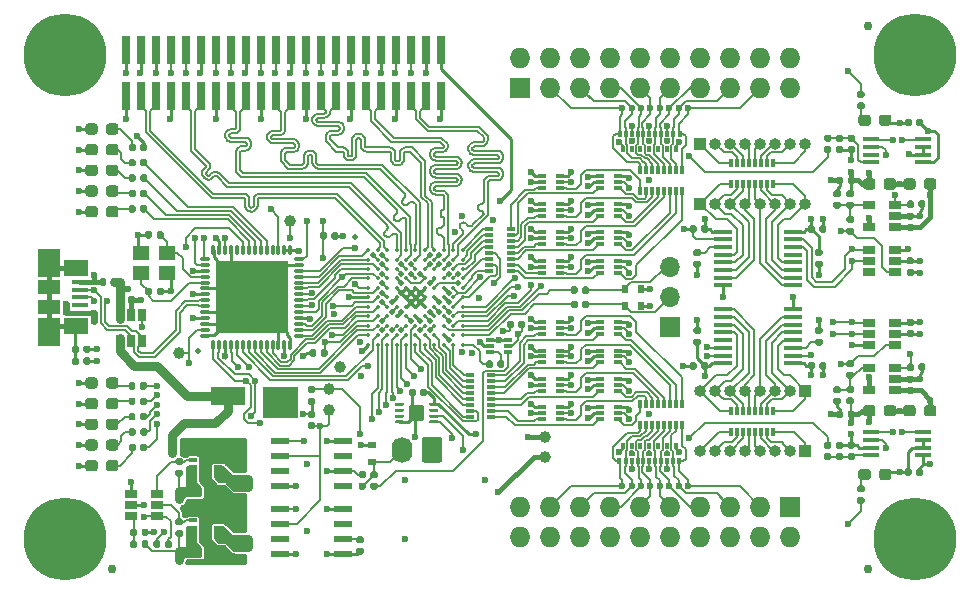
<source format=gtl>
G04 #@! TF.GenerationSoftware,KiCad,Pcbnew,5.1.6*
G04 #@! TF.CreationDate,2020-05-21T11:43:50+02:00*
G04 #@! TF.ProjectId,glasgow,676c6173-676f-4772-9e6b-696361645f70,rev?*
G04 #@! TF.SameCoordinates,Original*
G04 #@! TF.FileFunction,Copper,L1,Top*
G04 #@! TF.FilePolarity,Positive*
%FSLAX46Y46*%
G04 Gerber Fmt 4.6, Leading zero omitted, Abs format (unit mm)*
G04 Created by KiCad (PCBNEW 5.1.6) date 2020-05-21 11:43:50*
%MOMM*%
%LPD*%
G01*
G04 APERTURE LIST*
G04 #@! TA.AperFunction,ComponentPad*
%ADD10O,1.740000X2.200000*%
G04 #@! TD*
G04 #@! TA.AperFunction,SMDPad,CuDef*
%ADD11R,3.000000X1.600000*%
G04 #@! TD*
G04 #@! TA.AperFunction,SMDPad,CuDef*
%ADD12R,1.060000X0.650000*%
G04 #@! TD*
G04 #@! TA.AperFunction,ViaPad*
%ADD13C,0.650000*%
G04 #@! TD*
G04 #@! TA.AperFunction,SMDPad,CuDef*
%ADD14R,0.650000X0.350000*%
G04 #@! TD*
G04 #@! TA.AperFunction,SMDPad,CuDef*
%ADD15R,1.000000X1.600000*%
G04 #@! TD*
G04 #@! TA.AperFunction,SMDPad,CuDef*
%ADD16R,1.400000X1.200000*%
G04 #@! TD*
G04 #@! TA.AperFunction,SMDPad,CuDef*
%ADD17R,0.700000X0.350000*%
G04 #@! TD*
G04 #@! TA.AperFunction,SMDPad,CuDef*
%ADD18R,0.700000X0.600000*%
G04 #@! TD*
G04 #@! TA.AperFunction,SMDPad,CuDef*
%ADD19C,0.100000*%
G04 #@! TD*
G04 #@! TA.AperFunction,SMDPad,CuDef*
%ADD20R,0.300000X0.500000*%
G04 #@! TD*
G04 #@! TA.AperFunction,SMDPad,CuDef*
%ADD21R,0.450000X0.500000*%
G04 #@! TD*
G04 #@! TA.AperFunction,ComponentPad*
%ADD22O,1.727200X1.727200*%
G04 #@! TD*
G04 #@! TA.AperFunction,ComponentPad*
%ADD23R,1.727200X1.727200*%
G04 #@! TD*
G04 #@! TA.AperFunction,ComponentPad*
%ADD24O,1.000000X1.000000*%
G04 #@! TD*
G04 #@! TA.AperFunction,ComponentPad*
%ADD25R,1.000000X1.000000*%
G04 #@! TD*
G04 #@! TA.AperFunction,ComponentPad*
%ADD26O,1.700000X1.700000*%
G04 #@! TD*
G04 #@! TA.AperFunction,ComponentPad*
%ADD27R,1.700000X1.700000*%
G04 #@! TD*
G04 #@! TA.AperFunction,SMDPad,CuDef*
%ADD28C,0.350000*%
G04 #@! TD*
G04 #@! TA.AperFunction,SMDPad,CuDef*
%ADD29C,0.500000*%
G04 #@! TD*
G04 #@! TA.AperFunction,SMDPad,CuDef*
%ADD30C,0.750000*%
G04 #@! TD*
G04 #@! TA.AperFunction,SMDPad,CuDef*
%ADD31R,0.800000X0.300000*%
G04 #@! TD*
G04 #@! TA.AperFunction,SMDPad,CuDef*
%ADD32R,1.500000X0.450000*%
G04 #@! TD*
G04 #@! TA.AperFunction,SMDPad,CuDef*
%ADD33R,0.300000X0.800000*%
G04 #@! TD*
G04 #@! TA.AperFunction,SMDPad,CuDef*
%ADD34R,1.450000X0.450000*%
G04 #@! TD*
G04 #@! TA.AperFunction,SMDPad,CuDef*
%ADD35R,0.740000X2.400000*%
G04 #@! TD*
G04 #@! TA.AperFunction,SMDPad,CuDef*
%ADD36C,1.000000*%
G04 #@! TD*
G04 #@! TA.AperFunction,ViaPad*
%ADD37C,0.600000*%
G04 #@! TD*
G04 #@! TA.AperFunction,Conductor*
%ADD38R,6.220000X6.220000*%
G04 #@! TD*
G04 #@! TA.AperFunction,SMDPad,CuDef*
%ADD39O,0.280000X1.000000*%
G04 #@! TD*
G04 #@! TA.AperFunction,SMDPad,CuDef*
%ADD40O,1.000000X0.280000*%
G04 #@! TD*
G04 #@! TA.AperFunction,SMDPad,CuDef*
%ADD41R,0.650000X1.060000*%
G04 #@! TD*
G04 #@! TA.AperFunction,SMDPad,CuDef*
%ADD42R,1.550000X0.600000*%
G04 #@! TD*
G04 #@! TA.AperFunction,SMDPad,CuDef*
%ADD43R,1.900000X1.175000*%
G04 #@! TD*
G04 #@! TA.AperFunction,SMDPad,CuDef*
%ADD44R,1.900000X2.375000*%
G04 #@! TD*
G04 #@! TA.AperFunction,SMDPad,CuDef*
%ADD45R,2.100000X1.475000*%
G04 #@! TD*
G04 #@! TA.AperFunction,SMDPad,CuDef*
%ADD46R,1.380000X0.450000*%
G04 #@! TD*
G04 #@! TA.AperFunction,SMDPad,CuDef*
%ADD47R,0.600000X0.700000*%
G04 #@! TD*
G04 #@! TA.AperFunction,ComponentPad*
%ADD48C,0.800000*%
G04 #@! TD*
G04 #@! TA.AperFunction,ComponentPad*
%ADD49C,7.000000*%
G04 #@! TD*
G04 #@! TA.AperFunction,ViaPad*
%ADD50C,0.500000*%
G04 #@! TD*
G04 #@! TA.AperFunction,Conductor*
%ADD51C,0.150000*%
G04 #@! TD*
G04 #@! TA.AperFunction,Conductor*
%ADD52C,0.250000*%
G04 #@! TD*
G04 #@! TA.AperFunction,Conductor*
%ADD53C,0.450000*%
G04 #@! TD*
G04 #@! TA.AperFunction,Conductor*
%ADD54C,0.750000*%
G04 #@! TD*
G04 #@! TA.AperFunction,Conductor*
%ADD55C,0.350000*%
G04 #@! TD*
G04 #@! TA.AperFunction,Conductor*
%ADD56C,0.600000*%
G04 #@! TD*
G04 #@! TA.AperFunction,Conductor*
%ADD57C,0.160000*%
G04 #@! TD*
G04 #@! TA.AperFunction,Conductor*
%ADD58C,0.190000*%
G04 #@! TD*
G04 #@! TA.AperFunction,Conductor*
%ADD59C,0.254000*%
G04 #@! TD*
G04 #@! TA.AperFunction,Conductor*
%ADD60C,0.100000*%
G04 #@! TD*
G04 APERTURE END LIST*
G04 #@! TA.AperFunction,ComponentPad*
G36*
G01*
X85970000Y-107549999D02*
X85970000Y-109250001D01*
G75*
G02*
X85720001Y-109500000I-249999J0D01*
G01*
X84479999Y-109500000D01*
G75*
G02*
X84230000Y-109250001I0J249999D01*
G01*
X84230000Y-107549999D01*
G75*
G02*
X84479999Y-107300000I249999J0D01*
G01*
X85720001Y-107300000D01*
G75*
G02*
X85970000Y-107549999I0J-249999D01*
G01*
G37*
G04 #@! TD.AperFunction*
D10*
X82560000Y-108400000D03*
D11*
X67800000Y-103850000D03*
X72200000Y-103850000D03*
D12*
X122100000Y-89550000D03*
X122100000Y-87650000D03*
X124300000Y-87650000D03*
X124300000Y-88600000D03*
X124300000Y-89550000D03*
D13*
X65900000Y-109500000D03*
X65900000Y-110300000D03*
D14*
X66950000Y-110550000D03*
X66950000Y-109900000D03*
X66950000Y-109250000D03*
X64850000Y-109250000D03*
X64850000Y-109900000D03*
X64850000Y-110550000D03*
D15*
X65900000Y-109900000D03*
D13*
X65900000Y-114600000D03*
X65900000Y-115400000D03*
D14*
X66950000Y-115650000D03*
X66950000Y-115000000D03*
X66950000Y-114350000D03*
X64850000Y-114350000D03*
X64850000Y-115000000D03*
X64850000Y-115650000D03*
D15*
X65900000Y-115000000D03*
G04 #@! TA.AperFunction,SMDPad,CuDef*
G36*
G01*
X65550000Y-111662500D02*
X65550000Y-112137500D01*
G75*
G02*
X65312500Y-112375000I-237500J0D01*
G01*
X64737500Y-112375000D01*
G75*
G02*
X64500000Y-112137500I0J237500D01*
G01*
X64500000Y-111662500D01*
G75*
G02*
X64737500Y-111425000I237500J0D01*
G01*
X65312500Y-111425000D01*
G75*
G02*
X65550000Y-111662500I0J-237500D01*
G01*
G37*
G04 #@! TD.AperFunction*
G04 #@! TA.AperFunction,SMDPad,CuDef*
G36*
G01*
X67300000Y-111662500D02*
X67300000Y-112137500D01*
G75*
G02*
X67062500Y-112375000I-237500J0D01*
G01*
X66487500Y-112375000D01*
G75*
G02*
X66250000Y-112137500I0J237500D01*
G01*
X66250000Y-111662500D01*
G75*
G02*
X66487500Y-111425000I237500J0D01*
G01*
X67062500Y-111425000D01*
G75*
G02*
X67300000Y-111662500I0J-237500D01*
G01*
G37*
G04 #@! TD.AperFunction*
D16*
X60500000Y-91750000D03*
X62700000Y-91750000D03*
X62700000Y-93450000D03*
X60500000Y-93450000D03*
G04 #@! TA.AperFunction,SMDPad,CuDef*
G36*
G01*
X57500000Y-109987500D02*
X57500000Y-109512500D01*
G75*
G02*
X57737500Y-109275000I237500J0D01*
G01*
X58312500Y-109275000D01*
G75*
G02*
X58550000Y-109512500I0J-237500D01*
G01*
X58550000Y-109987500D01*
G75*
G02*
X58312500Y-110225000I-237500J0D01*
G01*
X57737500Y-110225000D01*
G75*
G02*
X57500000Y-109987500I0J237500D01*
G01*
G37*
G04 #@! TD.AperFunction*
G04 #@! TA.AperFunction,SMDPad,CuDef*
G36*
G01*
X55750000Y-109987500D02*
X55750000Y-109512500D01*
G75*
G02*
X55987500Y-109275000I237500J0D01*
G01*
X56562500Y-109275000D01*
G75*
G02*
X56800000Y-109512500I0J-237500D01*
G01*
X56800000Y-109987500D01*
G75*
G02*
X56562500Y-110225000I-237500J0D01*
G01*
X55987500Y-110225000D01*
G75*
G02*
X55750000Y-109987500I0J237500D01*
G01*
G37*
G04 #@! TD.AperFunction*
G04 #@! TA.AperFunction,SMDPad,CuDef*
G36*
G01*
X57500000Y-108237500D02*
X57500000Y-107762500D01*
G75*
G02*
X57737500Y-107525000I237500J0D01*
G01*
X58312500Y-107525000D01*
G75*
G02*
X58550000Y-107762500I0J-237500D01*
G01*
X58550000Y-108237500D01*
G75*
G02*
X58312500Y-108475000I-237500J0D01*
G01*
X57737500Y-108475000D01*
G75*
G02*
X57500000Y-108237500I0J237500D01*
G01*
G37*
G04 #@! TD.AperFunction*
G04 #@! TA.AperFunction,SMDPad,CuDef*
G36*
G01*
X55750000Y-108237500D02*
X55750000Y-107762500D01*
G75*
G02*
X55987500Y-107525000I237500J0D01*
G01*
X56562500Y-107525000D01*
G75*
G02*
X56800000Y-107762500I0J-237500D01*
G01*
X56800000Y-108237500D01*
G75*
G02*
X56562500Y-108475000I-237500J0D01*
G01*
X55987500Y-108475000D01*
G75*
G02*
X55750000Y-108237500I0J237500D01*
G01*
G37*
G04 #@! TD.AperFunction*
G04 #@! TA.AperFunction,SMDPad,CuDef*
G36*
G01*
X57500000Y-106487500D02*
X57500000Y-106012500D01*
G75*
G02*
X57737500Y-105775000I237500J0D01*
G01*
X58312500Y-105775000D01*
G75*
G02*
X58550000Y-106012500I0J-237500D01*
G01*
X58550000Y-106487500D01*
G75*
G02*
X58312500Y-106725000I-237500J0D01*
G01*
X57737500Y-106725000D01*
G75*
G02*
X57500000Y-106487500I0J237500D01*
G01*
G37*
G04 #@! TD.AperFunction*
G04 #@! TA.AperFunction,SMDPad,CuDef*
G36*
G01*
X55750000Y-106487500D02*
X55750000Y-106012500D01*
G75*
G02*
X55987500Y-105775000I237500J0D01*
G01*
X56562500Y-105775000D01*
G75*
G02*
X56800000Y-106012500I0J-237500D01*
G01*
X56800000Y-106487500D01*
G75*
G02*
X56562500Y-106725000I-237500J0D01*
G01*
X55987500Y-106725000D01*
G75*
G02*
X55750000Y-106487500I0J237500D01*
G01*
G37*
G04 #@! TD.AperFunction*
G04 #@! TA.AperFunction,SMDPad,CuDef*
G36*
G01*
X57500000Y-104737500D02*
X57500000Y-104262500D01*
G75*
G02*
X57737500Y-104025000I237500J0D01*
G01*
X58312500Y-104025000D01*
G75*
G02*
X58550000Y-104262500I0J-237500D01*
G01*
X58550000Y-104737500D01*
G75*
G02*
X58312500Y-104975000I-237500J0D01*
G01*
X57737500Y-104975000D01*
G75*
G02*
X57500000Y-104737500I0J237500D01*
G01*
G37*
G04 #@! TD.AperFunction*
G04 #@! TA.AperFunction,SMDPad,CuDef*
G36*
G01*
X55750000Y-104737500D02*
X55750000Y-104262500D01*
G75*
G02*
X55987500Y-104025000I237500J0D01*
G01*
X56562500Y-104025000D01*
G75*
G02*
X56800000Y-104262500I0J-237500D01*
G01*
X56800000Y-104737500D01*
G75*
G02*
X56562500Y-104975000I-237500J0D01*
G01*
X55987500Y-104975000D01*
G75*
G02*
X55750000Y-104737500I0J237500D01*
G01*
G37*
G04 #@! TD.AperFunction*
G04 #@! TA.AperFunction,SMDPad,CuDef*
G36*
G01*
X57500000Y-102987500D02*
X57500000Y-102512500D01*
G75*
G02*
X57737500Y-102275000I237500J0D01*
G01*
X58312500Y-102275000D01*
G75*
G02*
X58550000Y-102512500I0J-237500D01*
G01*
X58550000Y-102987500D01*
G75*
G02*
X58312500Y-103225000I-237500J0D01*
G01*
X57737500Y-103225000D01*
G75*
G02*
X57500000Y-102987500I0J237500D01*
G01*
G37*
G04 #@! TD.AperFunction*
G04 #@! TA.AperFunction,SMDPad,CuDef*
G36*
G01*
X55750000Y-102987500D02*
X55750000Y-102512500D01*
G75*
G02*
X55987500Y-102275000I237500J0D01*
G01*
X56562500Y-102275000D01*
G75*
G02*
X56800000Y-102512500I0J-237500D01*
G01*
X56800000Y-102987500D01*
G75*
G02*
X56562500Y-103225000I-237500J0D01*
G01*
X55987500Y-103225000D01*
G75*
G02*
X55750000Y-102987500I0J237500D01*
G01*
G37*
G04 #@! TD.AperFunction*
G04 #@! TA.AperFunction,SMDPad,CuDef*
G36*
G01*
X57500000Y-88487500D02*
X57500000Y-88012500D01*
G75*
G02*
X57737500Y-87775000I237500J0D01*
G01*
X58312500Y-87775000D01*
G75*
G02*
X58550000Y-88012500I0J-237500D01*
G01*
X58550000Y-88487500D01*
G75*
G02*
X58312500Y-88725000I-237500J0D01*
G01*
X57737500Y-88725000D01*
G75*
G02*
X57500000Y-88487500I0J237500D01*
G01*
G37*
G04 #@! TD.AperFunction*
G04 #@! TA.AperFunction,SMDPad,CuDef*
G36*
G01*
X55750000Y-88487500D02*
X55750000Y-88012500D01*
G75*
G02*
X55987500Y-87775000I237500J0D01*
G01*
X56562500Y-87775000D01*
G75*
G02*
X56800000Y-88012500I0J-237500D01*
G01*
X56800000Y-88487500D01*
G75*
G02*
X56562500Y-88725000I-237500J0D01*
G01*
X55987500Y-88725000D01*
G75*
G02*
X55750000Y-88487500I0J237500D01*
G01*
G37*
G04 #@! TD.AperFunction*
G04 #@! TA.AperFunction,SMDPad,CuDef*
G36*
G01*
X57500000Y-86737500D02*
X57500000Y-86262500D01*
G75*
G02*
X57737500Y-86025000I237500J0D01*
G01*
X58312500Y-86025000D01*
G75*
G02*
X58550000Y-86262500I0J-237500D01*
G01*
X58550000Y-86737500D01*
G75*
G02*
X58312500Y-86975000I-237500J0D01*
G01*
X57737500Y-86975000D01*
G75*
G02*
X57500000Y-86737500I0J237500D01*
G01*
G37*
G04 #@! TD.AperFunction*
G04 #@! TA.AperFunction,SMDPad,CuDef*
G36*
G01*
X55750000Y-86737500D02*
X55750000Y-86262500D01*
G75*
G02*
X55987500Y-86025000I237500J0D01*
G01*
X56562500Y-86025000D01*
G75*
G02*
X56800000Y-86262500I0J-237500D01*
G01*
X56800000Y-86737500D01*
G75*
G02*
X56562500Y-86975000I-237500J0D01*
G01*
X55987500Y-86975000D01*
G75*
G02*
X55750000Y-86737500I0J237500D01*
G01*
G37*
G04 #@! TD.AperFunction*
G04 #@! TA.AperFunction,SMDPad,CuDef*
G36*
G01*
X57500000Y-84987500D02*
X57500000Y-84512500D01*
G75*
G02*
X57737500Y-84275000I237500J0D01*
G01*
X58312500Y-84275000D01*
G75*
G02*
X58550000Y-84512500I0J-237500D01*
G01*
X58550000Y-84987500D01*
G75*
G02*
X58312500Y-85225000I-237500J0D01*
G01*
X57737500Y-85225000D01*
G75*
G02*
X57500000Y-84987500I0J237500D01*
G01*
G37*
G04 #@! TD.AperFunction*
G04 #@! TA.AperFunction,SMDPad,CuDef*
G36*
G01*
X55750000Y-84987500D02*
X55750000Y-84512500D01*
G75*
G02*
X55987500Y-84275000I237500J0D01*
G01*
X56562500Y-84275000D01*
G75*
G02*
X56800000Y-84512500I0J-237500D01*
G01*
X56800000Y-84987500D01*
G75*
G02*
X56562500Y-85225000I-237500J0D01*
G01*
X55987500Y-85225000D01*
G75*
G02*
X55750000Y-84987500I0J237500D01*
G01*
G37*
G04 #@! TD.AperFunction*
G04 #@! TA.AperFunction,SMDPad,CuDef*
G36*
G01*
X57500000Y-83237500D02*
X57500000Y-82762500D01*
G75*
G02*
X57737500Y-82525000I237500J0D01*
G01*
X58312500Y-82525000D01*
G75*
G02*
X58550000Y-82762500I0J-237500D01*
G01*
X58550000Y-83237500D01*
G75*
G02*
X58312500Y-83475000I-237500J0D01*
G01*
X57737500Y-83475000D01*
G75*
G02*
X57500000Y-83237500I0J237500D01*
G01*
G37*
G04 #@! TD.AperFunction*
G04 #@! TA.AperFunction,SMDPad,CuDef*
G36*
G01*
X55750000Y-83237500D02*
X55750000Y-82762500D01*
G75*
G02*
X55987500Y-82525000I237500J0D01*
G01*
X56562500Y-82525000D01*
G75*
G02*
X56800000Y-82762500I0J-237500D01*
G01*
X56800000Y-83237500D01*
G75*
G02*
X56562500Y-83475000I-237500J0D01*
G01*
X55987500Y-83475000D01*
G75*
G02*
X55750000Y-83237500I0J237500D01*
G01*
G37*
G04 #@! TD.AperFunction*
G04 #@! TA.AperFunction,SMDPad,CuDef*
G36*
G01*
X57500000Y-81487500D02*
X57500000Y-81012500D01*
G75*
G02*
X57737500Y-80775000I237500J0D01*
G01*
X58312500Y-80775000D01*
G75*
G02*
X58550000Y-81012500I0J-237500D01*
G01*
X58550000Y-81487500D01*
G75*
G02*
X58312500Y-81725000I-237500J0D01*
G01*
X57737500Y-81725000D01*
G75*
G02*
X57500000Y-81487500I0J237500D01*
G01*
G37*
G04 #@! TD.AperFunction*
G04 #@! TA.AperFunction,SMDPad,CuDef*
G36*
G01*
X55750000Y-81487500D02*
X55750000Y-81012500D01*
G75*
G02*
X55987500Y-80775000I237500J0D01*
G01*
X56562500Y-80775000D01*
G75*
G02*
X56800000Y-81012500I0J-237500D01*
G01*
X56800000Y-81487500D01*
G75*
G02*
X56562500Y-81725000I-237500J0D01*
G01*
X55987500Y-81725000D01*
G75*
G02*
X55750000Y-81487500I0J237500D01*
G01*
G37*
G04 #@! TD.AperFunction*
G04 #@! TA.AperFunction,SMDPad,CuDef*
G36*
G01*
X121227500Y-78990000D02*
X121572500Y-78990000D01*
G75*
G02*
X121720000Y-79137500I0J-147500D01*
G01*
X121720000Y-79432500D01*
G75*
G02*
X121572500Y-79580000I-147500J0D01*
G01*
X121227500Y-79580000D01*
G75*
G02*
X121080000Y-79432500I0J147500D01*
G01*
X121080000Y-79137500D01*
G75*
G02*
X121227500Y-78990000I147500J0D01*
G01*
G37*
G04 #@! TD.AperFunction*
G04 #@! TA.AperFunction,SMDPad,CuDef*
G36*
G01*
X121227500Y-78020000D02*
X121572500Y-78020000D01*
G75*
G02*
X121720000Y-78167500I0J-147500D01*
G01*
X121720000Y-78462500D01*
G75*
G02*
X121572500Y-78610000I-147500J0D01*
G01*
X121227500Y-78610000D01*
G75*
G02*
X121080000Y-78462500I0J147500D01*
G01*
X121080000Y-78167500D01*
G75*
G02*
X121227500Y-78020000I147500J0D01*
G01*
G37*
G04 #@! TD.AperFunction*
G04 #@! TA.AperFunction,SMDPad,CuDef*
G36*
G01*
X121572500Y-112010000D02*
X121227500Y-112010000D01*
G75*
G02*
X121080000Y-111862500I0J147500D01*
G01*
X121080000Y-111567500D01*
G75*
G02*
X121227500Y-111420000I147500J0D01*
G01*
X121572500Y-111420000D01*
G75*
G02*
X121720000Y-111567500I0J-147500D01*
G01*
X121720000Y-111862500D01*
G75*
G02*
X121572500Y-112010000I-147500J0D01*
G01*
G37*
G04 #@! TD.AperFunction*
G04 #@! TA.AperFunction,SMDPad,CuDef*
G36*
G01*
X121572500Y-112980000D02*
X121227500Y-112980000D01*
G75*
G02*
X121080000Y-112832500I0J147500D01*
G01*
X121080000Y-112537500D01*
G75*
G02*
X121227500Y-112390000I147500J0D01*
G01*
X121572500Y-112390000D01*
G75*
G02*
X121720000Y-112537500I0J-147500D01*
G01*
X121720000Y-112832500D01*
G75*
G02*
X121572500Y-112980000I-147500J0D01*
G01*
G37*
G04 #@! TD.AperFunction*
G04 #@! TA.AperFunction,SMDPad,CuDef*
G36*
G01*
X122250000Y-80262500D02*
X122250000Y-80737500D01*
G75*
G02*
X122012500Y-80975000I-237500J0D01*
G01*
X121437500Y-80975000D01*
G75*
G02*
X121200000Y-80737500I0J237500D01*
G01*
X121200000Y-80262500D01*
G75*
G02*
X121437500Y-80025000I237500J0D01*
G01*
X122012500Y-80025000D01*
G75*
G02*
X122250000Y-80262500I0J-237500D01*
G01*
G37*
G04 #@! TD.AperFunction*
G04 #@! TA.AperFunction,SMDPad,CuDef*
G36*
G01*
X124000000Y-80262500D02*
X124000000Y-80737500D01*
G75*
G02*
X123762500Y-80975000I-237500J0D01*
G01*
X123187500Y-80975000D01*
G75*
G02*
X122950000Y-80737500I0J237500D01*
G01*
X122950000Y-80262500D01*
G75*
G02*
X123187500Y-80025000I237500J0D01*
G01*
X123762500Y-80025000D01*
G75*
G02*
X124000000Y-80262500I0J-237500D01*
G01*
G37*
G04 #@! TD.AperFunction*
G04 #@! TA.AperFunction,SMDPad,CuDef*
G36*
G01*
X122250000Y-110262500D02*
X122250000Y-110737500D01*
G75*
G02*
X122012500Y-110975000I-237500J0D01*
G01*
X121437500Y-110975000D01*
G75*
G02*
X121200000Y-110737500I0J237500D01*
G01*
X121200000Y-110262500D01*
G75*
G02*
X121437500Y-110025000I237500J0D01*
G01*
X122012500Y-110025000D01*
G75*
G02*
X122250000Y-110262500I0J-237500D01*
G01*
G37*
G04 #@! TD.AperFunction*
G04 #@! TA.AperFunction,SMDPad,CuDef*
G36*
G01*
X124000000Y-110262500D02*
X124000000Y-110737500D01*
G75*
G02*
X123762500Y-110975000I-237500J0D01*
G01*
X123187500Y-110975000D01*
G75*
G02*
X122950000Y-110737500I0J237500D01*
G01*
X122950000Y-110262500D01*
G75*
G02*
X123187500Y-110025000I237500J0D01*
G01*
X123762500Y-110025000D01*
G75*
G02*
X124000000Y-110262500I0J-237500D01*
G01*
G37*
G04 #@! TD.AperFunction*
D17*
X91500000Y-99600000D03*
X91500000Y-100100000D03*
X90000000Y-99600000D03*
X91500000Y-99100000D03*
X90000000Y-100100000D03*
X90000000Y-99100000D03*
G04 #@! TA.AperFunction,SMDPad,CuDef*
G36*
G01*
X90260000Y-100977500D02*
X90260000Y-101322500D01*
G75*
G02*
X90112500Y-101470000I-147500J0D01*
G01*
X89817500Y-101470000D01*
G75*
G02*
X89670000Y-101322500I0J147500D01*
G01*
X89670000Y-100977500D01*
G75*
G02*
X89817500Y-100830000I147500J0D01*
G01*
X90112500Y-100830000D01*
G75*
G02*
X90260000Y-100977500I0J-147500D01*
G01*
G37*
G04 #@! TD.AperFunction*
G04 #@! TA.AperFunction,SMDPad,CuDef*
G36*
G01*
X91230000Y-100977500D02*
X91230000Y-101322500D01*
G75*
G02*
X91082500Y-101470000I-147500J0D01*
G01*
X90787500Y-101470000D01*
G75*
G02*
X90640000Y-101322500I0J147500D01*
G01*
X90640000Y-100977500D01*
G75*
G02*
X90787500Y-100830000I147500J0D01*
G01*
X91082500Y-100830000D01*
G75*
G02*
X91230000Y-100977500I0J-147500D01*
G01*
G37*
G04 #@! TD.AperFunction*
G04 #@! TA.AperFunction,SMDPad,CuDef*
G36*
G01*
X79372500Y-110810000D02*
X79027500Y-110810000D01*
G75*
G02*
X78880000Y-110662500I0J147500D01*
G01*
X78880000Y-110367500D01*
G75*
G02*
X79027500Y-110220000I147500J0D01*
G01*
X79372500Y-110220000D01*
G75*
G02*
X79520000Y-110367500I0J-147500D01*
G01*
X79520000Y-110662500D01*
G75*
G02*
X79372500Y-110810000I-147500J0D01*
G01*
G37*
G04 #@! TD.AperFunction*
G04 #@! TA.AperFunction,SMDPad,CuDef*
G36*
G01*
X79372500Y-111780000D02*
X79027500Y-111780000D01*
G75*
G02*
X78880000Y-111632500I0J147500D01*
G01*
X78880000Y-111337500D01*
G75*
G02*
X79027500Y-111190000I147500J0D01*
G01*
X79372500Y-111190000D01*
G75*
G02*
X79520000Y-111337500I0J-147500D01*
G01*
X79520000Y-111632500D01*
G75*
G02*
X79372500Y-111780000I-147500J0D01*
G01*
G37*
G04 #@! TD.AperFunction*
D18*
X80000000Y-109400000D03*
X80000000Y-108000000D03*
G04 #@! TA.AperFunction,SMDPad,CuDef*
D19*
G36*
X101750000Y-82400000D02*
G01*
X101750000Y-82050000D01*
X102250000Y-82050000D01*
X102250000Y-82400000D01*
X102100000Y-82550000D01*
X101900000Y-82550000D01*
X101750000Y-82400000D01*
G37*
G04 #@! TD.AperFunction*
G04 #@! TA.AperFunction,SMDPad,CuDef*
G36*
X103250000Y-82400000D02*
G01*
X103250000Y-82050000D01*
X103750000Y-82050000D01*
X103750000Y-82400000D01*
X103600000Y-82550000D01*
X103400000Y-82550000D01*
X103250000Y-82400000D01*
G37*
G04 #@! TD.AperFunction*
D20*
X101000000Y-81650000D03*
X101500000Y-81650000D03*
X102000000Y-81650000D03*
X102500000Y-81650000D03*
X103000000Y-81650000D03*
D21*
X106075000Y-81650000D03*
D20*
X105500000Y-81650000D03*
X104500000Y-81650000D03*
X104000000Y-81650000D03*
X105000000Y-81650000D03*
X105750000Y-82950000D03*
X105000000Y-82950000D03*
X104250000Y-82950000D03*
X101250000Y-82950000D03*
X102000000Y-82950000D03*
X102750000Y-82950000D03*
X103500000Y-81650000D03*
X103500000Y-82950000D03*
G04 #@! TA.AperFunction,SMDPad,CuDef*
D19*
G36*
X104750000Y-82400000D02*
G01*
X104750000Y-82050000D01*
X105250000Y-82050000D01*
X105250000Y-82400000D01*
X105100000Y-82550000D01*
X104900000Y-82550000D01*
X104750000Y-82400000D01*
G37*
G04 #@! TD.AperFunction*
G04 #@! TA.AperFunction,SMDPad,CuDef*
G36*
X105250000Y-108600000D02*
G01*
X105250000Y-108950000D01*
X104750000Y-108950000D01*
X104750000Y-108600000D01*
X104900000Y-108450000D01*
X105100000Y-108450000D01*
X105250000Y-108600000D01*
G37*
G04 #@! TD.AperFunction*
G04 #@! TA.AperFunction,SMDPad,CuDef*
G36*
X103750000Y-108600000D02*
G01*
X103750000Y-108950000D01*
X103250000Y-108950000D01*
X103250000Y-108600000D01*
X103400000Y-108450000D01*
X103600000Y-108450000D01*
X103750000Y-108600000D01*
G37*
G04 #@! TD.AperFunction*
D20*
X106000000Y-109350000D03*
X105500000Y-109350000D03*
X105000000Y-109350000D03*
X104500000Y-109350000D03*
X104000000Y-109350000D03*
D21*
X100925000Y-109350000D03*
D20*
X101500000Y-109350000D03*
X102500000Y-109350000D03*
X103000000Y-109350000D03*
X102000000Y-109350000D03*
X101250000Y-108050000D03*
X102000000Y-108050000D03*
X102750000Y-108050000D03*
X105750000Y-108050000D03*
X105000000Y-108050000D03*
X104250000Y-108050000D03*
X103500000Y-109350000D03*
X103500000Y-108050000D03*
G04 #@! TA.AperFunction,SMDPad,CuDef*
D19*
G36*
X102250000Y-108600000D02*
G01*
X102250000Y-108950000D01*
X101750000Y-108950000D01*
X101750000Y-108600000D01*
X101900000Y-108450000D01*
X102100000Y-108450000D01*
X102250000Y-108600000D01*
G37*
G04 #@! TD.AperFunction*
D22*
X115430000Y-75230000D03*
X115430000Y-77770000D03*
X112890000Y-75230000D03*
X112890000Y-77770000D03*
X110350000Y-75230000D03*
X110350000Y-77770000D03*
X107810000Y-75230000D03*
X107810000Y-77770000D03*
X105270000Y-75230000D03*
X105270000Y-77770000D03*
X102730000Y-75230000D03*
X102730000Y-77770000D03*
X100190000Y-75230000D03*
X100190000Y-77770000D03*
X97650000Y-75230000D03*
X97650000Y-77770000D03*
X95110000Y-75230000D03*
X95110000Y-77770000D03*
X92570000Y-75230000D03*
D23*
X92570000Y-77770000D03*
D24*
X107810000Y-103420000D03*
X109080000Y-103420000D03*
X110350000Y-103420000D03*
X111620000Y-103420000D03*
X112890000Y-103420000D03*
X114160000Y-103420000D03*
X115430000Y-103420000D03*
D25*
X116700000Y-103420000D03*
D24*
X107810000Y-108500000D03*
X109080000Y-108500000D03*
X110350000Y-108500000D03*
X111620000Y-108500000D03*
X112890000Y-108500000D03*
X114160000Y-108500000D03*
X115430000Y-108500000D03*
D25*
X116700000Y-108500000D03*
G04 #@! TA.AperFunction,SMDPad,CuDef*
G36*
G01*
X80027500Y-111190000D02*
X80372500Y-111190000D01*
G75*
G02*
X80520000Y-111337500I0J-147500D01*
G01*
X80520000Y-111632500D01*
G75*
G02*
X80372500Y-111780000I-147500J0D01*
G01*
X80027500Y-111780000D01*
G75*
G02*
X79880000Y-111632500I0J147500D01*
G01*
X79880000Y-111337500D01*
G75*
G02*
X80027500Y-111190000I147500J0D01*
G01*
G37*
G04 #@! TD.AperFunction*
G04 #@! TA.AperFunction,SMDPad,CuDef*
G36*
G01*
X80027500Y-110220000D02*
X80372500Y-110220000D01*
G75*
G02*
X80520000Y-110367500I0J-147500D01*
G01*
X80520000Y-110662500D01*
G75*
G02*
X80372500Y-110810000I-147500J0D01*
G01*
X80027500Y-110810000D01*
G75*
G02*
X79880000Y-110662500I0J147500D01*
G01*
X79880000Y-110367500D01*
G75*
G02*
X80027500Y-110220000I147500J0D01*
G01*
G37*
G04 #@! TD.AperFunction*
G04 #@! TA.AperFunction,SMDPad,CuDef*
G36*
G01*
X97425000Y-94727500D02*
X97425000Y-95072500D01*
G75*
G02*
X97277500Y-95220000I-147500J0D01*
G01*
X96982500Y-95220000D01*
G75*
G02*
X96835000Y-95072500I0J147500D01*
G01*
X96835000Y-94727500D01*
G75*
G02*
X96982500Y-94580000I147500J0D01*
G01*
X97277500Y-94580000D01*
G75*
G02*
X97425000Y-94727500I0J-147500D01*
G01*
G37*
G04 #@! TD.AperFunction*
G04 #@! TA.AperFunction,SMDPad,CuDef*
G36*
G01*
X98395000Y-94727500D02*
X98395000Y-95072500D01*
G75*
G02*
X98247500Y-95220000I-147500J0D01*
G01*
X97952500Y-95220000D01*
G75*
G02*
X97805000Y-95072500I0J147500D01*
G01*
X97805000Y-94727500D01*
G75*
G02*
X97952500Y-94580000I147500J0D01*
G01*
X98247500Y-94580000D01*
G75*
G02*
X98395000Y-94727500I0J-147500D01*
G01*
G37*
G04 #@! TD.AperFunction*
G04 #@! TA.AperFunction,SMDPad,CuDef*
G36*
G01*
X97425000Y-95927500D02*
X97425000Y-96272500D01*
G75*
G02*
X97277500Y-96420000I-147500J0D01*
G01*
X96982500Y-96420000D01*
G75*
G02*
X96835000Y-96272500I0J147500D01*
G01*
X96835000Y-95927500D01*
G75*
G02*
X96982500Y-95780000I147500J0D01*
G01*
X97277500Y-95780000D01*
G75*
G02*
X97425000Y-95927500I0J-147500D01*
G01*
G37*
G04 #@! TD.AperFunction*
G04 #@! TA.AperFunction,SMDPad,CuDef*
G36*
G01*
X98395000Y-95927500D02*
X98395000Y-96272500D01*
G75*
G02*
X98247500Y-96420000I-147500J0D01*
G01*
X97952500Y-96420000D01*
G75*
G02*
X97805000Y-96272500I0J147500D01*
G01*
X97805000Y-95927500D01*
G75*
G02*
X97952500Y-95780000I147500J0D01*
G01*
X98247500Y-95780000D01*
G75*
G02*
X98395000Y-95927500I0J-147500D01*
G01*
G37*
G04 #@! TD.AperFunction*
D26*
X105270000Y-92960000D03*
X105270000Y-95500000D03*
D27*
X105270000Y-98040000D03*
D28*
X79700000Y-99500000D03*
X80500000Y-99500000D03*
X81300000Y-99500000D03*
X82100000Y-99500000D03*
X82900000Y-99500000D03*
X83700000Y-99500000D03*
X84500000Y-99500000D03*
X85300000Y-99500000D03*
X86100000Y-99500000D03*
X86900000Y-99500000D03*
X87700000Y-99500000D03*
X79700000Y-98700000D03*
X80500000Y-98700000D03*
X81300000Y-98700000D03*
X82100000Y-98700000D03*
X82900000Y-98700000D03*
X83700000Y-98700000D03*
X84500000Y-98700000D03*
X85300000Y-98700000D03*
X86100000Y-98700000D03*
X86900000Y-98700000D03*
X87700000Y-98700000D03*
X79700000Y-97900000D03*
X80500000Y-97900000D03*
X81300000Y-97900000D03*
X82100000Y-97900000D03*
X82900000Y-97900000D03*
X83700000Y-97900000D03*
X84500000Y-97900000D03*
X85300000Y-97900000D03*
X86100000Y-97900000D03*
X86900000Y-97900000D03*
X87700000Y-97900000D03*
X79700000Y-97100000D03*
X80500000Y-97100000D03*
X81300000Y-97100000D03*
X82100000Y-97100000D03*
X82900000Y-97100000D03*
X83700000Y-97100000D03*
X84500000Y-97100000D03*
X85300000Y-97100000D03*
X86100000Y-97100000D03*
X86900000Y-97100000D03*
X87700000Y-97100000D03*
X79700000Y-96300000D03*
X80500000Y-96300000D03*
X81300000Y-96300000D03*
X82100000Y-96300000D03*
X82900000Y-96300000D03*
X83700000Y-96300000D03*
X84500000Y-96300000D03*
X85300000Y-96300000D03*
X86100000Y-96300000D03*
X86900000Y-96300000D03*
X87700000Y-96300000D03*
X79700000Y-95500000D03*
X80500000Y-95500000D03*
X81300000Y-95500000D03*
X82100000Y-95500000D03*
X82900000Y-95500000D03*
X83700000Y-95500000D03*
X84500000Y-95500000D03*
X85300000Y-95500000D03*
X86100000Y-95500000D03*
X86900000Y-95500000D03*
X87700000Y-95500000D03*
X79700000Y-94700000D03*
X80500000Y-94700000D03*
X81300000Y-94700000D03*
X82100000Y-94700000D03*
X82900000Y-94700000D03*
X83700000Y-94700000D03*
X84500000Y-94700000D03*
X85300000Y-94700000D03*
X86100000Y-94700000D03*
X86900000Y-94700000D03*
X87700000Y-94700000D03*
X79700000Y-93900000D03*
X80500000Y-93900000D03*
X81300000Y-93900000D03*
X82100000Y-93900000D03*
X82900000Y-93900000D03*
X83700000Y-93900000D03*
X84500000Y-93900000D03*
X85300000Y-93900000D03*
X86100000Y-93900000D03*
X86900000Y-93900000D03*
X87700000Y-93900000D03*
X79700000Y-93100000D03*
X80500000Y-93100000D03*
X81300000Y-93100000D03*
X82100000Y-93100000D03*
X82900000Y-93100000D03*
X83700000Y-93100000D03*
X84500000Y-93100000D03*
X85300000Y-93100000D03*
X86100000Y-93100000D03*
X86900000Y-93100000D03*
X87700000Y-93100000D03*
X79700000Y-92300000D03*
X80500000Y-92300000D03*
X81300000Y-92300000D03*
X82100000Y-92300000D03*
X82900000Y-92300000D03*
X83700000Y-92300000D03*
X84500000Y-92300000D03*
X85300000Y-92300000D03*
X86100000Y-92300000D03*
X86900000Y-92300000D03*
X87700000Y-92300000D03*
X79700000Y-91500000D03*
X80500000Y-91500000D03*
X81300000Y-91500000D03*
X82100000Y-91500000D03*
X82900000Y-91500000D03*
X83700000Y-91500000D03*
X84500000Y-91500000D03*
X85300000Y-91500000D03*
X86100000Y-91500000D03*
X86900000Y-91500000D03*
X87700000Y-91500000D03*
G04 #@! TA.AperFunction,SMDPad,CuDef*
G36*
G01*
X117905000Y-101472500D02*
X117905000Y-101127500D01*
G75*
G02*
X118052500Y-100980000I147500J0D01*
G01*
X118347500Y-100980000D01*
G75*
G02*
X118495000Y-101127500I0J-147500D01*
G01*
X118495000Y-101472500D01*
G75*
G02*
X118347500Y-101620000I-147500J0D01*
G01*
X118052500Y-101620000D01*
G75*
G02*
X117905000Y-101472500I0J147500D01*
G01*
G37*
G04 #@! TD.AperFunction*
G04 #@! TA.AperFunction,SMDPad,CuDef*
G36*
G01*
X116935000Y-101472500D02*
X116935000Y-101127500D01*
G75*
G02*
X117082500Y-100980000I147500J0D01*
G01*
X117377500Y-100980000D01*
G75*
G02*
X117525000Y-101127500I0J-147500D01*
G01*
X117525000Y-101472500D01*
G75*
G02*
X117377500Y-101620000I-147500J0D01*
G01*
X117082500Y-101620000D01*
G75*
G02*
X116935000Y-101472500I0J147500D01*
G01*
G37*
G04 #@! TD.AperFunction*
D12*
X122100000Y-92400000D03*
X122100000Y-93350000D03*
X122100000Y-91450000D03*
X124300000Y-91450000D03*
X124300000Y-92400000D03*
X124300000Y-93350000D03*
G04 #@! TA.AperFunction,SMDPad,CuDef*
G36*
G01*
X107377500Y-98990000D02*
X107722500Y-98990000D01*
G75*
G02*
X107870000Y-99137500I0J-147500D01*
G01*
X107870000Y-99432500D01*
G75*
G02*
X107722500Y-99580000I-147500J0D01*
G01*
X107377500Y-99580000D01*
G75*
G02*
X107230000Y-99432500I0J147500D01*
G01*
X107230000Y-99137500D01*
G75*
G02*
X107377500Y-98990000I147500J0D01*
G01*
G37*
G04 #@! TD.AperFunction*
G04 #@! TA.AperFunction,SMDPad,CuDef*
G36*
G01*
X107377500Y-98020000D02*
X107722500Y-98020000D01*
G75*
G02*
X107870000Y-98167500I0J-147500D01*
G01*
X107870000Y-98462500D01*
G75*
G02*
X107722500Y-98610000I-147500J0D01*
G01*
X107377500Y-98610000D01*
G75*
G02*
X107230000Y-98462500I0J147500D01*
G01*
X107230000Y-98167500D01*
G75*
G02*
X107377500Y-98020000I147500J0D01*
G01*
G37*
G04 #@! TD.AperFunction*
G04 #@! TA.AperFunction,SMDPad,CuDef*
G36*
G01*
X118022500Y-92010000D02*
X117677500Y-92010000D01*
G75*
G02*
X117530000Y-91862500I0J147500D01*
G01*
X117530000Y-91567500D01*
G75*
G02*
X117677500Y-91420000I147500J0D01*
G01*
X118022500Y-91420000D01*
G75*
G02*
X118170000Y-91567500I0J-147500D01*
G01*
X118170000Y-91862500D01*
G75*
G02*
X118022500Y-92010000I-147500J0D01*
G01*
G37*
G04 #@! TD.AperFunction*
G04 #@! TA.AperFunction,SMDPad,CuDef*
G36*
G01*
X118022500Y-92980000D02*
X117677500Y-92980000D01*
G75*
G02*
X117530000Y-92832500I0J147500D01*
G01*
X117530000Y-92537500D01*
G75*
G02*
X117677500Y-92390000I147500J0D01*
G01*
X118022500Y-92390000D01*
G75*
G02*
X118170000Y-92537500I0J-147500D01*
G01*
X118170000Y-92832500D01*
G75*
G02*
X118022500Y-92980000I-147500J0D01*
G01*
G37*
G04 #@! TD.AperFunction*
G04 #@! TA.AperFunction,SMDPad,CuDef*
G36*
G01*
X57890000Y-94372500D02*
X57890000Y-94027500D01*
G75*
G02*
X58037500Y-93880000I147500J0D01*
G01*
X58332500Y-93880000D01*
G75*
G02*
X58480000Y-94027500I0J-147500D01*
G01*
X58480000Y-94372500D01*
G75*
G02*
X58332500Y-94520000I-147500J0D01*
G01*
X58037500Y-94520000D01*
G75*
G02*
X57890000Y-94372500I0J147500D01*
G01*
G37*
G04 #@! TD.AperFunction*
G04 #@! TA.AperFunction,SMDPad,CuDef*
G36*
G01*
X56920000Y-94372500D02*
X56920000Y-94027500D01*
G75*
G02*
X57067500Y-93880000I147500J0D01*
G01*
X57362500Y-93880000D01*
G75*
G02*
X57510000Y-94027500I0J-147500D01*
G01*
X57510000Y-94372500D01*
G75*
G02*
X57362500Y-94520000I-147500J0D01*
G01*
X57067500Y-94520000D01*
G75*
G02*
X56920000Y-94372500I0J147500D01*
G01*
G37*
G04 #@! TD.AperFunction*
D29*
X78600000Y-90400000D03*
X65300000Y-100050000D03*
D30*
X122000000Y-118500000D03*
D22*
X92570000Y-115770000D03*
X92570000Y-113230000D03*
X95110000Y-115770000D03*
X95110000Y-113230000D03*
X97650000Y-115770000D03*
X97650000Y-113230000D03*
X100190000Y-115770000D03*
X100190000Y-113230000D03*
X102730000Y-115770000D03*
X102730000Y-113230000D03*
X105270000Y-115770000D03*
X105270000Y-113230000D03*
X107810000Y-115770000D03*
X107810000Y-113230000D03*
X110350000Y-115770000D03*
X110350000Y-113230000D03*
X112890000Y-115770000D03*
X112890000Y-113230000D03*
X115430000Y-115770000D03*
D23*
X115430000Y-113230000D03*
D31*
X91750000Y-92750000D03*
X91750000Y-91750000D03*
X91750000Y-92250000D03*
X91750000Y-91250000D03*
X91750000Y-90750000D03*
X91750000Y-90250000D03*
X89950000Y-92750000D03*
X89950000Y-92250000D03*
X89950000Y-91750000D03*
X89950000Y-91250000D03*
X89950000Y-90750000D03*
X89950000Y-90250000D03*
X91750000Y-93250000D03*
X89950000Y-93250000D03*
X91750000Y-89750000D03*
X89950000Y-89750000D03*
G04 #@! TA.AperFunction,SMDPad,CuDef*
G36*
G01*
X83710000Y-103377500D02*
X83710000Y-103722500D01*
G75*
G02*
X83562500Y-103870000I-147500J0D01*
G01*
X83267500Y-103870000D01*
G75*
G02*
X83120000Y-103722500I0J147500D01*
G01*
X83120000Y-103377500D01*
G75*
G02*
X83267500Y-103230000I147500J0D01*
G01*
X83562500Y-103230000D01*
G75*
G02*
X83710000Y-103377500I0J-147500D01*
G01*
G37*
G04 #@! TD.AperFunction*
G04 #@! TA.AperFunction,SMDPad,CuDef*
G36*
G01*
X84680000Y-103377500D02*
X84680000Y-103722500D01*
G75*
G02*
X84532500Y-103870000I-147500J0D01*
G01*
X84237500Y-103870000D01*
G75*
G02*
X84090000Y-103722500I0J147500D01*
G01*
X84090000Y-103377500D01*
G75*
G02*
X84237500Y-103230000I147500J0D01*
G01*
X84532500Y-103230000D01*
G75*
G02*
X84680000Y-103377500I0J-147500D01*
G01*
G37*
G04 #@! TD.AperFunction*
G04 #@! TA.AperFunction,SMDPad,CuDef*
G36*
G01*
X84875000Y-104612500D02*
X84875000Y-104487500D01*
G75*
G02*
X84937500Y-104425000I62500J0D01*
G01*
X85587500Y-104425000D01*
G75*
G02*
X85650000Y-104487500I0J-62500D01*
G01*
X85650000Y-104612500D01*
G75*
G02*
X85587500Y-104675000I-62500J0D01*
G01*
X84937500Y-104675000D01*
G75*
G02*
X84875000Y-104612500I0J62500D01*
G01*
G37*
G04 #@! TD.AperFunction*
G04 #@! TA.AperFunction,SMDPad,CuDef*
G36*
G01*
X84875000Y-105112500D02*
X84875000Y-104987500D01*
G75*
G02*
X84937500Y-104925000I62500J0D01*
G01*
X85587500Y-104925000D01*
G75*
G02*
X85650000Y-104987500I0J-62500D01*
G01*
X85650000Y-105112500D01*
G75*
G02*
X85587500Y-105175000I-62500J0D01*
G01*
X84937500Y-105175000D01*
G75*
G02*
X84875000Y-105112500I0J62500D01*
G01*
G37*
G04 #@! TD.AperFunction*
G04 #@! TA.AperFunction,SMDPad,CuDef*
G36*
G01*
X84875000Y-105612500D02*
X84875000Y-105487500D01*
G75*
G02*
X84937500Y-105425000I62500J0D01*
G01*
X85587500Y-105425000D01*
G75*
G02*
X85650000Y-105487500I0J-62500D01*
G01*
X85650000Y-105612500D01*
G75*
G02*
X85587500Y-105675000I-62500J0D01*
G01*
X84937500Y-105675000D01*
G75*
G02*
X84875000Y-105612500I0J62500D01*
G01*
G37*
G04 #@! TD.AperFunction*
G04 #@! TA.AperFunction,SMDPad,CuDef*
G36*
G01*
X84875000Y-106112500D02*
X84875000Y-105987500D01*
G75*
G02*
X84937500Y-105925000I62500J0D01*
G01*
X85587500Y-105925000D01*
G75*
G02*
X85650000Y-105987500I0J-62500D01*
G01*
X85650000Y-106112500D01*
G75*
G02*
X85587500Y-106175000I-62500J0D01*
G01*
X84937500Y-106175000D01*
G75*
G02*
X84875000Y-106112500I0J62500D01*
G01*
G37*
G04 #@! TD.AperFunction*
G04 #@! TA.AperFunction,SMDPad,CuDef*
G36*
G01*
X81950000Y-106112500D02*
X81950000Y-105987500D01*
G75*
G02*
X82012500Y-105925000I62500J0D01*
G01*
X82662500Y-105925000D01*
G75*
G02*
X82725000Y-105987500I0J-62500D01*
G01*
X82725000Y-106112500D01*
G75*
G02*
X82662500Y-106175000I-62500J0D01*
G01*
X82012500Y-106175000D01*
G75*
G02*
X81950000Y-106112500I0J62500D01*
G01*
G37*
G04 #@! TD.AperFunction*
G04 #@! TA.AperFunction,SMDPad,CuDef*
G36*
G01*
X81950000Y-105612500D02*
X81950000Y-105487500D01*
G75*
G02*
X82012500Y-105425000I62500J0D01*
G01*
X82662500Y-105425000D01*
G75*
G02*
X82725000Y-105487500I0J-62500D01*
G01*
X82725000Y-105612500D01*
G75*
G02*
X82662500Y-105675000I-62500J0D01*
G01*
X82012500Y-105675000D01*
G75*
G02*
X81950000Y-105612500I0J62500D01*
G01*
G37*
G04 #@! TD.AperFunction*
G04 #@! TA.AperFunction,SMDPad,CuDef*
G36*
G01*
X81950000Y-105112500D02*
X81950000Y-104987500D01*
G75*
G02*
X82012500Y-104925000I62500J0D01*
G01*
X82662500Y-104925000D01*
G75*
G02*
X82725000Y-104987500I0J-62500D01*
G01*
X82725000Y-105112500D01*
G75*
G02*
X82662500Y-105175000I-62500J0D01*
G01*
X82012500Y-105175000D01*
G75*
G02*
X81950000Y-105112500I0J62500D01*
G01*
G37*
G04 #@! TD.AperFunction*
G04 #@! TA.AperFunction,SMDPad,CuDef*
G36*
G01*
X81950000Y-104612500D02*
X81950000Y-104487500D01*
G75*
G02*
X82012500Y-104425000I62500J0D01*
G01*
X82662500Y-104425000D01*
G75*
G02*
X82725000Y-104487500I0J-62500D01*
G01*
X82725000Y-104612500D01*
G75*
G02*
X82662500Y-104675000I-62500J0D01*
G01*
X82012500Y-104675000D01*
G75*
G02*
X81950000Y-104612500I0J62500D01*
G01*
G37*
G04 #@! TD.AperFunction*
G04 #@! TA.AperFunction,SMDPad,CuDef*
G36*
G01*
X83150000Y-105750000D02*
X83150000Y-104850000D01*
G75*
G02*
X83400000Y-104600000I250000J0D01*
G01*
X84200000Y-104600000D01*
G75*
G02*
X84450000Y-104850000I0J-250000D01*
G01*
X84450000Y-105750000D01*
G75*
G02*
X84200000Y-106000000I-250000J0D01*
G01*
X83400000Y-106000000D01*
G75*
G02*
X83150000Y-105750000I0J250000D01*
G01*
G37*
G04 #@! TD.AperFunction*
G04 #@! TA.AperFunction,SMDPad,CuDef*
G36*
G01*
X78827500Y-116690000D02*
X79172500Y-116690000D01*
G75*
G02*
X79320000Y-116837500I0J-147500D01*
G01*
X79320000Y-117132500D01*
G75*
G02*
X79172500Y-117280000I-147500J0D01*
G01*
X78827500Y-117280000D01*
G75*
G02*
X78680000Y-117132500I0J147500D01*
G01*
X78680000Y-116837500D01*
G75*
G02*
X78827500Y-116690000I147500J0D01*
G01*
G37*
G04 #@! TD.AperFunction*
G04 #@! TA.AperFunction,SMDPad,CuDef*
G36*
G01*
X78827500Y-115720000D02*
X79172500Y-115720000D01*
G75*
G02*
X79320000Y-115867500I0J-147500D01*
G01*
X79320000Y-116162500D01*
G75*
G02*
X79172500Y-116310000I-147500J0D01*
G01*
X78827500Y-116310000D01*
G75*
G02*
X78680000Y-116162500I0J147500D01*
G01*
X78680000Y-115867500D01*
G75*
G02*
X78827500Y-115720000I147500J0D01*
G01*
G37*
G04 #@! TD.AperFunction*
D32*
X115650000Y-89925000D03*
X115650000Y-90575000D03*
X115650000Y-91225000D03*
X115650000Y-91875000D03*
X115650000Y-92525000D03*
X115650000Y-93175000D03*
X115650000Y-93825000D03*
X115650000Y-94475000D03*
X109750000Y-94475000D03*
X109750000Y-93825000D03*
X109750000Y-93175000D03*
X109750000Y-92525000D03*
X109750000Y-91875000D03*
X109750000Y-91225000D03*
X109750000Y-90575000D03*
X109750000Y-89925000D03*
D24*
X116690000Y-87600000D03*
X115420000Y-87600000D03*
X114150000Y-87600000D03*
X112880000Y-87600000D03*
X111610000Y-87600000D03*
X110340000Y-87600000D03*
X109070000Y-87600000D03*
D25*
X107800000Y-87600000D03*
D32*
X109750000Y-101075000D03*
X109750000Y-100425000D03*
X109750000Y-99775000D03*
X109750000Y-99125000D03*
X109750000Y-98475000D03*
X109750000Y-97825000D03*
X109750000Y-97175000D03*
X109750000Y-96525000D03*
X115650000Y-96525000D03*
X115650000Y-97175000D03*
X115650000Y-97825000D03*
X115650000Y-98475000D03*
X115650000Y-99125000D03*
X115650000Y-99775000D03*
X115650000Y-100425000D03*
X115650000Y-101075000D03*
G04 #@! TA.AperFunction,SMDPad,CuDef*
G36*
G01*
X125772500Y-88910000D02*
X125427500Y-88910000D01*
G75*
G02*
X125280000Y-88762500I0J147500D01*
G01*
X125280000Y-88467500D01*
G75*
G02*
X125427500Y-88320000I147500J0D01*
G01*
X125772500Y-88320000D01*
G75*
G02*
X125920000Y-88467500I0J-147500D01*
G01*
X125920000Y-88762500D01*
G75*
G02*
X125772500Y-88910000I-147500J0D01*
G01*
G37*
G04 #@! TD.AperFunction*
G04 #@! TA.AperFunction,SMDPad,CuDef*
G36*
G01*
X125772500Y-89880000D02*
X125427500Y-89880000D01*
G75*
G02*
X125280000Y-89732500I0J147500D01*
G01*
X125280000Y-89437500D01*
G75*
G02*
X125427500Y-89290000I147500J0D01*
G01*
X125772500Y-89290000D01*
G75*
G02*
X125920000Y-89437500I0J-147500D01*
G01*
X125920000Y-89732500D01*
G75*
G02*
X125772500Y-89880000I-147500J0D01*
G01*
G37*
G04 #@! TD.AperFunction*
G04 #@! TA.AperFunction,SMDPad,CuDef*
G36*
G01*
X119772500Y-82310000D02*
X119427500Y-82310000D01*
G75*
G02*
X119280000Y-82162500I0J147500D01*
G01*
X119280000Y-81867500D01*
G75*
G02*
X119427500Y-81720000I147500J0D01*
G01*
X119772500Y-81720000D01*
G75*
G02*
X119920000Y-81867500I0J-147500D01*
G01*
X119920000Y-82162500D01*
G75*
G02*
X119772500Y-82310000I-147500J0D01*
G01*
G37*
G04 #@! TD.AperFunction*
G04 #@! TA.AperFunction,SMDPad,CuDef*
G36*
G01*
X119772500Y-83280000D02*
X119427500Y-83280000D01*
G75*
G02*
X119280000Y-83132500I0J147500D01*
G01*
X119280000Y-82837500D01*
G75*
G02*
X119427500Y-82690000I147500J0D01*
G01*
X119772500Y-82690000D01*
G75*
G02*
X119920000Y-82837500I0J-147500D01*
G01*
X119920000Y-83132500D01*
G75*
G02*
X119772500Y-83280000I-147500J0D01*
G01*
G37*
G04 #@! TD.AperFunction*
G04 #@! TA.AperFunction,SMDPad,CuDef*
G36*
G01*
X118427500Y-82690000D02*
X118772500Y-82690000D01*
G75*
G02*
X118920000Y-82837500I0J-147500D01*
G01*
X118920000Y-83132500D01*
G75*
G02*
X118772500Y-83280000I-147500J0D01*
G01*
X118427500Y-83280000D01*
G75*
G02*
X118280000Y-83132500I0J147500D01*
G01*
X118280000Y-82837500D01*
G75*
G02*
X118427500Y-82690000I147500J0D01*
G01*
G37*
G04 #@! TD.AperFunction*
G04 #@! TA.AperFunction,SMDPad,CuDef*
G36*
G01*
X118427500Y-81720000D02*
X118772500Y-81720000D01*
G75*
G02*
X118920000Y-81867500I0J-147500D01*
G01*
X118920000Y-82162500D01*
G75*
G02*
X118772500Y-82310000I-147500J0D01*
G01*
X118427500Y-82310000D01*
G75*
G02*
X118280000Y-82162500I0J147500D01*
G01*
X118280000Y-81867500D01*
G75*
G02*
X118427500Y-81720000I147500J0D01*
G01*
G37*
G04 #@! TD.AperFunction*
G04 #@! TA.AperFunction,SMDPad,CuDef*
G36*
G01*
X120427500Y-82690000D02*
X120772500Y-82690000D01*
G75*
G02*
X120920000Y-82837500I0J-147500D01*
G01*
X120920000Y-83132500D01*
G75*
G02*
X120772500Y-83280000I-147500J0D01*
G01*
X120427500Y-83280000D01*
G75*
G02*
X120280000Y-83132500I0J147500D01*
G01*
X120280000Y-82837500D01*
G75*
G02*
X120427500Y-82690000I147500J0D01*
G01*
G37*
G04 #@! TD.AperFunction*
G04 #@! TA.AperFunction,SMDPad,CuDef*
G36*
G01*
X120427500Y-81720000D02*
X120772500Y-81720000D01*
G75*
G02*
X120920000Y-81867500I0J-147500D01*
G01*
X120920000Y-82162500D01*
G75*
G02*
X120772500Y-82310000I-147500J0D01*
G01*
X120427500Y-82310000D01*
G75*
G02*
X120280000Y-82162500I0J147500D01*
G01*
X120280000Y-81867500D01*
G75*
G02*
X120427500Y-81720000I147500J0D01*
G01*
G37*
G04 #@! TD.AperFunction*
G04 #@! TA.AperFunction,SMDPad,CuDef*
G36*
G01*
X125710000Y-80527500D02*
X125710000Y-80872500D01*
G75*
G02*
X125562500Y-81020000I-147500J0D01*
G01*
X125267500Y-81020000D01*
G75*
G02*
X125120000Y-80872500I0J147500D01*
G01*
X125120000Y-80527500D01*
G75*
G02*
X125267500Y-80380000I147500J0D01*
G01*
X125562500Y-80380000D01*
G75*
G02*
X125710000Y-80527500I0J-147500D01*
G01*
G37*
G04 #@! TD.AperFunction*
G04 #@! TA.AperFunction,SMDPad,CuDef*
G36*
G01*
X126680000Y-80527500D02*
X126680000Y-80872500D01*
G75*
G02*
X126532500Y-81020000I-147500J0D01*
G01*
X126237500Y-81020000D01*
G75*
G02*
X126090000Y-80872500I0J147500D01*
G01*
X126090000Y-80527500D01*
G75*
G02*
X126237500Y-80380000I147500J0D01*
G01*
X126532500Y-80380000D01*
G75*
G02*
X126680000Y-80527500I0J-147500D01*
G01*
G37*
G04 #@! TD.AperFunction*
D24*
X116690000Y-82500000D03*
X115420000Y-82500000D03*
X114150000Y-82500000D03*
X112880000Y-82500000D03*
X111610000Y-82500000D03*
X110340000Y-82500000D03*
X109070000Y-82500000D03*
D25*
X107800000Y-82500000D03*
G04 #@! TA.AperFunction,SMDPad,CuDef*
G36*
G01*
X107510000Y-89527500D02*
X107510000Y-89872500D01*
G75*
G02*
X107362500Y-90020000I-147500J0D01*
G01*
X107067500Y-90020000D01*
G75*
G02*
X106920000Y-89872500I0J147500D01*
G01*
X106920000Y-89527500D01*
G75*
G02*
X107067500Y-89380000I147500J0D01*
G01*
X107362500Y-89380000D01*
G75*
G02*
X107510000Y-89527500I0J-147500D01*
G01*
G37*
G04 #@! TD.AperFunction*
G04 #@! TA.AperFunction,SMDPad,CuDef*
G36*
G01*
X108480000Y-89527500D02*
X108480000Y-89872500D01*
G75*
G02*
X108332500Y-90020000I-147500J0D01*
G01*
X108037500Y-90020000D01*
G75*
G02*
X107890000Y-89872500I0J147500D01*
G01*
X107890000Y-89527500D01*
G75*
G02*
X108037500Y-89380000I147500J0D01*
G01*
X108332500Y-89380000D01*
G75*
G02*
X108480000Y-89527500I0J-147500D01*
G01*
G37*
G04 #@! TD.AperFunction*
G04 #@! TA.AperFunction,SMDPad,CuDef*
G36*
G01*
X118022500Y-98610000D02*
X117677500Y-98610000D01*
G75*
G02*
X117530000Y-98462500I0J147500D01*
G01*
X117530000Y-98167500D01*
G75*
G02*
X117677500Y-98020000I147500J0D01*
G01*
X118022500Y-98020000D01*
G75*
G02*
X118170000Y-98167500I0J-147500D01*
G01*
X118170000Y-98462500D01*
G75*
G02*
X118022500Y-98610000I-147500J0D01*
G01*
G37*
G04 #@! TD.AperFunction*
G04 #@! TA.AperFunction,SMDPad,CuDef*
G36*
G01*
X118022500Y-99580000D02*
X117677500Y-99580000D01*
G75*
G02*
X117530000Y-99432500I0J147500D01*
G01*
X117530000Y-99137500D01*
G75*
G02*
X117677500Y-98990000I147500J0D01*
G01*
X118022500Y-98990000D01*
G75*
G02*
X118170000Y-99137500I0J-147500D01*
G01*
X118170000Y-99432500D01*
G75*
G02*
X118022500Y-99580000I-147500J0D01*
G01*
G37*
G04 #@! TD.AperFunction*
G04 #@! TA.AperFunction,SMDPad,CuDef*
G36*
G01*
X107377500Y-92390000D02*
X107722500Y-92390000D01*
G75*
G02*
X107870000Y-92537500I0J-147500D01*
G01*
X107870000Y-92832500D01*
G75*
G02*
X107722500Y-92980000I-147500J0D01*
G01*
X107377500Y-92980000D01*
G75*
G02*
X107230000Y-92832500I0J147500D01*
G01*
X107230000Y-92537500D01*
G75*
G02*
X107377500Y-92390000I147500J0D01*
G01*
G37*
G04 #@! TD.AperFunction*
G04 #@! TA.AperFunction,SMDPad,CuDef*
G36*
G01*
X107377500Y-91420000D02*
X107722500Y-91420000D01*
G75*
G02*
X107870000Y-91567500I0J-147500D01*
G01*
X107870000Y-91862500D01*
G75*
G02*
X107722500Y-92010000I-147500J0D01*
G01*
X107377500Y-92010000D01*
G75*
G02*
X107230000Y-91862500I0J147500D01*
G01*
X107230000Y-91567500D01*
G75*
G02*
X107377500Y-91420000I147500J0D01*
G01*
G37*
G04 #@! TD.AperFunction*
G04 #@! TA.AperFunction,SMDPad,CuDef*
G36*
G01*
X126290000Y-87772500D02*
X126290000Y-87427500D01*
G75*
G02*
X126437500Y-87280000I147500J0D01*
G01*
X126732500Y-87280000D01*
G75*
G02*
X126880000Y-87427500I0J-147500D01*
G01*
X126880000Y-87772500D01*
G75*
G02*
X126732500Y-87920000I-147500J0D01*
G01*
X126437500Y-87920000D01*
G75*
G02*
X126290000Y-87772500I0J147500D01*
G01*
G37*
G04 #@! TD.AperFunction*
G04 #@! TA.AperFunction,SMDPad,CuDef*
G36*
G01*
X125320000Y-87772500D02*
X125320000Y-87427500D01*
G75*
G02*
X125467500Y-87280000I147500J0D01*
G01*
X125762500Y-87280000D01*
G75*
G02*
X125910000Y-87427500I0J-147500D01*
G01*
X125910000Y-87772500D01*
G75*
G02*
X125762500Y-87920000I-147500J0D01*
G01*
X125467500Y-87920000D01*
G75*
G02*
X125320000Y-87772500I0J147500D01*
G01*
G37*
G04 #@! TD.AperFunction*
D17*
X100850000Y-88100000D03*
X100850000Y-88600000D03*
X99350000Y-88100000D03*
X100850000Y-87600000D03*
X99350000Y-88600000D03*
X99350000Y-87600000D03*
X95950000Y-85700000D03*
X95950000Y-86200000D03*
X94450000Y-85700000D03*
X95950000Y-85200000D03*
X94450000Y-86200000D03*
X94450000Y-85200000D03*
X95950000Y-88100000D03*
X95950000Y-88600000D03*
X94450000Y-88100000D03*
X95950000Y-87600000D03*
X94450000Y-88600000D03*
X94450000Y-87600000D03*
X95950000Y-90500000D03*
X95950000Y-91000000D03*
X94450000Y-90500000D03*
X95950000Y-90000000D03*
X94450000Y-91000000D03*
X94450000Y-90000000D03*
X95950000Y-92900000D03*
X95950000Y-93400000D03*
X94450000Y-92900000D03*
X95950000Y-92400000D03*
X94450000Y-93400000D03*
X94450000Y-92400000D03*
X100850000Y-85700000D03*
X100850000Y-86200000D03*
X99350000Y-85700000D03*
X100850000Y-85200000D03*
X99350000Y-86200000D03*
X99350000Y-85200000D03*
X100850000Y-90500000D03*
X100850000Y-91000000D03*
X99350000Y-90500000D03*
X100850000Y-90000000D03*
X99350000Y-91000000D03*
X99350000Y-90000000D03*
G04 #@! TA.AperFunction,SMDPad,CuDef*
G36*
G01*
X107510000Y-101127500D02*
X107510000Y-101472500D01*
G75*
G02*
X107362500Y-101620000I-147500J0D01*
G01*
X107067500Y-101620000D01*
G75*
G02*
X106920000Y-101472500I0J147500D01*
G01*
X106920000Y-101127500D01*
G75*
G02*
X107067500Y-100980000I147500J0D01*
G01*
X107362500Y-100980000D01*
G75*
G02*
X107510000Y-101127500I0J-147500D01*
G01*
G37*
G04 #@! TD.AperFunction*
G04 #@! TA.AperFunction,SMDPad,CuDef*
G36*
G01*
X108480000Y-101127500D02*
X108480000Y-101472500D01*
G75*
G02*
X108332500Y-101620000I-147500J0D01*
G01*
X108037500Y-101620000D01*
G75*
G02*
X107890000Y-101472500I0J147500D01*
G01*
X107890000Y-101127500D01*
G75*
G02*
X108037500Y-100980000I147500J0D01*
G01*
X108332500Y-100980000D01*
G75*
G02*
X108480000Y-101127500I0J-147500D01*
G01*
G37*
G04 #@! TD.AperFunction*
G04 #@! TA.AperFunction,SMDPad,CuDef*
G36*
G01*
X119910000Y-105227500D02*
X119910000Y-105572500D01*
G75*
G02*
X119762500Y-105720000I-147500J0D01*
G01*
X119467500Y-105720000D01*
G75*
G02*
X119320000Y-105572500I0J147500D01*
G01*
X119320000Y-105227500D01*
G75*
G02*
X119467500Y-105080000I147500J0D01*
G01*
X119762500Y-105080000D01*
G75*
G02*
X119910000Y-105227500I0J-147500D01*
G01*
G37*
G04 #@! TD.AperFunction*
G04 #@! TA.AperFunction,SMDPad,CuDef*
G36*
G01*
X120880000Y-105227500D02*
X120880000Y-105572500D01*
G75*
G02*
X120732500Y-105720000I-147500J0D01*
G01*
X120437500Y-105720000D01*
G75*
G02*
X120290000Y-105572500I0J147500D01*
G01*
X120290000Y-105227500D01*
G75*
G02*
X120437500Y-105080000I147500J0D01*
G01*
X120732500Y-105080000D01*
G75*
G02*
X120880000Y-105227500I0J-147500D01*
G01*
G37*
G04 #@! TD.AperFunction*
G04 #@! TA.AperFunction,SMDPad,CuDef*
G36*
G01*
X117890000Y-89872500D02*
X117890000Y-89527500D01*
G75*
G02*
X118037500Y-89380000I147500J0D01*
G01*
X118332500Y-89380000D01*
G75*
G02*
X118480000Y-89527500I0J-147500D01*
G01*
X118480000Y-89872500D01*
G75*
G02*
X118332500Y-90020000I-147500J0D01*
G01*
X118037500Y-90020000D01*
G75*
G02*
X117890000Y-89872500I0J147500D01*
G01*
G37*
G04 #@! TD.AperFunction*
G04 #@! TA.AperFunction,SMDPad,CuDef*
G36*
G01*
X116920000Y-89872500D02*
X116920000Y-89527500D01*
G75*
G02*
X117067500Y-89380000I147500J0D01*
G01*
X117362500Y-89380000D01*
G75*
G02*
X117510000Y-89527500I0J-147500D01*
G01*
X117510000Y-89872500D01*
G75*
G02*
X117362500Y-90020000I-147500J0D01*
G01*
X117067500Y-90020000D01*
G75*
G02*
X116920000Y-89872500I0J147500D01*
G01*
G37*
G04 #@! TD.AperFunction*
G04 #@! TA.AperFunction,SMDPad,CuDef*
G36*
G01*
X119910000Y-85427500D02*
X119910000Y-85772500D01*
G75*
G02*
X119762500Y-85920000I-147500J0D01*
G01*
X119467500Y-85920000D01*
G75*
G02*
X119320000Y-85772500I0J147500D01*
G01*
X119320000Y-85427500D01*
G75*
G02*
X119467500Y-85280000I147500J0D01*
G01*
X119762500Y-85280000D01*
G75*
G02*
X119910000Y-85427500I0J-147500D01*
G01*
G37*
G04 #@! TD.AperFunction*
G04 #@! TA.AperFunction,SMDPad,CuDef*
G36*
G01*
X120880000Y-85427500D02*
X120880000Y-85772500D01*
G75*
G02*
X120732500Y-85920000I-147500J0D01*
G01*
X120437500Y-85920000D01*
G75*
G02*
X120290000Y-85772500I0J147500D01*
G01*
X120290000Y-85427500D01*
G75*
G02*
X120437500Y-85280000I147500J0D01*
G01*
X120732500Y-85280000D01*
G75*
G02*
X120880000Y-85427500I0J-147500D01*
G01*
G37*
G04 #@! TD.AperFunction*
G04 #@! TA.AperFunction,SMDPad,CuDef*
G36*
G01*
X126050000Y-85662500D02*
X126050000Y-86137500D01*
G75*
G02*
X125812500Y-86375000I-237500J0D01*
G01*
X125237500Y-86375000D01*
G75*
G02*
X125000000Y-86137500I0J237500D01*
G01*
X125000000Y-85662500D01*
G75*
G02*
X125237500Y-85425000I237500J0D01*
G01*
X125812500Y-85425000D01*
G75*
G02*
X126050000Y-85662500I0J-237500D01*
G01*
G37*
G04 #@! TD.AperFunction*
G04 #@! TA.AperFunction,SMDPad,CuDef*
G36*
G01*
X127800000Y-85662500D02*
X127800000Y-86137500D01*
G75*
G02*
X127562500Y-86375000I-237500J0D01*
G01*
X126987500Y-86375000D01*
G75*
G02*
X126750000Y-86137500I0J237500D01*
G01*
X126750000Y-85662500D01*
G75*
G02*
X126987500Y-85425000I237500J0D01*
G01*
X127562500Y-85425000D01*
G75*
G02*
X127800000Y-85662500I0J-237500D01*
G01*
G37*
G04 #@! TD.AperFunction*
G04 #@! TA.AperFunction,SMDPad,CuDef*
G36*
G01*
X123350000Y-86137500D02*
X123350000Y-85662500D01*
G75*
G02*
X123587500Y-85425000I237500J0D01*
G01*
X124162500Y-85425000D01*
G75*
G02*
X124400000Y-85662500I0J-237500D01*
G01*
X124400000Y-86137500D01*
G75*
G02*
X124162500Y-86375000I-237500J0D01*
G01*
X123587500Y-86375000D01*
G75*
G02*
X123350000Y-86137500I0J237500D01*
G01*
G37*
G04 #@! TD.AperFunction*
G04 #@! TA.AperFunction,SMDPad,CuDef*
G36*
G01*
X121600000Y-86137500D02*
X121600000Y-85662500D01*
G75*
G02*
X121837500Y-85425000I237500J0D01*
G01*
X122412500Y-85425000D01*
G75*
G02*
X122650000Y-85662500I0J-237500D01*
G01*
X122650000Y-86137500D01*
G75*
G02*
X122412500Y-86375000I-237500J0D01*
G01*
X121837500Y-86375000D01*
G75*
G02*
X121600000Y-86137500I0J237500D01*
G01*
G37*
G04 #@! TD.AperFunction*
D33*
X113450000Y-105100000D03*
X112450000Y-105100000D03*
X112950000Y-105100000D03*
X111950000Y-105100000D03*
X111450000Y-105100000D03*
X110950000Y-105100000D03*
X113450000Y-106900000D03*
X112950000Y-106900000D03*
X112450000Y-106900000D03*
X111950000Y-106900000D03*
X111450000Y-106900000D03*
X110950000Y-106900000D03*
X113950000Y-105100000D03*
X113950000Y-106900000D03*
X110450000Y-105100000D03*
X110450000Y-106900000D03*
G04 #@! TA.AperFunction,SMDPad,CuDef*
G36*
G01*
X123350000Y-105337500D02*
X123350000Y-104862500D01*
G75*
G02*
X123587500Y-104625000I237500J0D01*
G01*
X124162500Y-104625000D01*
G75*
G02*
X124400000Y-104862500I0J-237500D01*
G01*
X124400000Y-105337500D01*
G75*
G02*
X124162500Y-105575000I-237500J0D01*
G01*
X123587500Y-105575000D01*
G75*
G02*
X123350000Y-105337500I0J237500D01*
G01*
G37*
G04 #@! TD.AperFunction*
G04 #@! TA.AperFunction,SMDPad,CuDef*
G36*
G01*
X121600000Y-105337500D02*
X121600000Y-104862500D01*
G75*
G02*
X121837500Y-104625000I237500J0D01*
G01*
X122412500Y-104625000D01*
G75*
G02*
X122650000Y-104862500I0J-237500D01*
G01*
X122650000Y-105337500D01*
G75*
G02*
X122412500Y-105575000I-237500J0D01*
G01*
X121837500Y-105575000D01*
G75*
G02*
X121600000Y-105337500I0J237500D01*
G01*
G37*
G04 #@! TD.AperFunction*
D34*
X126700000Y-82125000D03*
X126700000Y-82775000D03*
X126700000Y-83425000D03*
X126700000Y-84075000D03*
X122300000Y-84075000D03*
X122300000Y-83425000D03*
X122300000Y-82775000D03*
X122300000Y-82125000D03*
D33*
X110950000Y-85900000D03*
X111950000Y-85900000D03*
X111450000Y-85900000D03*
X112450000Y-85900000D03*
X112950000Y-85900000D03*
X113450000Y-85900000D03*
X110950000Y-84100000D03*
X111450000Y-84100000D03*
X111950000Y-84100000D03*
X112450000Y-84100000D03*
X112950000Y-84100000D03*
X113450000Y-84100000D03*
X110450000Y-85900000D03*
X110450000Y-84100000D03*
X113950000Y-85900000D03*
X113950000Y-84100000D03*
X105750000Y-84700000D03*
X104750000Y-84700000D03*
X105250000Y-84700000D03*
X104250000Y-84700000D03*
X103750000Y-84700000D03*
X103250000Y-84700000D03*
X105750000Y-86500000D03*
X105250000Y-86500000D03*
X104750000Y-86500000D03*
X104250000Y-86500000D03*
X103750000Y-86500000D03*
X103250000Y-86500000D03*
X106250000Y-84700000D03*
X106250000Y-86500000D03*
X102750000Y-84700000D03*
X102750000Y-86500000D03*
G04 #@! TA.AperFunction,SMDPad,CuDef*
G36*
G01*
X60010000Y-87827500D02*
X60010000Y-88172500D01*
G75*
G02*
X59862500Y-88320000I-147500J0D01*
G01*
X59567500Y-88320000D01*
G75*
G02*
X59420000Y-88172500I0J147500D01*
G01*
X59420000Y-87827500D01*
G75*
G02*
X59567500Y-87680000I147500J0D01*
G01*
X59862500Y-87680000D01*
G75*
G02*
X60010000Y-87827500I0J-147500D01*
G01*
G37*
G04 #@! TD.AperFunction*
G04 #@! TA.AperFunction,SMDPad,CuDef*
G36*
G01*
X60980000Y-87827500D02*
X60980000Y-88172500D01*
G75*
G02*
X60832500Y-88320000I-147500J0D01*
G01*
X60537500Y-88320000D01*
G75*
G02*
X60390000Y-88172500I0J147500D01*
G01*
X60390000Y-87827500D01*
G75*
G02*
X60537500Y-87680000I147500J0D01*
G01*
X60832500Y-87680000D01*
G75*
G02*
X60980000Y-87827500I0J-147500D01*
G01*
G37*
G04 #@! TD.AperFunction*
G04 #@! TA.AperFunction,SMDPad,CuDef*
G36*
G01*
X60010000Y-82627500D02*
X60010000Y-82972500D01*
G75*
G02*
X59862500Y-83120000I-147500J0D01*
G01*
X59567500Y-83120000D01*
G75*
G02*
X59420000Y-82972500I0J147500D01*
G01*
X59420000Y-82627500D01*
G75*
G02*
X59567500Y-82480000I147500J0D01*
G01*
X59862500Y-82480000D01*
G75*
G02*
X60010000Y-82627500I0J-147500D01*
G01*
G37*
G04 #@! TD.AperFunction*
G04 #@! TA.AperFunction,SMDPad,CuDef*
G36*
G01*
X60980000Y-82627500D02*
X60980000Y-82972500D01*
G75*
G02*
X60832500Y-83120000I-147500J0D01*
G01*
X60537500Y-83120000D01*
G75*
G02*
X60390000Y-82972500I0J147500D01*
G01*
X60390000Y-82627500D01*
G75*
G02*
X60537500Y-82480000I147500J0D01*
G01*
X60832500Y-82480000D01*
G75*
G02*
X60980000Y-82627500I0J-147500D01*
G01*
G37*
G04 #@! TD.AperFunction*
G04 #@! TA.AperFunction,SMDPad,CuDef*
G36*
G01*
X60010000Y-86527500D02*
X60010000Y-86872500D01*
G75*
G02*
X59862500Y-87020000I-147500J0D01*
G01*
X59567500Y-87020000D01*
G75*
G02*
X59420000Y-86872500I0J147500D01*
G01*
X59420000Y-86527500D01*
G75*
G02*
X59567500Y-86380000I147500J0D01*
G01*
X59862500Y-86380000D01*
G75*
G02*
X60010000Y-86527500I0J-147500D01*
G01*
G37*
G04 #@! TD.AperFunction*
G04 #@! TA.AperFunction,SMDPad,CuDef*
G36*
G01*
X60980000Y-86527500D02*
X60980000Y-86872500D01*
G75*
G02*
X60832500Y-87020000I-147500J0D01*
G01*
X60537500Y-87020000D01*
G75*
G02*
X60390000Y-86872500I0J147500D01*
G01*
X60390000Y-86527500D01*
G75*
G02*
X60537500Y-86380000I147500J0D01*
G01*
X60832500Y-86380000D01*
G75*
G02*
X60980000Y-86527500I0J-147500D01*
G01*
G37*
G04 #@! TD.AperFunction*
G04 #@! TA.AperFunction,SMDPad,CuDef*
G36*
G01*
X60010000Y-85227500D02*
X60010000Y-85572500D01*
G75*
G02*
X59862500Y-85720000I-147500J0D01*
G01*
X59567500Y-85720000D01*
G75*
G02*
X59420000Y-85572500I0J147500D01*
G01*
X59420000Y-85227500D01*
G75*
G02*
X59567500Y-85080000I147500J0D01*
G01*
X59862500Y-85080000D01*
G75*
G02*
X60010000Y-85227500I0J-147500D01*
G01*
G37*
G04 #@! TD.AperFunction*
G04 #@! TA.AperFunction,SMDPad,CuDef*
G36*
G01*
X60980000Y-85227500D02*
X60980000Y-85572500D01*
G75*
G02*
X60832500Y-85720000I-147500J0D01*
G01*
X60537500Y-85720000D01*
G75*
G02*
X60390000Y-85572500I0J147500D01*
G01*
X60390000Y-85227500D01*
G75*
G02*
X60537500Y-85080000I147500J0D01*
G01*
X60832500Y-85080000D01*
G75*
G02*
X60980000Y-85227500I0J-147500D01*
G01*
G37*
G04 #@! TD.AperFunction*
G04 #@! TA.AperFunction,SMDPad,CuDef*
G36*
G01*
X60010000Y-83927500D02*
X60010000Y-84272500D01*
G75*
G02*
X59862500Y-84420000I-147500J0D01*
G01*
X59567500Y-84420000D01*
G75*
G02*
X59420000Y-84272500I0J147500D01*
G01*
X59420000Y-83927500D01*
G75*
G02*
X59567500Y-83780000I147500J0D01*
G01*
X59862500Y-83780000D01*
G75*
G02*
X60010000Y-83927500I0J-147500D01*
G01*
G37*
G04 #@! TD.AperFunction*
G04 #@! TA.AperFunction,SMDPad,CuDef*
G36*
G01*
X60980000Y-83927500D02*
X60980000Y-84272500D01*
G75*
G02*
X60832500Y-84420000I-147500J0D01*
G01*
X60537500Y-84420000D01*
G75*
G02*
X60390000Y-84272500I0J147500D01*
G01*
X60390000Y-83927500D01*
G75*
G02*
X60537500Y-83780000I147500J0D01*
G01*
X60832500Y-83780000D01*
G75*
G02*
X60980000Y-83927500I0J-147500D01*
G01*
G37*
G04 #@! TD.AperFunction*
D35*
X85835000Y-74550000D03*
X85835000Y-78450000D03*
X84565000Y-74550000D03*
X84565000Y-78450000D03*
X83295000Y-74550000D03*
X83295000Y-78450000D03*
X82025000Y-74550000D03*
X82025000Y-78450000D03*
X80755000Y-74550000D03*
X80755000Y-78450000D03*
X79485000Y-74550000D03*
X79485000Y-78450000D03*
X78215000Y-74550000D03*
X78215000Y-78450000D03*
X76945000Y-74550000D03*
X76945000Y-78450000D03*
X75675000Y-74550000D03*
X75675000Y-78450000D03*
X74405000Y-74550000D03*
X74405000Y-78450000D03*
X73135000Y-74550000D03*
X73135000Y-78450000D03*
X71865000Y-74550000D03*
X71865000Y-78450000D03*
X70595000Y-74550000D03*
X70595000Y-78450000D03*
X69325000Y-74550000D03*
X69325000Y-78450000D03*
X68055000Y-74550000D03*
X68055000Y-78450000D03*
X66785000Y-74550000D03*
X66785000Y-78450000D03*
X65515000Y-74550000D03*
X65515000Y-78450000D03*
X64245000Y-74550000D03*
X64245000Y-78450000D03*
X62975000Y-74550000D03*
X62975000Y-78450000D03*
X61705000Y-74550000D03*
X61705000Y-78450000D03*
X60435000Y-74550000D03*
X60435000Y-78450000D03*
X59165000Y-74550000D03*
X59165000Y-78450000D03*
D17*
X100850000Y-102900000D03*
X100850000Y-103400000D03*
X99350000Y-102900000D03*
X100850000Y-102400000D03*
X99350000Y-103400000D03*
X99350000Y-102400000D03*
X100850000Y-105300000D03*
X100850000Y-105800000D03*
X99350000Y-105300000D03*
X100850000Y-104800000D03*
X99350000Y-105800000D03*
X99350000Y-104800000D03*
X100850000Y-100500000D03*
X100850000Y-101000000D03*
X99350000Y-100500000D03*
X100850000Y-100000000D03*
X99350000Y-101000000D03*
X99350000Y-100000000D03*
X100850000Y-98100000D03*
X100850000Y-98600000D03*
X99350000Y-98100000D03*
X100850000Y-97600000D03*
X99350000Y-98600000D03*
X99350000Y-97600000D03*
X95950000Y-105300000D03*
X95950000Y-105800000D03*
X94450000Y-105300000D03*
X95950000Y-104800000D03*
X94450000Y-105800000D03*
X94450000Y-104800000D03*
X95950000Y-102900000D03*
X95950000Y-103400000D03*
X94450000Y-102900000D03*
X95950000Y-102400000D03*
X94450000Y-103400000D03*
X94450000Y-102400000D03*
X95950000Y-100500000D03*
X95950000Y-101000000D03*
X94450000Y-100500000D03*
X95950000Y-100000000D03*
X94450000Y-101000000D03*
X94450000Y-100000000D03*
X100850000Y-92900000D03*
X100850000Y-93400000D03*
X99350000Y-92900000D03*
X100850000Y-92400000D03*
X99350000Y-93400000D03*
X99350000Y-92400000D03*
X95950000Y-98100000D03*
X95950000Y-98600000D03*
X94450000Y-98100000D03*
X95950000Y-97600000D03*
X94450000Y-98600000D03*
X94450000Y-97600000D03*
G04 #@! TA.AperFunction,SMDPad,CuDef*
G36*
G01*
X61790000Y-95172500D02*
X61790000Y-94827500D01*
G75*
G02*
X61937500Y-94680000I147500J0D01*
G01*
X62232500Y-94680000D01*
G75*
G02*
X62380000Y-94827500I0J-147500D01*
G01*
X62380000Y-95172500D01*
G75*
G02*
X62232500Y-95320000I-147500J0D01*
G01*
X61937500Y-95320000D01*
G75*
G02*
X61790000Y-95172500I0J147500D01*
G01*
G37*
G04 #@! TD.AperFunction*
G04 #@! TA.AperFunction,SMDPad,CuDef*
G36*
G01*
X60820000Y-95172500D02*
X60820000Y-94827500D01*
G75*
G02*
X60967500Y-94680000I147500J0D01*
G01*
X61262500Y-94680000D01*
G75*
G02*
X61410000Y-94827500I0J-147500D01*
G01*
X61410000Y-95172500D01*
G75*
G02*
X61262500Y-95320000I-147500J0D01*
G01*
X60967500Y-95320000D01*
G75*
G02*
X60820000Y-95172500I0J147500D01*
G01*
G37*
G04 #@! TD.AperFunction*
G04 #@! TA.AperFunction,SMDPad,CuDef*
G36*
G01*
X61410000Y-90027500D02*
X61410000Y-90372500D01*
G75*
G02*
X61262500Y-90520000I-147500J0D01*
G01*
X60967500Y-90520000D01*
G75*
G02*
X60820000Y-90372500I0J147500D01*
G01*
X60820000Y-90027500D01*
G75*
G02*
X60967500Y-89880000I147500J0D01*
G01*
X61262500Y-89880000D01*
G75*
G02*
X61410000Y-90027500I0J-147500D01*
G01*
G37*
G04 #@! TD.AperFunction*
G04 #@! TA.AperFunction,SMDPad,CuDef*
G36*
G01*
X62380000Y-90027500D02*
X62380000Y-90372500D01*
G75*
G02*
X62232500Y-90520000I-147500J0D01*
G01*
X61937500Y-90520000D01*
G75*
G02*
X61790000Y-90372500I0J147500D01*
G01*
X61790000Y-90027500D01*
G75*
G02*
X61937500Y-89880000I147500J0D01*
G01*
X62232500Y-89880000D01*
G75*
G02*
X62380000Y-90027500I0J-147500D01*
G01*
G37*
G04 #@! TD.AperFunction*
G04 #@! TA.AperFunction,SMDPad,CuDef*
G36*
G01*
X120772500Y-108310000D02*
X120427500Y-108310000D01*
G75*
G02*
X120280000Y-108162500I0J147500D01*
G01*
X120280000Y-107867500D01*
G75*
G02*
X120427500Y-107720000I147500J0D01*
G01*
X120772500Y-107720000D01*
G75*
G02*
X120920000Y-107867500I0J-147500D01*
G01*
X120920000Y-108162500D01*
G75*
G02*
X120772500Y-108310000I-147500J0D01*
G01*
G37*
G04 #@! TD.AperFunction*
G04 #@! TA.AperFunction,SMDPad,CuDef*
G36*
G01*
X120772500Y-109280000D02*
X120427500Y-109280000D01*
G75*
G02*
X120280000Y-109132500I0J147500D01*
G01*
X120280000Y-108837500D01*
G75*
G02*
X120427500Y-108690000I147500J0D01*
G01*
X120772500Y-108690000D01*
G75*
G02*
X120920000Y-108837500I0J-147500D01*
G01*
X120920000Y-109132500D01*
G75*
G02*
X120772500Y-109280000I-147500J0D01*
G01*
G37*
G04 #@! TD.AperFunction*
G04 #@! TA.AperFunction,SMDPad,CuDef*
G36*
G01*
X60125000Y-115227500D02*
X60125000Y-115572500D01*
G75*
G02*
X59977500Y-115720000I-147500J0D01*
G01*
X59682500Y-115720000D01*
G75*
G02*
X59535000Y-115572500I0J147500D01*
G01*
X59535000Y-115227500D01*
G75*
G02*
X59682500Y-115080000I147500J0D01*
G01*
X59977500Y-115080000D01*
G75*
G02*
X60125000Y-115227500I0J-147500D01*
G01*
G37*
G04 #@! TD.AperFunction*
G04 #@! TA.AperFunction,SMDPad,CuDef*
G36*
G01*
X61095000Y-115227500D02*
X61095000Y-115572500D01*
G75*
G02*
X60947500Y-115720000I-147500J0D01*
G01*
X60652500Y-115720000D01*
G75*
G02*
X60505000Y-115572500I0J147500D01*
G01*
X60505000Y-115227500D01*
G75*
G02*
X60652500Y-115080000I147500J0D01*
G01*
X60947500Y-115080000D01*
G75*
G02*
X61095000Y-115227500I0J-147500D01*
G01*
G37*
G04 #@! TD.AperFunction*
G04 #@! TA.AperFunction,SMDPad,CuDef*
G36*
G01*
X60505000Y-116572500D02*
X60505000Y-116227500D01*
G75*
G02*
X60652500Y-116080000I147500J0D01*
G01*
X60947500Y-116080000D01*
G75*
G02*
X61095000Y-116227500I0J-147500D01*
G01*
X61095000Y-116572500D01*
G75*
G02*
X60947500Y-116720000I-147500J0D01*
G01*
X60652500Y-116720000D01*
G75*
G02*
X60505000Y-116572500I0J147500D01*
G01*
G37*
G04 #@! TD.AperFunction*
G04 #@! TA.AperFunction,SMDPad,CuDef*
G36*
G01*
X59535000Y-116572500D02*
X59535000Y-116227500D01*
G75*
G02*
X59682500Y-116080000I147500J0D01*
G01*
X59977500Y-116080000D01*
G75*
G02*
X60125000Y-116227500I0J-147500D01*
G01*
X60125000Y-116572500D01*
G75*
G02*
X59977500Y-116720000I-147500J0D01*
G01*
X59682500Y-116720000D01*
G75*
G02*
X59535000Y-116572500I0J147500D01*
G01*
G37*
G04 #@! TD.AperFunction*
G04 #@! TA.AperFunction,SMDPad,CuDef*
G36*
G01*
X62110000Y-116227500D02*
X62110000Y-116572500D01*
G75*
G02*
X61962500Y-116720000I-147500J0D01*
G01*
X61667500Y-116720000D01*
G75*
G02*
X61520000Y-116572500I0J147500D01*
G01*
X61520000Y-116227500D01*
G75*
G02*
X61667500Y-116080000I147500J0D01*
G01*
X61962500Y-116080000D01*
G75*
G02*
X62110000Y-116227500I0J-147500D01*
G01*
G37*
G04 #@! TD.AperFunction*
G04 #@! TA.AperFunction,SMDPad,CuDef*
G36*
G01*
X63080000Y-116227500D02*
X63080000Y-116572500D01*
G75*
G02*
X62932500Y-116720000I-147500J0D01*
G01*
X62637500Y-116720000D01*
G75*
G02*
X62490000Y-116572500I0J147500D01*
G01*
X62490000Y-116227500D01*
G75*
G02*
X62637500Y-116080000I147500J0D01*
G01*
X62932500Y-116080000D01*
G75*
G02*
X63080000Y-116227500I0J-147500D01*
G01*
G37*
G04 #@! TD.AperFunction*
G04 #@! TA.AperFunction,SMDPad,CuDef*
G36*
G01*
X55590000Y-100072500D02*
X55590000Y-99727500D01*
G75*
G02*
X55737500Y-99580000I147500J0D01*
G01*
X56032500Y-99580000D01*
G75*
G02*
X56180000Y-99727500I0J-147500D01*
G01*
X56180000Y-100072500D01*
G75*
G02*
X56032500Y-100220000I-147500J0D01*
G01*
X55737500Y-100220000D01*
G75*
G02*
X55590000Y-100072500I0J147500D01*
G01*
G37*
G04 #@! TD.AperFunction*
G04 #@! TA.AperFunction,SMDPad,CuDef*
G36*
G01*
X54620000Y-100072500D02*
X54620000Y-99727500D01*
G75*
G02*
X54767500Y-99580000I147500J0D01*
G01*
X55062500Y-99580000D01*
G75*
G02*
X55210000Y-99727500I0J-147500D01*
G01*
X55210000Y-100072500D01*
G75*
G02*
X55062500Y-100220000I-147500J0D01*
G01*
X54767500Y-100220000D01*
G75*
G02*
X54620000Y-100072500I0J147500D01*
G01*
G37*
G04 #@! TD.AperFunction*
G04 #@! TA.AperFunction,SMDPad,CuDef*
G36*
G01*
X59995000Y-102827500D02*
X59995000Y-103172500D01*
G75*
G02*
X59847500Y-103320000I-147500J0D01*
G01*
X59552500Y-103320000D01*
G75*
G02*
X59405000Y-103172500I0J147500D01*
G01*
X59405000Y-102827500D01*
G75*
G02*
X59552500Y-102680000I147500J0D01*
G01*
X59847500Y-102680000D01*
G75*
G02*
X59995000Y-102827500I0J-147500D01*
G01*
G37*
G04 #@! TD.AperFunction*
G04 #@! TA.AperFunction,SMDPad,CuDef*
G36*
G01*
X60965000Y-102827500D02*
X60965000Y-103172500D01*
G75*
G02*
X60817500Y-103320000I-147500J0D01*
G01*
X60522500Y-103320000D01*
G75*
G02*
X60375000Y-103172500I0J147500D01*
G01*
X60375000Y-102827500D01*
G75*
G02*
X60522500Y-102680000I147500J0D01*
G01*
X60817500Y-102680000D01*
G75*
G02*
X60965000Y-102827500I0J-147500D01*
G01*
G37*
G04 #@! TD.AperFunction*
G04 #@! TA.AperFunction,SMDPad,CuDef*
G36*
G01*
X60010000Y-108027500D02*
X60010000Y-108372500D01*
G75*
G02*
X59862500Y-108520000I-147500J0D01*
G01*
X59567500Y-108520000D01*
G75*
G02*
X59420000Y-108372500I0J147500D01*
G01*
X59420000Y-108027500D01*
G75*
G02*
X59567500Y-107880000I147500J0D01*
G01*
X59862500Y-107880000D01*
G75*
G02*
X60010000Y-108027500I0J-147500D01*
G01*
G37*
G04 #@! TD.AperFunction*
G04 #@! TA.AperFunction,SMDPad,CuDef*
G36*
G01*
X60980000Y-108027500D02*
X60980000Y-108372500D01*
G75*
G02*
X60832500Y-108520000I-147500J0D01*
G01*
X60537500Y-108520000D01*
G75*
G02*
X60390000Y-108372500I0J147500D01*
G01*
X60390000Y-108027500D01*
G75*
G02*
X60537500Y-107880000I147500J0D01*
G01*
X60832500Y-107880000D01*
G75*
G02*
X60980000Y-108027500I0J-147500D01*
G01*
G37*
G04 #@! TD.AperFunction*
G04 #@! TA.AperFunction,SMDPad,CuDef*
G36*
G01*
X118772500Y-108310000D02*
X118427500Y-108310000D01*
G75*
G02*
X118280000Y-108162500I0J147500D01*
G01*
X118280000Y-107867500D01*
G75*
G02*
X118427500Y-107720000I147500J0D01*
G01*
X118772500Y-107720000D01*
G75*
G02*
X118920000Y-107867500I0J-147500D01*
G01*
X118920000Y-108162500D01*
G75*
G02*
X118772500Y-108310000I-147500J0D01*
G01*
G37*
G04 #@! TD.AperFunction*
G04 #@! TA.AperFunction,SMDPad,CuDef*
G36*
G01*
X118772500Y-109280000D02*
X118427500Y-109280000D01*
G75*
G02*
X118280000Y-109132500I0J147500D01*
G01*
X118280000Y-108837500D01*
G75*
G02*
X118427500Y-108690000I147500J0D01*
G01*
X118772500Y-108690000D01*
G75*
G02*
X118920000Y-108837500I0J-147500D01*
G01*
X118920000Y-109132500D01*
G75*
G02*
X118772500Y-109280000I-147500J0D01*
G01*
G37*
G04 #@! TD.AperFunction*
G04 #@! TA.AperFunction,SMDPad,CuDef*
G36*
G01*
X119427500Y-108690000D02*
X119772500Y-108690000D01*
G75*
G02*
X119920000Y-108837500I0J-147500D01*
G01*
X119920000Y-109132500D01*
G75*
G02*
X119772500Y-109280000I-147500J0D01*
G01*
X119427500Y-109280000D01*
G75*
G02*
X119280000Y-109132500I0J147500D01*
G01*
X119280000Y-108837500D01*
G75*
G02*
X119427500Y-108690000I147500J0D01*
G01*
G37*
G04 #@! TD.AperFunction*
G04 #@! TA.AperFunction,SMDPad,CuDef*
G36*
G01*
X119427500Y-107720000D02*
X119772500Y-107720000D01*
G75*
G02*
X119920000Y-107867500I0J-147500D01*
G01*
X119920000Y-108162500D01*
G75*
G02*
X119772500Y-108310000I-147500J0D01*
G01*
X119427500Y-108310000D01*
G75*
G02*
X119280000Y-108162500I0J147500D01*
G01*
X119280000Y-107867500D01*
G75*
G02*
X119427500Y-107720000I147500J0D01*
G01*
G37*
G04 #@! TD.AperFunction*
G04 #@! TA.AperFunction,SMDPad,CuDef*
G36*
G01*
X120327500Y-101805000D02*
X120672500Y-101805000D01*
G75*
G02*
X120820000Y-101952500I0J-147500D01*
G01*
X120820000Y-102247500D01*
G75*
G02*
X120672500Y-102395000I-147500J0D01*
G01*
X120327500Y-102395000D01*
G75*
G02*
X120180000Y-102247500I0J147500D01*
G01*
X120180000Y-101952500D01*
G75*
G02*
X120327500Y-101805000I147500J0D01*
G01*
G37*
G04 #@! TD.AperFunction*
G04 #@! TA.AperFunction,SMDPad,CuDef*
G36*
G01*
X120327500Y-100835000D02*
X120672500Y-100835000D01*
G75*
G02*
X120820000Y-100982500I0J-147500D01*
G01*
X120820000Y-101277500D01*
G75*
G02*
X120672500Y-101425000I-147500J0D01*
G01*
X120327500Y-101425000D01*
G75*
G02*
X120180000Y-101277500I0J147500D01*
G01*
X120180000Y-100982500D01*
G75*
G02*
X120327500Y-100835000I147500J0D01*
G01*
G37*
G04 #@! TD.AperFunction*
G04 #@! TA.AperFunction,SMDPad,CuDef*
G36*
G01*
X120327500Y-103975000D02*
X120672500Y-103975000D01*
G75*
G02*
X120820000Y-104122500I0J-147500D01*
G01*
X120820000Y-104417500D01*
G75*
G02*
X120672500Y-104565000I-147500J0D01*
G01*
X120327500Y-104565000D01*
G75*
G02*
X120180000Y-104417500I0J147500D01*
G01*
X120180000Y-104122500D01*
G75*
G02*
X120327500Y-103975000I147500J0D01*
G01*
G37*
G04 #@! TD.AperFunction*
G04 #@! TA.AperFunction,SMDPad,CuDef*
G36*
G01*
X120327500Y-103005000D02*
X120672500Y-103005000D01*
G75*
G02*
X120820000Y-103152500I0J-147500D01*
G01*
X120820000Y-103447500D01*
G75*
G02*
X120672500Y-103595000I-147500J0D01*
G01*
X120327500Y-103595000D01*
G75*
G02*
X120180000Y-103447500I0J147500D01*
G01*
X120180000Y-103152500D01*
G75*
G02*
X120327500Y-103005000I147500J0D01*
G01*
G37*
G04 #@! TD.AperFunction*
G04 #@! TA.AperFunction,SMDPad,CuDef*
G36*
G01*
X119572500Y-103610000D02*
X119227500Y-103610000D01*
G75*
G02*
X119080000Y-103462500I0J147500D01*
G01*
X119080000Y-103167500D01*
G75*
G02*
X119227500Y-103020000I147500J0D01*
G01*
X119572500Y-103020000D01*
G75*
G02*
X119720000Y-103167500I0J-147500D01*
G01*
X119720000Y-103462500D01*
G75*
G02*
X119572500Y-103610000I-147500J0D01*
G01*
G37*
G04 #@! TD.AperFunction*
G04 #@! TA.AperFunction,SMDPad,CuDef*
G36*
G01*
X119572500Y-104580000D02*
X119227500Y-104580000D01*
G75*
G02*
X119080000Y-104432500I0J147500D01*
G01*
X119080000Y-104137500D01*
G75*
G02*
X119227500Y-103990000I147500J0D01*
G01*
X119572500Y-103990000D01*
G75*
G02*
X119720000Y-104137500I0J-147500D01*
G01*
X119720000Y-104432500D01*
G75*
G02*
X119572500Y-104580000I-147500J0D01*
G01*
G37*
G04 #@! TD.AperFunction*
G04 #@! TA.AperFunction,SMDPad,CuDef*
G36*
G01*
X60010000Y-106727500D02*
X60010000Y-107072500D01*
G75*
G02*
X59862500Y-107220000I-147500J0D01*
G01*
X59567500Y-107220000D01*
G75*
G02*
X59420000Y-107072500I0J147500D01*
G01*
X59420000Y-106727500D01*
G75*
G02*
X59567500Y-106580000I147500J0D01*
G01*
X59862500Y-106580000D01*
G75*
G02*
X60010000Y-106727500I0J-147500D01*
G01*
G37*
G04 #@! TD.AperFunction*
G04 #@! TA.AperFunction,SMDPad,CuDef*
G36*
G01*
X60980000Y-106727500D02*
X60980000Y-107072500D01*
G75*
G02*
X60832500Y-107220000I-147500J0D01*
G01*
X60537500Y-107220000D01*
G75*
G02*
X60390000Y-107072500I0J147500D01*
G01*
X60390000Y-106727500D01*
G75*
G02*
X60537500Y-106580000I147500J0D01*
G01*
X60832500Y-106580000D01*
G75*
G02*
X60980000Y-106727500I0J-147500D01*
G01*
G37*
G04 #@! TD.AperFunction*
G04 #@! TA.AperFunction,SMDPad,CuDef*
G36*
G01*
X63527500Y-115190000D02*
X63872500Y-115190000D01*
G75*
G02*
X64020000Y-115337500I0J-147500D01*
G01*
X64020000Y-115632500D01*
G75*
G02*
X63872500Y-115780000I-147500J0D01*
G01*
X63527500Y-115780000D01*
G75*
G02*
X63380000Y-115632500I0J147500D01*
G01*
X63380000Y-115337500D01*
G75*
G02*
X63527500Y-115190000I147500J0D01*
G01*
G37*
G04 #@! TD.AperFunction*
G04 #@! TA.AperFunction,SMDPad,CuDef*
G36*
G01*
X63527500Y-114220000D02*
X63872500Y-114220000D01*
G75*
G02*
X64020000Y-114367500I0J-147500D01*
G01*
X64020000Y-114662500D01*
G75*
G02*
X63872500Y-114810000I-147500J0D01*
G01*
X63527500Y-114810000D01*
G75*
G02*
X63380000Y-114662500I0J147500D01*
G01*
X63380000Y-114367500D01*
G75*
G02*
X63527500Y-114220000I147500J0D01*
G01*
G37*
G04 #@! TD.AperFunction*
G04 #@! TA.AperFunction,SMDPad,CuDef*
G36*
G01*
X74727500Y-103990000D02*
X75072500Y-103990000D01*
G75*
G02*
X75220000Y-104137500I0J-147500D01*
G01*
X75220000Y-104432500D01*
G75*
G02*
X75072500Y-104580000I-147500J0D01*
G01*
X74727500Y-104580000D01*
G75*
G02*
X74580000Y-104432500I0J147500D01*
G01*
X74580000Y-104137500D01*
G75*
G02*
X74727500Y-103990000I147500J0D01*
G01*
G37*
G04 #@! TD.AperFunction*
G04 #@! TA.AperFunction,SMDPad,CuDef*
G36*
G01*
X74727500Y-103020000D02*
X75072500Y-103020000D01*
G75*
G02*
X75220000Y-103167500I0J-147500D01*
G01*
X75220000Y-103462500D01*
G75*
G02*
X75072500Y-103610000I-147500J0D01*
G01*
X74727500Y-103610000D01*
G75*
G02*
X74580000Y-103462500I0J147500D01*
G01*
X74580000Y-103167500D01*
G75*
G02*
X74727500Y-103020000I147500J0D01*
G01*
G37*
G04 #@! TD.AperFunction*
G04 #@! TA.AperFunction,SMDPad,CuDef*
G36*
G01*
X59995000Y-105427500D02*
X59995000Y-105772500D01*
G75*
G02*
X59847500Y-105920000I-147500J0D01*
G01*
X59552500Y-105920000D01*
G75*
G02*
X59405000Y-105772500I0J147500D01*
G01*
X59405000Y-105427500D01*
G75*
G02*
X59552500Y-105280000I147500J0D01*
G01*
X59847500Y-105280000D01*
G75*
G02*
X59995000Y-105427500I0J-147500D01*
G01*
G37*
G04 #@! TD.AperFunction*
G04 #@! TA.AperFunction,SMDPad,CuDef*
G36*
G01*
X60965000Y-105427500D02*
X60965000Y-105772500D01*
G75*
G02*
X60817500Y-105920000I-147500J0D01*
G01*
X60522500Y-105920000D01*
G75*
G02*
X60375000Y-105772500I0J147500D01*
G01*
X60375000Y-105427500D01*
G75*
G02*
X60522500Y-105280000I147500J0D01*
G01*
X60817500Y-105280000D01*
G75*
G02*
X60965000Y-105427500I0J-147500D01*
G01*
G37*
G04 #@! TD.AperFunction*
G04 #@! TA.AperFunction,SMDPad,CuDef*
G36*
G01*
X59995000Y-104127500D02*
X59995000Y-104472500D01*
G75*
G02*
X59847500Y-104620000I-147500J0D01*
G01*
X59552500Y-104620000D01*
G75*
G02*
X59405000Y-104472500I0J147500D01*
G01*
X59405000Y-104127500D01*
G75*
G02*
X59552500Y-103980000I147500J0D01*
G01*
X59847500Y-103980000D01*
G75*
G02*
X59995000Y-104127500I0J-147500D01*
G01*
G37*
G04 #@! TD.AperFunction*
G04 #@! TA.AperFunction,SMDPad,CuDef*
G36*
G01*
X60965000Y-104127500D02*
X60965000Y-104472500D01*
G75*
G02*
X60817500Y-104620000I-147500J0D01*
G01*
X60522500Y-104620000D01*
G75*
G02*
X60375000Y-104472500I0J147500D01*
G01*
X60375000Y-104127500D01*
G75*
G02*
X60522500Y-103980000I147500J0D01*
G01*
X60817500Y-103980000D01*
G75*
G02*
X60965000Y-104127500I0J-147500D01*
G01*
G37*
G04 #@! TD.AperFunction*
G04 #@! TA.AperFunction,SMDPad,CuDef*
G36*
G01*
X126290000Y-101572500D02*
X126290000Y-101227500D01*
G75*
G02*
X126437500Y-101080000I147500J0D01*
G01*
X126732500Y-101080000D01*
G75*
G02*
X126880000Y-101227500I0J-147500D01*
G01*
X126880000Y-101572500D01*
G75*
G02*
X126732500Y-101720000I-147500J0D01*
G01*
X126437500Y-101720000D01*
G75*
G02*
X126290000Y-101572500I0J147500D01*
G01*
G37*
G04 #@! TD.AperFunction*
G04 #@! TA.AperFunction,SMDPad,CuDef*
G36*
G01*
X125320000Y-101572500D02*
X125320000Y-101227500D01*
G75*
G02*
X125467500Y-101080000I147500J0D01*
G01*
X125762500Y-101080000D01*
G75*
G02*
X125910000Y-101227500I0J-147500D01*
G01*
X125910000Y-101572500D01*
G75*
G02*
X125762500Y-101720000I-147500J0D01*
G01*
X125467500Y-101720000D01*
G75*
G02*
X125320000Y-101572500I0J147500D01*
G01*
G37*
G04 #@! TD.AperFunction*
G04 #@! TA.AperFunction,SMDPad,CuDef*
G36*
G01*
X76590000Y-90472500D02*
X76590000Y-90127500D01*
G75*
G02*
X76737500Y-89980000I147500J0D01*
G01*
X77032500Y-89980000D01*
G75*
G02*
X77180000Y-90127500I0J-147500D01*
G01*
X77180000Y-90472500D01*
G75*
G02*
X77032500Y-90620000I-147500J0D01*
G01*
X76737500Y-90620000D01*
G75*
G02*
X76590000Y-90472500I0J147500D01*
G01*
G37*
G04 #@! TD.AperFunction*
G04 #@! TA.AperFunction,SMDPad,CuDef*
G36*
G01*
X75620000Y-90472500D02*
X75620000Y-90127500D01*
G75*
G02*
X75767500Y-89980000I147500J0D01*
G01*
X76062500Y-89980000D01*
G75*
G02*
X76210000Y-90127500I0J-147500D01*
G01*
X76210000Y-90472500D01*
G75*
G02*
X76062500Y-90620000I-147500J0D01*
G01*
X75767500Y-90620000D01*
G75*
G02*
X75620000Y-90472500I0J147500D01*
G01*
G37*
G04 #@! TD.AperFunction*
G04 #@! TA.AperFunction,SMDPad,CuDef*
G36*
G01*
X119227500Y-87390000D02*
X119572500Y-87390000D01*
G75*
G02*
X119720000Y-87537500I0J-147500D01*
G01*
X119720000Y-87832500D01*
G75*
G02*
X119572500Y-87980000I-147500J0D01*
G01*
X119227500Y-87980000D01*
G75*
G02*
X119080000Y-87832500I0J147500D01*
G01*
X119080000Y-87537500D01*
G75*
G02*
X119227500Y-87390000I147500J0D01*
G01*
G37*
G04 #@! TD.AperFunction*
G04 #@! TA.AperFunction,SMDPad,CuDef*
G36*
G01*
X119227500Y-86420000D02*
X119572500Y-86420000D01*
G75*
G02*
X119720000Y-86567500I0J-147500D01*
G01*
X119720000Y-86862500D01*
G75*
G02*
X119572500Y-87010000I-147500J0D01*
G01*
X119227500Y-87010000D01*
G75*
G02*
X119080000Y-86862500I0J147500D01*
G01*
X119080000Y-86567500D01*
G75*
G02*
X119227500Y-86420000I147500J0D01*
G01*
G37*
G04 #@! TD.AperFunction*
G04 #@! TA.AperFunction,SMDPad,CuDef*
G36*
G01*
X120672500Y-87010000D02*
X120327500Y-87010000D01*
G75*
G02*
X120180000Y-86862500I0J147500D01*
G01*
X120180000Y-86567500D01*
G75*
G02*
X120327500Y-86420000I147500J0D01*
G01*
X120672500Y-86420000D01*
G75*
G02*
X120820000Y-86567500I0J-147500D01*
G01*
X120820000Y-86862500D01*
G75*
G02*
X120672500Y-87010000I-147500J0D01*
G01*
G37*
G04 #@! TD.AperFunction*
G04 #@! TA.AperFunction,SMDPad,CuDef*
G36*
G01*
X120672500Y-87980000D02*
X120327500Y-87980000D01*
G75*
G02*
X120180000Y-87832500I0J147500D01*
G01*
X120180000Y-87537500D01*
G75*
G02*
X120327500Y-87390000I147500J0D01*
G01*
X120672500Y-87390000D01*
G75*
G02*
X120820000Y-87537500I0J-147500D01*
G01*
X120820000Y-87832500D01*
G75*
G02*
X120672500Y-87980000I-147500J0D01*
G01*
G37*
G04 #@! TD.AperFunction*
G04 #@! TA.AperFunction,SMDPad,CuDef*
G36*
G01*
X120672500Y-89210000D02*
X120327500Y-89210000D01*
G75*
G02*
X120180000Y-89062500I0J147500D01*
G01*
X120180000Y-88767500D01*
G75*
G02*
X120327500Y-88620000I147500J0D01*
G01*
X120672500Y-88620000D01*
G75*
G02*
X120820000Y-88767500I0J-147500D01*
G01*
X120820000Y-89062500D01*
G75*
G02*
X120672500Y-89210000I-147500J0D01*
G01*
G37*
G04 #@! TD.AperFunction*
G04 #@! TA.AperFunction,SMDPad,CuDef*
G36*
G01*
X120672500Y-90180000D02*
X120327500Y-90180000D01*
G75*
G02*
X120180000Y-90032500I0J147500D01*
G01*
X120180000Y-89737500D01*
G75*
G02*
X120327500Y-89590000I147500J0D01*
G01*
X120672500Y-89590000D01*
G75*
G02*
X120820000Y-89737500I0J-147500D01*
G01*
X120820000Y-90032500D01*
G75*
G02*
X120672500Y-90180000I-147500J0D01*
G01*
G37*
G04 #@! TD.AperFunction*
G04 #@! TA.AperFunction,SMDPad,CuDef*
G36*
G01*
X75072500Y-105710000D02*
X74727500Y-105710000D01*
G75*
G02*
X74580000Y-105562500I0J147500D01*
G01*
X74580000Y-105267500D01*
G75*
G02*
X74727500Y-105120000I147500J0D01*
G01*
X75072500Y-105120000D01*
G75*
G02*
X75220000Y-105267500I0J-147500D01*
G01*
X75220000Y-105562500D01*
G75*
G02*
X75072500Y-105710000I-147500J0D01*
G01*
G37*
G04 #@! TD.AperFunction*
G04 #@! TA.AperFunction,SMDPad,CuDef*
G36*
G01*
X75072500Y-106680000D02*
X74727500Y-106680000D01*
G75*
G02*
X74580000Y-106532500I0J147500D01*
G01*
X74580000Y-106237500D01*
G75*
G02*
X74727500Y-106090000I147500J0D01*
G01*
X75072500Y-106090000D01*
G75*
G02*
X75220000Y-106237500I0J-147500D01*
G01*
X75220000Y-106532500D01*
G75*
G02*
X75072500Y-106680000I-147500J0D01*
G01*
G37*
G04 #@! TD.AperFunction*
G04 #@! TA.AperFunction,SMDPad,CuDef*
G36*
G01*
X92010000Y-97627500D02*
X92010000Y-97972500D01*
G75*
G02*
X91862500Y-98120000I-147500J0D01*
G01*
X91567500Y-98120000D01*
G75*
G02*
X91420000Y-97972500I0J147500D01*
G01*
X91420000Y-97627500D01*
G75*
G02*
X91567500Y-97480000I147500J0D01*
G01*
X91862500Y-97480000D01*
G75*
G02*
X92010000Y-97627500I0J-147500D01*
G01*
G37*
G04 #@! TD.AperFunction*
G04 #@! TA.AperFunction,SMDPad,CuDef*
G36*
G01*
X92980000Y-97627500D02*
X92980000Y-97972500D01*
G75*
G02*
X92832500Y-98120000I-147500J0D01*
G01*
X92537500Y-98120000D01*
G75*
G02*
X92390000Y-97972500I0J147500D01*
G01*
X92390000Y-97627500D01*
G75*
G02*
X92537500Y-97480000I147500J0D01*
G01*
X92832500Y-97480000D01*
G75*
G02*
X92980000Y-97627500I0J-147500D01*
G01*
G37*
G04 #@! TD.AperFunction*
G04 #@! TA.AperFunction,SMDPad,CuDef*
G36*
G01*
X63527500Y-110090000D02*
X63872500Y-110090000D01*
G75*
G02*
X64020000Y-110237500I0J-147500D01*
G01*
X64020000Y-110532500D01*
G75*
G02*
X63872500Y-110680000I-147500J0D01*
G01*
X63527500Y-110680000D01*
G75*
G02*
X63380000Y-110532500I0J147500D01*
G01*
X63380000Y-110237500D01*
G75*
G02*
X63527500Y-110090000I147500J0D01*
G01*
G37*
G04 #@! TD.AperFunction*
G04 #@! TA.AperFunction,SMDPad,CuDef*
G36*
G01*
X63527500Y-109120000D02*
X63872500Y-109120000D01*
G75*
G02*
X64020000Y-109267500I0J-147500D01*
G01*
X64020000Y-109562500D01*
G75*
G02*
X63872500Y-109710000I-147500J0D01*
G01*
X63527500Y-109710000D01*
G75*
G02*
X63380000Y-109562500I0J147500D01*
G01*
X63380000Y-109267500D01*
G75*
G02*
X63527500Y-109120000I147500J0D01*
G01*
G37*
G04 #@! TD.AperFunction*
G04 #@! TA.AperFunction,SMDPad,CuDef*
G36*
G01*
X75690000Y-100372500D02*
X75690000Y-100027500D01*
G75*
G02*
X75837500Y-99880000I147500J0D01*
G01*
X76132500Y-99880000D01*
G75*
G02*
X76280000Y-100027500I0J-147500D01*
G01*
X76280000Y-100372500D01*
G75*
G02*
X76132500Y-100520000I-147500J0D01*
G01*
X75837500Y-100520000D01*
G75*
G02*
X75690000Y-100372500I0J147500D01*
G01*
G37*
G04 #@! TD.AperFunction*
G04 #@! TA.AperFunction,SMDPad,CuDef*
G36*
G01*
X74720000Y-100372500D02*
X74720000Y-100027500D01*
G75*
G02*
X74867500Y-99880000I147500J0D01*
G01*
X75162500Y-99880000D01*
G75*
G02*
X75310000Y-100027500I0J-147500D01*
G01*
X75310000Y-100372500D01*
G75*
G02*
X75162500Y-100520000I-147500J0D01*
G01*
X74867500Y-100520000D01*
G75*
G02*
X74720000Y-100372500I0J147500D01*
G01*
G37*
G04 #@! TD.AperFunction*
D36*
X77300000Y-101400000D03*
X63700000Y-100200000D03*
D37*
X67310000Y-98040000D03*
X68580000Y-98040000D03*
X69850000Y-98040000D03*
X71120000Y-98040000D03*
X72390000Y-98040000D03*
X72390000Y-96770000D03*
X71120000Y-96770000D03*
X69850000Y-96770000D03*
X68580000Y-96770000D03*
X67310000Y-96770000D03*
X67310000Y-92960000D03*
X68580000Y-92960000D03*
X69850000Y-92960000D03*
X71120000Y-92960000D03*
X72390000Y-92960000D03*
X72390000Y-94230000D03*
X71120000Y-94230000D03*
X69850000Y-94230000D03*
X68580000Y-94230000D03*
X67310000Y-94230000D03*
X67310000Y-95500000D03*
X68580000Y-95500000D03*
X72390000Y-95500000D03*
X71120000Y-95500000D03*
X69850000Y-95500000D03*
D38*
X69850000Y-95500000D03*
D39*
X66600000Y-91500000D03*
X67100000Y-91500000D03*
X67600000Y-91500000D03*
X68100000Y-91500000D03*
X68600000Y-91500000D03*
X69100000Y-91500000D03*
X69600000Y-91500000D03*
X70100000Y-91500000D03*
X70600000Y-91500000D03*
X71100000Y-91500000D03*
X71600000Y-91500000D03*
X72100000Y-91500000D03*
X72600000Y-91500000D03*
X73100000Y-91500000D03*
D40*
X73850000Y-92250000D03*
X73850000Y-92750000D03*
X73850000Y-93250000D03*
X73850000Y-93750000D03*
X73850000Y-94250000D03*
X73850000Y-94750000D03*
X73850000Y-95250000D03*
X73850000Y-95750000D03*
X73850000Y-96250000D03*
X73850000Y-96750000D03*
X73850000Y-97250000D03*
X73850000Y-97750000D03*
X73850000Y-98250000D03*
X73850000Y-98750000D03*
D39*
X73100000Y-99500000D03*
X72600000Y-99500000D03*
X72100000Y-99500000D03*
X71600000Y-99500000D03*
X71100000Y-99500000D03*
X70600000Y-99500000D03*
X70100000Y-99500000D03*
X69600000Y-99500000D03*
X69100000Y-99500000D03*
X68600000Y-99500000D03*
X68100000Y-99500000D03*
X67600000Y-99500000D03*
X67100000Y-99500000D03*
X66600000Y-99500000D03*
D40*
X65850000Y-98750000D03*
X65850000Y-98250000D03*
X65850000Y-97750000D03*
X65850000Y-97250000D03*
X65850000Y-96750000D03*
X65850000Y-96250000D03*
X65850000Y-95750000D03*
X65850000Y-95250000D03*
X65850000Y-94750000D03*
X65850000Y-94250000D03*
X65850000Y-93750000D03*
X65850000Y-93250000D03*
X65850000Y-92750000D03*
X65850000Y-92250000D03*
G04 #@! TA.AperFunction,SMDPad,CuDef*
G36*
G01*
X59340000Y-95872500D02*
X59340000Y-95527500D01*
G75*
G02*
X59487500Y-95380000I147500J0D01*
G01*
X59782500Y-95380000D01*
G75*
G02*
X59930000Y-95527500I0J-147500D01*
G01*
X59930000Y-95872500D01*
G75*
G02*
X59782500Y-96020000I-147500J0D01*
G01*
X59487500Y-96020000D01*
G75*
G02*
X59340000Y-95872500I0J147500D01*
G01*
G37*
G04 #@! TD.AperFunction*
G04 #@! TA.AperFunction,SMDPad,CuDef*
G36*
G01*
X58370000Y-95872500D02*
X58370000Y-95527500D01*
G75*
G02*
X58517500Y-95380000I147500J0D01*
G01*
X58812500Y-95380000D01*
G75*
G02*
X58960000Y-95527500I0J-147500D01*
G01*
X58960000Y-95872500D01*
G75*
G02*
X58812500Y-96020000I-147500J0D01*
G01*
X58517500Y-96020000D01*
G75*
G02*
X58370000Y-95872500I0J147500D01*
G01*
G37*
G04 #@! TD.AperFunction*
G04 #@! TA.AperFunction,SMDPad,CuDef*
G36*
G01*
X55590000Y-101072500D02*
X55590000Y-100727500D01*
G75*
G02*
X55737500Y-100580000I147500J0D01*
G01*
X56032500Y-100580000D01*
G75*
G02*
X56180000Y-100727500I0J-147500D01*
G01*
X56180000Y-101072500D01*
G75*
G02*
X56032500Y-101220000I-147500J0D01*
G01*
X55737500Y-101220000D01*
G75*
G02*
X55590000Y-101072500I0J147500D01*
G01*
G37*
G04 #@! TD.AperFunction*
G04 #@! TA.AperFunction,SMDPad,CuDef*
G36*
G01*
X54620000Y-101072500D02*
X54620000Y-100727500D01*
G75*
G02*
X54767500Y-100580000I147500J0D01*
G01*
X55062500Y-100580000D01*
G75*
G02*
X55210000Y-100727500I0J-147500D01*
G01*
X55210000Y-101072500D01*
G75*
G02*
X55062500Y-101220000I-147500J0D01*
G01*
X54767500Y-101220000D01*
G75*
G02*
X54620000Y-101072500I0J147500D01*
G01*
G37*
G04 #@! TD.AperFunction*
G04 #@! TA.AperFunction,SMDPad,CuDef*
G36*
G01*
X125710000Y-110127500D02*
X125710000Y-110472500D01*
G75*
G02*
X125562500Y-110620000I-147500J0D01*
G01*
X125267500Y-110620000D01*
G75*
G02*
X125120000Y-110472500I0J147500D01*
G01*
X125120000Y-110127500D01*
G75*
G02*
X125267500Y-109980000I147500J0D01*
G01*
X125562500Y-109980000D01*
G75*
G02*
X125710000Y-110127500I0J-147500D01*
G01*
G37*
G04 #@! TD.AperFunction*
G04 #@! TA.AperFunction,SMDPad,CuDef*
G36*
G01*
X126680000Y-110127500D02*
X126680000Y-110472500D01*
G75*
G02*
X126532500Y-110620000I-147500J0D01*
G01*
X126237500Y-110620000D01*
G75*
G02*
X126090000Y-110472500I0J147500D01*
G01*
X126090000Y-110127500D01*
G75*
G02*
X126237500Y-109980000I147500J0D01*
G01*
X126532500Y-109980000D01*
G75*
G02*
X126680000Y-110127500I0J-147500D01*
G01*
G37*
G04 #@! TD.AperFunction*
G04 #@! TA.AperFunction,SMDPad,CuDef*
G36*
G01*
X125772500Y-102710000D02*
X125427500Y-102710000D01*
G75*
G02*
X125280000Y-102562500I0J147500D01*
G01*
X125280000Y-102267500D01*
G75*
G02*
X125427500Y-102120000I147500J0D01*
G01*
X125772500Y-102120000D01*
G75*
G02*
X125920000Y-102267500I0J-147500D01*
G01*
X125920000Y-102562500D01*
G75*
G02*
X125772500Y-102710000I-147500J0D01*
G01*
G37*
G04 #@! TD.AperFunction*
G04 #@! TA.AperFunction,SMDPad,CuDef*
G36*
G01*
X125772500Y-103680000D02*
X125427500Y-103680000D01*
G75*
G02*
X125280000Y-103532500I0J147500D01*
G01*
X125280000Y-103237500D01*
G75*
G02*
X125427500Y-103090000I147500J0D01*
G01*
X125772500Y-103090000D01*
G75*
G02*
X125920000Y-103237500I0J-147500D01*
G01*
X125920000Y-103532500D01*
G75*
G02*
X125772500Y-103680000I-147500J0D01*
G01*
G37*
G04 #@! TD.AperFunction*
G04 #@! TA.AperFunction,SMDPad,CuDef*
G36*
G01*
X125772500Y-97895000D02*
X125427500Y-97895000D01*
G75*
G02*
X125280000Y-97747500I0J147500D01*
G01*
X125280000Y-97452500D01*
G75*
G02*
X125427500Y-97305000I147500J0D01*
G01*
X125772500Y-97305000D01*
G75*
G02*
X125920000Y-97452500I0J-147500D01*
G01*
X125920000Y-97747500D01*
G75*
G02*
X125772500Y-97895000I-147500J0D01*
G01*
G37*
G04 #@! TD.AperFunction*
G04 #@! TA.AperFunction,SMDPad,CuDef*
G36*
G01*
X125772500Y-98865000D02*
X125427500Y-98865000D01*
G75*
G02*
X125280000Y-98717500I0J147500D01*
G01*
X125280000Y-98422500D01*
G75*
G02*
X125427500Y-98275000I147500J0D01*
G01*
X125772500Y-98275000D01*
G75*
G02*
X125920000Y-98422500I0J-147500D01*
G01*
X125920000Y-98717500D01*
G75*
G02*
X125772500Y-98865000I-147500J0D01*
G01*
G37*
G04 #@! TD.AperFunction*
G04 #@! TA.AperFunction,SMDPad,CuDef*
G36*
G01*
X125427500Y-93090000D02*
X125772500Y-93090000D01*
G75*
G02*
X125920000Y-93237500I0J-147500D01*
G01*
X125920000Y-93532500D01*
G75*
G02*
X125772500Y-93680000I-147500J0D01*
G01*
X125427500Y-93680000D01*
G75*
G02*
X125280000Y-93532500I0J147500D01*
G01*
X125280000Y-93237500D01*
G75*
G02*
X125427500Y-93090000I147500J0D01*
G01*
G37*
G04 #@! TD.AperFunction*
G04 #@! TA.AperFunction,SMDPad,CuDef*
G36*
G01*
X125427500Y-92120000D02*
X125772500Y-92120000D01*
G75*
G02*
X125920000Y-92267500I0J-147500D01*
G01*
X125920000Y-92562500D01*
G75*
G02*
X125772500Y-92710000I-147500J0D01*
G01*
X125427500Y-92710000D01*
G75*
G02*
X125280000Y-92562500I0J147500D01*
G01*
X125280000Y-92267500D01*
G75*
G02*
X125427500Y-92120000I147500J0D01*
G01*
G37*
G04 #@! TD.AperFunction*
G04 #@! TA.AperFunction,SMDPad,CuDef*
G36*
G01*
X65550000Y-116762500D02*
X65550000Y-117237500D01*
G75*
G02*
X65312500Y-117475000I-237500J0D01*
G01*
X64737500Y-117475000D01*
G75*
G02*
X64500000Y-117237500I0J237500D01*
G01*
X64500000Y-116762500D01*
G75*
G02*
X64737500Y-116525000I237500J0D01*
G01*
X65312500Y-116525000D01*
G75*
G02*
X65550000Y-116762500I0J-237500D01*
G01*
G37*
G04 #@! TD.AperFunction*
G04 #@! TA.AperFunction,SMDPad,CuDef*
G36*
G01*
X67300000Y-116762500D02*
X67300000Y-117237500D01*
G75*
G02*
X67062500Y-117475000I-237500J0D01*
G01*
X66487500Y-117475000D01*
G75*
G02*
X66250000Y-117237500I0J237500D01*
G01*
X66250000Y-116762500D01*
G75*
G02*
X66487500Y-116525000I237500J0D01*
G01*
X67062500Y-116525000D01*
G75*
G02*
X67300000Y-116762500I0J-237500D01*
G01*
G37*
G04 #@! TD.AperFunction*
G04 #@! TA.AperFunction,SMDPad,CuDef*
G36*
G01*
X68737500Y-109950000D02*
X68262500Y-109950000D01*
G75*
G02*
X68025000Y-109712500I0J237500D01*
G01*
X68025000Y-109137500D01*
G75*
G02*
X68262500Y-108900000I237500J0D01*
G01*
X68737500Y-108900000D01*
G75*
G02*
X68975000Y-109137500I0J-237500D01*
G01*
X68975000Y-109712500D01*
G75*
G02*
X68737500Y-109950000I-237500J0D01*
G01*
G37*
G04 #@! TD.AperFunction*
G04 #@! TA.AperFunction,SMDPad,CuDef*
G36*
G01*
X68737500Y-111700000D02*
X68262500Y-111700000D01*
G75*
G02*
X68025000Y-111462500I0J237500D01*
G01*
X68025000Y-110887500D01*
G75*
G02*
X68262500Y-110650000I237500J0D01*
G01*
X68737500Y-110650000D01*
G75*
G02*
X68975000Y-110887500I0J-237500D01*
G01*
X68975000Y-111462500D01*
G75*
G02*
X68737500Y-111700000I-237500J0D01*
G01*
G37*
G04 #@! TD.AperFunction*
G04 #@! TA.AperFunction,SMDPad,CuDef*
G36*
G01*
X126050000Y-104862500D02*
X126050000Y-105337500D01*
G75*
G02*
X125812500Y-105575000I-237500J0D01*
G01*
X125237500Y-105575000D01*
G75*
G02*
X125000000Y-105337500I0J237500D01*
G01*
X125000000Y-104862500D01*
G75*
G02*
X125237500Y-104625000I237500J0D01*
G01*
X125812500Y-104625000D01*
G75*
G02*
X126050000Y-104862500I0J-237500D01*
G01*
G37*
G04 #@! TD.AperFunction*
G04 #@! TA.AperFunction,SMDPad,CuDef*
G36*
G01*
X127800000Y-104862500D02*
X127800000Y-105337500D01*
G75*
G02*
X127562500Y-105575000I-237500J0D01*
G01*
X126987500Y-105575000D01*
G75*
G02*
X126750000Y-105337500I0J237500D01*
G01*
X126750000Y-104862500D01*
G75*
G02*
X126987500Y-104625000I237500J0D01*
G01*
X127562500Y-104625000D01*
G75*
G02*
X127800000Y-104862500I0J-237500D01*
G01*
G37*
G04 #@! TD.AperFunction*
G04 #@! TA.AperFunction,SMDPad,CuDef*
G36*
G01*
X68737500Y-115050000D02*
X68262500Y-115050000D01*
G75*
G02*
X68025000Y-114812500I0J237500D01*
G01*
X68025000Y-114237500D01*
G75*
G02*
X68262500Y-114000000I237500J0D01*
G01*
X68737500Y-114000000D01*
G75*
G02*
X68975000Y-114237500I0J-237500D01*
G01*
X68975000Y-114812500D01*
G75*
G02*
X68737500Y-115050000I-237500J0D01*
G01*
G37*
G04 #@! TD.AperFunction*
G04 #@! TA.AperFunction,SMDPad,CuDef*
G36*
G01*
X68737500Y-116800000D02*
X68262500Y-116800000D01*
G75*
G02*
X68025000Y-116562500I0J237500D01*
G01*
X68025000Y-115987500D01*
G75*
G02*
X68262500Y-115750000I237500J0D01*
G01*
X68737500Y-115750000D01*
G75*
G02*
X68975000Y-115987500I0J-237500D01*
G01*
X68975000Y-116562500D01*
G75*
G02*
X68737500Y-116800000I-237500J0D01*
G01*
G37*
G04 #@! TD.AperFunction*
D31*
X90100000Y-105100000D03*
X90100000Y-104100000D03*
X90100000Y-104600000D03*
X90100000Y-103600000D03*
X90100000Y-103100000D03*
X90100000Y-102600000D03*
X88300000Y-105100000D03*
X88300000Y-104600000D03*
X88300000Y-104100000D03*
X88300000Y-103600000D03*
X88300000Y-103100000D03*
X88300000Y-102600000D03*
X90100000Y-105600000D03*
X88300000Y-105600000D03*
X90100000Y-102100000D03*
X88300000Y-102100000D03*
D33*
X103250000Y-106300000D03*
X104250000Y-106300000D03*
X103750000Y-106300000D03*
X104750000Y-106300000D03*
X105250000Y-106300000D03*
X105750000Y-106300000D03*
X103250000Y-104500000D03*
X103750000Y-104500000D03*
X104250000Y-104500000D03*
X104750000Y-104500000D03*
X105250000Y-104500000D03*
X105750000Y-104500000D03*
X102750000Y-106300000D03*
X102750000Y-104500000D03*
X106250000Y-106300000D03*
X106250000Y-104500000D03*
D41*
X59600000Y-99200000D03*
X60550000Y-99200000D03*
X58650000Y-99200000D03*
X58650000Y-97000000D03*
X59600000Y-97000000D03*
X60550000Y-97000000D03*
D30*
X122000000Y-72500000D03*
X58000000Y-118500000D03*
D36*
X73100000Y-89000000D03*
X76400000Y-103300000D03*
X76400000Y-105000000D03*
D34*
X126700000Y-106925000D03*
X126700000Y-107575000D03*
X126700000Y-108225000D03*
X126700000Y-108875000D03*
X122300000Y-108875000D03*
X122300000Y-108225000D03*
X122300000Y-107575000D03*
X122300000Y-106925000D03*
D12*
X122100000Y-103350000D03*
X122100000Y-101450000D03*
X124300000Y-101450000D03*
X124300000Y-102400000D03*
X124300000Y-103350000D03*
X122100000Y-98600000D03*
X122100000Y-99550000D03*
X122100000Y-97650000D03*
X124300000Y-97650000D03*
X124300000Y-98600000D03*
X124300000Y-99550000D03*
D36*
X94700000Y-107300000D03*
X94700000Y-109000000D03*
D12*
X61800000Y-113100000D03*
X61800000Y-112150000D03*
X61800000Y-114050000D03*
X59600000Y-114050000D03*
X59600000Y-113100000D03*
X59600000Y-112150000D03*
D42*
X72200000Y-117205000D03*
X72200000Y-115935000D03*
X72200000Y-114665000D03*
X72200000Y-113395000D03*
X77600000Y-113395000D03*
X77600000Y-114665000D03*
X77600000Y-115935000D03*
X77600000Y-117205000D03*
D43*
X52650000Y-96340000D03*
X52650000Y-94660000D03*
D44*
X52650000Y-98410000D03*
X52650000Y-92590000D03*
D45*
X54950000Y-97962500D03*
X54950000Y-93037500D03*
D46*
X55310000Y-96800000D03*
X55310000Y-96150000D03*
X55310000Y-95500000D03*
X55310000Y-94850000D03*
X55310000Y-94200000D03*
D42*
X72200000Y-111505000D03*
X72200000Y-110235000D03*
X72200000Y-108965000D03*
X72200000Y-107695000D03*
X77600000Y-107695000D03*
X77600000Y-108965000D03*
X77600000Y-110235000D03*
X77600000Y-111505000D03*
D47*
X101400000Y-96200000D03*
X102800000Y-96200000D03*
X101400000Y-94800000D03*
X102800000Y-94800000D03*
D48*
X55856155Y-114143845D03*
X54000000Y-113375000D03*
X52143845Y-114143845D03*
X51375000Y-116000000D03*
X52143845Y-117856155D03*
X54000000Y-118625000D03*
X55856155Y-117856155D03*
X56625000Y-116000000D03*
D49*
X54000000Y-116000000D03*
D48*
X55856155Y-73143845D03*
X54000000Y-72375000D03*
X52143845Y-73143845D03*
X51375000Y-75000000D03*
X52143845Y-76856155D03*
X54000000Y-77625000D03*
X55856155Y-76856155D03*
X56625000Y-75000000D03*
D49*
X54000000Y-75000000D03*
D48*
X127856155Y-73143845D03*
X126000000Y-72375000D03*
X124143845Y-73143845D03*
X123375000Y-75000000D03*
X124143845Y-76856155D03*
X126000000Y-77625000D03*
X127856155Y-76856155D03*
X128625000Y-75000000D03*
D49*
X126000000Y-75000000D03*
D48*
X127856155Y-114143845D03*
X126000000Y-113375000D03*
X124143845Y-114143845D03*
X123375000Y-116000000D03*
X124143845Y-117856155D03*
X126000000Y-118625000D03*
X127856155Y-117856155D03*
X128625000Y-116000000D03*
D49*
X126000000Y-116000000D03*
D50*
X80900000Y-97500000D03*
D37*
X73600000Y-113400000D03*
X120700012Y-91400000D03*
X120700000Y-97600000D03*
X119050000Y-97600000D03*
X108350000Y-100449903D03*
X124900000Y-82150004D03*
X124900000Y-106900000D03*
X70150000Y-102550000D03*
X69800000Y-105549992D03*
X74300000Y-107700000D03*
X79000000Y-107100000D03*
X86800000Y-107450000D03*
X74150000Y-105400000D03*
D50*
X84100000Y-97500000D03*
X86500000Y-99100000D03*
X85700000Y-95900000D03*
X81700000Y-95900000D03*
D37*
X66800000Y-90450000D03*
X72600000Y-100450000D03*
X67600000Y-100450000D03*
X64900000Y-97250000D03*
X64900000Y-95250000D03*
X64900000Y-93250000D03*
X73800000Y-91550000D03*
X59200000Y-76500000D03*
X93500000Y-104500000D03*
X93500000Y-102100000D03*
X98300000Y-97700000D03*
X98300000Y-100100000D03*
X98300000Y-102500000D03*
X98300000Y-104900000D03*
X93500000Y-97300000D03*
X93500000Y-99700000D03*
X93500000Y-89700000D03*
X98300000Y-85300000D03*
X98300000Y-87700000D03*
X98300000Y-90100000D03*
X98300000Y-92500000D03*
X93500000Y-84900000D03*
X93500000Y-87300000D03*
X93500000Y-92100000D03*
X126400000Y-98600000D03*
X126400000Y-92400000D03*
X74800000Y-97300000D03*
X79200010Y-100000000D03*
X76200000Y-110200000D03*
X73600000Y-117200000D03*
X76200000Y-117200000D03*
X73600000Y-111500000D03*
X93200000Y-107300000D03*
X62400000Y-115400000D03*
X60147200Y-81864200D03*
X77600000Y-90300000D03*
X117200000Y-102100000D03*
X108200000Y-88900000D03*
X117850000Y-97400000D03*
X107550000Y-93600000D03*
X82800000Y-111000000D03*
X88800000Y-107100000D03*
X90750000Y-99100000D03*
X127300000Y-109600000D03*
X69550000Y-115950000D03*
X69550000Y-116650000D03*
X127100000Y-81400000D03*
X60500000Y-95700000D03*
X71850000Y-105250000D03*
X71150000Y-105250000D03*
X67200000Y-108400000D03*
X67200000Y-107800000D03*
X64600000Y-108400000D03*
X64600000Y-107800000D03*
X91100000Y-98350000D03*
X106025000Y-108625000D03*
X56700000Y-99900000D03*
X56500000Y-96800000D03*
X84100000Y-95100000D03*
X84100000Y-95900000D03*
X83300000Y-95900000D03*
D50*
X82500000Y-95100000D03*
D37*
X83300000Y-95100000D03*
X60400000Y-76500000D03*
X74200000Y-100474990D03*
X59200000Y-80400000D03*
X66800000Y-80400000D03*
X70600000Y-80400000D03*
X74400000Y-80400000D03*
X78200000Y-80400000D03*
X82000000Y-80400000D03*
X65500000Y-76500000D03*
X69299996Y-76500000D03*
X73100006Y-76500000D03*
X76899998Y-76500000D03*
X80800012Y-76500000D03*
X84600000Y-76500006D03*
X85800000Y-80400000D03*
X63000000Y-95000000D03*
X60200000Y-90200000D03*
X61700000Y-76500000D03*
X79100000Y-102200000D03*
X98300000Y-98500000D03*
X98300000Y-100900000D03*
X98300000Y-103300000D03*
X98300000Y-105700000D03*
X93500000Y-98100000D03*
X93500000Y-100500000D03*
X93500012Y-105300000D03*
X93500000Y-102900000D03*
X120600000Y-107100000D03*
X124700000Y-85900000D03*
X98300000Y-86100000D03*
X98300000Y-88500000D03*
X98300000Y-90900000D03*
X98300000Y-93300000D03*
X93500000Y-85700000D03*
X93500000Y-88100000D03*
X93500012Y-92900000D03*
X93500000Y-90500000D03*
X118200000Y-88900000D03*
X126400000Y-97600000D03*
X126400000Y-102400000D03*
X126400000Y-88600000D03*
X126400000Y-93400000D03*
X125400000Y-91400004D03*
X79000000Y-99269630D03*
X87629258Y-100164629D03*
X56700000Y-100900000D03*
X76200000Y-113400000D03*
X76200000Y-107700000D03*
X74500000Y-115300000D03*
X74500000Y-109600000D03*
X60700000Y-113100000D03*
X62885090Y-80408938D03*
X117850000Y-93600000D03*
X115650000Y-95500000D03*
X109750000Y-95500000D03*
X120699980Y-99550000D03*
X118200000Y-102100000D03*
X106350000Y-101300000D03*
X106400000Y-89700000D03*
X107550000Y-97400000D03*
X89150000Y-99250000D03*
X89599988Y-111000000D03*
X83700000Y-107300000D03*
X106025000Y-82375000D03*
X100975000Y-82375000D03*
X100975000Y-108625000D03*
X103550000Y-94800000D03*
X103550000Y-96200000D03*
X61600000Y-115400000D03*
X120600000Y-83900000D03*
X124700000Y-110300000D03*
X55200000Y-81250000D03*
X55200000Y-83000000D03*
X55200002Y-84750000D03*
X55199976Y-86500000D03*
X55200000Y-88250000D03*
X55200000Y-102750000D03*
X55200000Y-104500000D03*
X55200010Y-106250000D03*
X55200000Y-108000000D03*
X55200004Y-109750000D03*
X124700000Y-105100000D03*
X118850000Y-105400000D03*
X118850000Y-85600000D03*
X68500000Y-113450000D03*
X68500000Y-108350000D03*
X67850000Y-117350000D03*
X67850000Y-112250000D03*
X67200000Y-113500000D03*
X67200000Y-112900000D03*
X64600000Y-113500000D03*
X64600000Y-112900000D03*
X124700000Y-80700000D03*
X125500000Y-83400000D03*
X79099994Y-108000000D03*
X72550000Y-105250000D03*
X73250000Y-105250000D03*
X56500000Y-97500000D03*
X54100000Y-96050000D03*
X54100000Y-96750000D03*
D50*
X81700000Y-98300000D03*
D37*
X120700000Y-92400000D03*
X120700000Y-98600000D03*
X119050000Y-98600000D03*
X108350000Y-99700000D03*
X75650000Y-106400000D03*
X124100000Y-82150000D03*
X124100000Y-106900000D03*
X69350000Y-102550000D03*
X70550000Y-106150000D03*
X87700000Y-108450000D03*
X127300000Y-104200000D03*
X127300008Y-86800000D03*
X82800000Y-116000000D03*
X90700000Y-112000000D03*
X63700000Y-116999962D03*
X63700000Y-117700000D03*
X63700000Y-111900000D03*
X63700000Y-112600000D03*
X59600000Y-111150000D03*
X63100000Y-108650000D03*
X63100000Y-107950000D03*
X74500000Y-89000000D03*
X60700000Y-114100000D03*
X57592402Y-95800000D03*
X56500000Y-95800000D03*
X56500000Y-94900000D03*
D50*
X81700000Y-96700000D03*
D37*
X68700012Y-101400000D03*
X69576261Y-101374990D03*
D50*
X80900000Y-95900000D03*
X80900000Y-98300000D03*
D37*
X79700000Y-101300000D03*
X74899996Y-95125010D03*
X76600000Y-98700000D03*
X74902957Y-96185184D03*
X76000000Y-99300000D03*
X69550000Y-111550000D03*
X69550000Y-110850000D03*
D50*
X84900000Y-94300000D03*
X82500000Y-94300000D03*
X82500000Y-96700000D03*
X84900000Y-96700000D03*
D37*
X76800000Y-96949967D03*
X89053084Y-95524821D03*
X77300000Y-101400000D03*
X76700000Y-96200000D03*
X64500000Y-101050000D03*
D50*
X80900000Y-92700000D03*
D37*
X78600000Y-91300000D03*
X59400000Y-94800000D03*
X60550000Y-98000000D03*
X75891683Y-92191683D03*
X77500000Y-93800000D03*
X75900000Y-89000000D03*
X123500000Y-83450000D03*
X123499976Y-108250000D03*
X119700000Y-101150000D03*
X67600000Y-90450000D03*
X78600000Y-94400000D03*
X73100000Y-90450000D03*
D50*
X87300000Y-94300000D03*
D37*
X125600000Y-100300000D03*
X64236600Y-91262200D03*
X120300000Y-114700000D03*
X71450008Y-88050000D03*
X120300000Y-76300000D03*
X124299994Y-86850000D03*
X65000002Y-90450000D03*
D50*
X80900000Y-93500000D03*
X80900000Y-94300000D03*
D37*
X65800010Y-90450000D03*
D50*
X86500000Y-95900000D03*
X80900000Y-95100000D03*
X86500000Y-95100000D03*
D37*
X78100000Y-95500000D03*
X119700000Y-89850000D03*
X106800000Y-111500000D03*
X101200000Y-111500000D03*
X106000000Y-111500000D03*
X105200000Y-111500000D03*
X104400000Y-111500000D03*
X102800000Y-111500000D03*
X103600000Y-111500000D03*
X102000000Y-111500000D03*
X101200000Y-79500000D03*
X106800000Y-79500000D03*
X102000000Y-79500000D03*
X102800000Y-79500000D03*
X103600000Y-79500000D03*
X105200000Y-79500000D03*
X104400000Y-79500000D03*
X106000000Y-79500000D03*
X89200000Y-93800000D03*
X90350000Y-94300000D03*
D50*
X82500000Y-98300000D03*
D37*
X61800000Y-103000000D03*
X102000000Y-80950000D03*
X106900000Y-83550000D03*
X96900000Y-104500000D03*
X96900000Y-102100000D03*
X96900000Y-99700000D03*
X101800000Y-100200000D03*
X101800000Y-97800000D03*
X96900000Y-97300000D03*
X120600000Y-106100000D03*
X108200000Y-102200000D03*
X117200000Y-100400000D03*
X103500000Y-110050000D03*
X101780556Y-102619444D03*
X101800000Y-105000000D03*
X102000000Y-110050000D03*
X103500000Y-105400000D03*
X122100000Y-106050000D03*
X96900000Y-92100000D03*
X96900000Y-89700000D03*
X96900000Y-87300000D03*
X101800000Y-92600000D03*
X101800000Y-90200000D03*
X101800000Y-85400000D03*
X96900000Y-84900000D03*
X117200000Y-88900000D03*
X103500000Y-80950000D03*
X103500000Y-85600000D03*
X105000000Y-80950000D03*
X101800000Y-87800000D03*
X120600000Y-84900000D03*
X122100000Y-84950000D03*
D50*
X83300000Y-97500000D03*
D37*
X61800000Y-103800000D03*
X105000000Y-110050000D03*
X106900000Y-107450000D03*
X61800000Y-106200000D03*
D50*
X84900000Y-97500000D03*
D37*
X88500000Y-100199992D03*
X61800000Y-105400000D03*
D50*
X84900000Y-98300000D03*
X84100000Y-98300000D03*
D37*
X61800000Y-104600000D03*
D50*
X85700000Y-91900000D03*
D37*
X78200000Y-76500000D03*
X75700000Y-76500000D03*
D50*
X84900000Y-91900000D03*
X80900000Y-91900000D03*
D37*
X64250000Y-76500000D03*
D50*
X80100000Y-91900000D03*
D37*
X63000000Y-76500000D03*
X82000000Y-76500000D03*
D50*
X86500000Y-92700000D03*
X85700000Y-92700000D03*
D37*
X79500000Y-76500000D03*
X74400000Y-76500000D03*
D50*
X84900000Y-92700000D03*
X83300000Y-92700000D03*
D37*
X70600000Y-76500000D03*
D50*
X82500000Y-92700000D03*
D37*
X68050000Y-76500000D03*
D50*
X82500000Y-93500000D03*
D37*
X66785000Y-76485000D03*
D50*
X86500000Y-93500000D03*
D37*
X83295000Y-76495000D03*
X87650000Y-88600000D03*
X87050000Y-90000000D03*
D50*
X84100000Y-93500000D03*
D37*
X90900000Y-87300000D03*
D50*
X83300000Y-93500000D03*
D37*
X71850000Y-76500000D03*
D50*
X86500000Y-96700000D03*
D37*
X96900000Y-85700000D03*
X96900000Y-90500000D03*
X92350000Y-94600000D03*
X96900000Y-92900000D03*
X93490908Y-94490908D03*
D50*
X86500000Y-97500000D03*
D37*
X101800000Y-86200000D03*
X92100000Y-93849928D03*
X101800000Y-88600000D03*
X101800000Y-91000000D03*
X92045340Y-95350000D03*
X101800000Y-93400000D03*
X94350000Y-94500000D03*
X96900000Y-98100000D03*
X84200000Y-101600000D03*
X96900000Y-102900000D03*
X81800000Y-104000000D03*
X96900000Y-105300000D03*
X80600000Y-105200000D03*
X101800000Y-98600000D03*
X83600000Y-102200000D03*
X101800000Y-101000000D03*
X82400000Y-103400000D03*
X81200000Y-104600000D03*
X101800000Y-103400000D03*
X80000000Y-105800000D03*
X101800000Y-105800000D03*
X96900000Y-88100000D03*
D50*
X85700000Y-96700000D03*
D37*
X96900000Y-100500000D03*
X83000000Y-102800000D03*
X56500000Y-93600000D03*
X90250000Y-88950000D03*
X92400000Y-98600000D03*
D50*
X87290000Y-93500000D03*
D37*
X122100000Y-102250000D03*
X122100000Y-88750000D03*
D51*
X81300000Y-97100000D02*
X80900000Y-97500000D01*
X122100000Y-97650000D02*
X120750000Y-97650000D01*
X73594998Y-113395000D02*
X73599998Y-113400000D01*
X120750012Y-91450000D02*
X120700012Y-91400000D01*
X120750000Y-97650000D02*
X120700000Y-97600000D01*
X120700000Y-97600000D02*
X119050000Y-97600000D01*
X109750000Y-100425000D02*
X108374903Y-100425000D01*
X108374903Y-100425000D02*
X108350000Y-100449903D01*
X116525000Y-90575000D02*
X117250000Y-91300000D01*
X115650000Y-90575000D02*
X116525000Y-90575000D01*
X120100000Y-92000012D02*
X120700012Y-91400000D01*
X120100000Y-93100000D02*
X120100000Y-92000012D01*
X117650000Y-94200000D02*
X119000000Y-94200000D01*
X117250000Y-93800000D02*
X117650000Y-94200000D01*
X117250000Y-91300000D02*
X117250000Y-93800000D01*
X119000000Y-94200000D02*
X120100000Y-93100000D01*
X126675000Y-106900000D02*
X126700000Y-106925000D01*
X124900000Y-106900000D02*
X126675000Y-106900000D01*
X126674996Y-82150004D02*
X126700000Y-82125000D01*
X124900000Y-82150004D02*
X126674996Y-82150004D01*
X67100000Y-100138397D02*
X67000000Y-100238397D01*
X67100000Y-99500000D02*
X67100000Y-100138397D01*
X67000000Y-100238397D02*
X67000000Y-100600000D01*
X67000000Y-100600000D02*
X68400000Y-102000000D01*
X70150000Y-102600000D02*
X70150000Y-105199992D01*
X70150000Y-105199992D02*
X69800000Y-105549992D01*
X72205000Y-113400000D02*
X72200000Y-113395000D01*
X73600000Y-113400000D02*
X72205000Y-113400000D01*
X72205000Y-107700000D02*
X74300000Y-107700000D01*
X72200000Y-107695000D02*
X72205000Y-107700000D01*
X69600000Y-102000000D02*
X70150000Y-102550000D01*
X68400000Y-102000000D02*
X69600000Y-102000000D01*
X79000000Y-107100000D02*
X79000000Y-104800000D01*
X79000000Y-104800000D02*
X77500000Y-103300000D01*
X77500000Y-103300000D02*
X76400000Y-103300000D01*
X74915000Y-103300000D02*
X74900000Y-103315000D01*
X76400000Y-103300000D02*
X74915000Y-103300000D01*
X122100000Y-91450000D02*
X120750012Y-91450000D01*
X86800000Y-107050000D02*
X86800000Y-107450000D01*
X85800000Y-106050000D02*
X86800000Y-107050000D01*
X85262500Y-106050000D02*
X85800000Y-106050000D01*
D52*
X83700000Y-97100000D02*
X84100000Y-97500000D01*
X86500000Y-99100000D02*
X86100000Y-98700000D01*
X85300000Y-95500000D02*
X85700000Y-95900000D01*
X85474999Y-95674999D02*
X85700000Y-95900000D01*
X82100000Y-95500000D02*
X81700000Y-95900000D01*
X67100000Y-90750000D02*
X66800000Y-90450000D01*
X67100000Y-91500000D02*
X67100000Y-90750000D01*
X72600000Y-99500000D02*
X72600000Y-100450000D01*
X65850000Y-97250000D02*
X64900000Y-97250000D01*
X65850000Y-95250000D02*
X64900000Y-95250000D01*
X65850000Y-93250000D02*
X64900000Y-93250000D01*
X73490000Y-91500000D02*
X73800000Y-91550000D01*
X73100000Y-91500000D02*
X73490000Y-91500000D01*
X73800000Y-91550000D02*
X73540000Y-91550000D01*
X74650000Y-97250000D02*
X74750000Y-97250000D01*
X73850000Y-97250000D02*
X74750000Y-97250000D01*
X59165000Y-74550000D02*
X59165000Y-76465000D01*
X59165000Y-76465000D02*
X59200000Y-76500000D01*
X72600000Y-91500000D02*
X73100000Y-91500000D01*
X93800000Y-104800000D02*
X93500000Y-104500000D01*
X94450000Y-104800000D02*
X93800000Y-104800000D01*
X94450000Y-102400000D02*
X93800000Y-102400000D01*
X93800000Y-102400000D02*
X93500000Y-102100000D01*
X98400000Y-97600000D02*
X98300000Y-97700000D01*
X99350000Y-97600000D02*
X98400000Y-97600000D01*
X98400000Y-100000000D02*
X98300000Y-100100000D01*
X99350000Y-100000000D02*
X98400000Y-100000000D01*
X98400000Y-102400000D02*
X98300000Y-102500000D01*
X99350000Y-102400000D02*
X98400000Y-102400000D01*
X99350000Y-104800000D02*
X98400000Y-104800000D01*
X98400000Y-104800000D02*
X98300000Y-104900000D01*
X94450000Y-97600000D02*
X93800000Y-97600000D01*
X93800000Y-97600000D02*
X93500000Y-97300000D01*
X94450000Y-100000000D02*
X93799999Y-99999999D01*
X93799999Y-99999999D02*
X93500000Y-99700000D01*
X125770000Y-98600000D02*
X125800000Y-98570000D01*
X124300000Y-98600000D02*
X125770000Y-98600000D01*
X94450000Y-90000000D02*
X93800000Y-90000000D01*
X93800000Y-90000000D02*
X93500000Y-89700000D01*
X98400000Y-85200000D02*
X98300000Y-85300000D01*
X99350000Y-85200000D02*
X98400000Y-85200000D01*
X98400000Y-87600000D02*
X98300000Y-87700000D01*
X99350000Y-87600000D02*
X98400000Y-87600000D01*
X98400000Y-90000000D02*
X98300000Y-90100000D01*
X99350000Y-90000000D02*
X98400000Y-90000000D01*
X99350000Y-92400000D02*
X98400000Y-92400000D01*
X98400000Y-92400000D02*
X98300000Y-92500000D01*
X94450000Y-85200000D02*
X93800000Y-85200000D01*
X93800000Y-85200000D02*
X93500000Y-84900000D01*
X94450000Y-87600000D02*
X93799999Y-87599999D01*
X93799999Y-87599999D02*
X93500000Y-87300000D01*
X93800000Y-92400000D02*
X93500000Y-92100000D01*
X94450000Y-92400000D02*
X93800000Y-92400000D01*
X125600000Y-98570000D02*
X126370000Y-98570000D01*
X126370000Y-98570000D02*
X126400000Y-98600000D01*
X125585000Y-92400000D02*
X125600000Y-92415000D01*
X124300000Y-92400000D02*
X125585000Y-92400000D01*
X125600000Y-92415000D02*
X126385000Y-92415000D01*
X126385000Y-92415000D02*
X126400000Y-92400000D01*
X74750000Y-97250000D02*
X74800000Y-97300000D01*
X74885008Y-97335000D02*
X74850008Y-97300000D01*
X74850008Y-97300000D02*
X74800000Y-97300000D01*
X79200010Y-99999990D02*
X79200010Y-100000000D01*
X79700000Y-99500000D02*
X79200010Y-99999990D01*
X77600000Y-110235000D02*
X76235000Y-110235000D01*
X76235000Y-110235000D02*
X76200000Y-110200000D01*
X72200000Y-117205000D02*
X73595000Y-117205000D01*
X73595000Y-117205000D02*
X73600000Y-117200000D01*
X77600000Y-117205000D02*
X76205000Y-117205000D01*
X76205000Y-117205000D02*
X76200000Y-117200000D01*
X72200000Y-111505000D02*
X73595000Y-111505000D01*
X73595000Y-111505000D02*
X73600000Y-111500000D01*
X67600000Y-99500000D02*
X67600000Y-100600000D01*
X78780000Y-117205000D02*
X79000000Y-116985000D01*
X77600000Y-117205000D02*
X78780000Y-117205000D01*
X60700000Y-82800000D02*
X60700000Y-82417000D01*
X60700000Y-82417000D02*
X60147200Y-81864200D01*
X84385000Y-103550000D02*
X84780000Y-103550000D01*
X85262500Y-104032500D02*
X85262500Y-104550000D01*
X84780000Y-103550000D02*
X85262500Y-104032500D01*
X76885000Y-90300000D02*
X77600000Y-90300000D01*
X109750000Y-89925000D02*
X109225000Y-89925000D01*
X115650000Y-101075000D02*
X116575000Y-101075000D01*
X116800000Y-101300000D02*
X117230000Y-101300000D01*
X116575000Y-101075000D02*
X116800000Y-101300000D01*
X117230000Y-101300000D02*
X117230000Y-102070000D01*
X117230000Y-102070000D02*
X117200000Y-102100000D01*
X109750000Y-89925000D02*
X108825000Y-89925000D01*
X108600000Y-89700000D02*
X108185000Y-89700000D01*
X108825000Y-89925000D02*
X108600000Y-89700000D01*
X108185000Y-89700000D02*
X108185000Y-88915000D01*
X108185000Y-88915000D02*
X108200000Y-88900000D01*
X117850000Y-98315000D02*
X117850000Y-97400000D01*
X107550000Y-92685000D02*
X107550000Y-93600000D01*
D53*
X94700000Y-107300000D02*
X93200000Y-107300000D01*
D51*
X79200000Y-110515000D02*
X78815000Y-110515000D01*
X78535000Y-110235000D02*
X77600000Y-110235000D01*
X78815000Y-110515000D02*
X78535000Y-110235000D01*
D52*
X90750000Y-99100000D02*
X90000000Y-99100000D01*
X90750000Y-99100000D02*
X91500000Y-99100000D01*
D51*
X61815000Y-115985000D02*
X62400000Y-115400000D01*
X61815000Y-116400000D02*
X61815000Y-115985000D01*
D54*
X69550000Y-116650000D02*
X69550000Y-115950000D01*
X69225000Y-116275000D02*
X69550000Y-115950000D01*
X68500000Y-116275000D02*
X69225000Y-116275000D01*
X69175000Y-116275000D02*
X69550000Y-116650000D01*
X68500000Y-116275000D02*
X69175000Y-116275000D01*
D55*
X67875000Y-115650000D02*
X68500000Y-116275000D01*
X66950000Y-115650000D02*
X67875000Y-115650000D01*
X66950000Y-115000000D02*
X66950000Y-115650000D01*
D52*
X126385000Y-80700000D02*
X127085000Y-81400000D01*
X127085000Y-81400000D02*
X127100000Y-81400000D01*
X127525000Y-84075000D02*
X126700000Y-84075000D01*
X127900000Y-83700000D02*
X127525000Y-84075000D01*
X127900000Y-81700000D02*
X127900000Y-83700000D01*
X127100000Y-81400000D02*
X127600000Y-81400000D01*
X127600000Y-81400000D02*
X127900000Y-81700000D01*
X126385000Y-109915000D02*
X126385000Y-110300000D01*
X126700000Y-108875000D02*
X126700000Y-109600000D01*
X126700000Y-109600000D02*
X126385000Y-109915000D01*
X127300000Y-109600000D02*
X126700000Y-109600000D01*
X85650000Y-104550000D02*
X85262500Y-104550000D01*
X88200000Y-107100000D02*
X85650000Y-104550000D01*
X88800000Y-107100000D02*
X88200000Y-107100000D01*
X74885000Y-105400000D02*
X74900000Y-105415000D01*
D51*
X74150000Y-105400000D02*
X74885000Y-105400000D01*
D52*
X74900000Y-104285000D02*
X74900000Y-105415000D01*
D53*
X55310000Y-96800000D02*
X56500000Y-96800000D01*
D52*
X82900000Y-96300000D02*
X83300000Y-95900000D01*
X83700000Y-94700000D02*
X84500000Y-95500000D01*
X84500000Y-95500000D02*
X84100000Y-95900000D01*
X83700000Y-96300000D02*
X82500000Y-95100000D01*
X82900000Y-95500000D02*
X83300000Y-95100000D01*
X84100000Y-95100000D02*
X84500000Y-94700000D01*
X84100000Y-95900000D02*
X83700000Y-96300000D01*
X83300000Y-95900000D02*
X84100000Y-95100000D01*
X82100000Y-94700000D02*
X82500000Y-95100000D01*
X82500000Y-95100000D02*
X82900000Y-95500000D01*
X82500000Y-95100000D02*
X82900000Y-94700000D01*
X83300000Y-95100000D02*
X83700000Y-94700000D01*
X84100000Y-95900000D02*
X84500000Y-96300000D01*
X84100000Y-95900000D02*
X83300000Y-95100000D01*
X82900000Y-94700000D02*
X83300000Y-95100000D01*
X60435000Y-74450000D02*
X60435000Y-76465000D01*
X60435000Y-76465000D02*
X60400000Y-76500000D01*
X72600000Y-92750000D02*
X72390000Y-92960000D01*
X73850000Y-92750000D02*
X72600000Y-92750000D01*
X68100000Y-92480000D02*
X68580000Y-92960000D01*
X68100000Y-91500000D02*
X68100000Y-92480000D01*
X66790000Y-94750000D02*
X67310000Y-94230000D01*
X65850000Y-94750000D02*
X66790000Y-94750000D01*
X67290000Y-96750000D02*
X67310000Y-96770000D01*
X65850000Y-96750000D02*
X67290000Y-96750000D01*
X67020000Y-97750000D02*
X67310000Y-98040000D01*
X65850000Y-97750000D02*
X67020000Y-97750000D01*
X67010001Y-98339999D02*
X67310000Y-98040000D01*
X66625010Y-98724990D02*
X67010001Y-98339999D01*
X65875010Y-98724990D02*
X66625010Y-98724990D01*
X65850000Y-98750000D02*
X65875010Y-98724990D01*
X72100000Y-98330000D02*
X72390000Y-98040000D01*
X72100000Y-99500000D02*
X72100000Y-98330000D01*
X66625010Y-91525010D02*
X66625010Y-92075010D01*
X66600000Y-91500000D02*
X66625010Y-91525010D01*
X66625010Y-92075010D02*
X66900000Y-92350000D01*
X66900000Y-92550000D02*
X67310000Y-92960000D01*
X66900000Y-92350000D02*
X66900000Y-92550000D01*
X73100000Y-99500000D02*
X73100000Y-98946912D01*
X73100000Y-98946912D02*
X73096912Y-98946912D01*
X73096912Y-98946912D02*
X72800000Y-98650000D01*
X72800000Y-98450000D02*
X72390000Y-98040000D01*
X72800000Y-98650000D02*
X72800000Y-98450000D01*
X74474990Y-100200000D02*
X74200000Y-100474990D01*
X75015000Y-100200000D02*
X74474990Y-100200000D01*
X59165000Y-78450000D02*
X59165000Y-80365000D01*
X66785000Y-78450000D02*
X66785000Y-80385000D01*
X66785000Y-80385000D02*
X66800000Y-80400000D01*
X70595000Y-78450000D02*
X70595000Y-80395000D01*
X70595000Y-80395000D02*
X70600000Y-80400000D01*
X74405000Y-78450000D02*
X74405000Y-80395000D01*
X74405000Y-80395000D02*
X74400000Y-80400000D01*
X78215000Y-78450000D02*
X78215000Y-80385000D01*
X78215000Y-80385000D02*
X78200000Y-80400000D01*
X82025000Y-78450000D02*
X82025000Y-80375000D01*
X82025000Y-80375000D02*
X82000000Y-80400000D01*
X85835000Y-78450000D02*
X85835000Y-80365000D01*
X85835000Y-80365000D02*
X85800000Y-80400000D01*
X65515000Y-76485000D02*
X65500000Y-76500000D01*
X65515000Y-74450000D02*
X65515000Y-76485000D01*
X69325000Y-76474996D02*
X69299996Y-76500000D01*
X69325000Y-74450000D02*
X69325000Y-76474996D01*
X73135000Y-76465006D02*
X73100006Y-76500000D01*
X73135000Y-74450000D02*
X73135000Y-76465006D01*
X76945000Y-76454998D02*
X76899998Y-76500000D01*
X76945000Y-74450000D02*
X76945000Y-76454998D01*
X80755000Y-76454988D02*
X80800012Y-76500000D01*
X80755000Y-74450000D02*
X80755000Y-76454988D01*
X84565000Y-76465006D02*
X84600000Y-76500006D01*
X84565000Y-74450000D02*
X84565000Y-76465006D01*
X85835000Y-80435000D02*
X85835000Y-78450000D01*
X62085000Y-95000000D02*
X63000000Y-95000000D01*
X61115000Y-90200000D02*
X60200000Y-90200000D01*
X60200000Y-91450000D02*
X60500000Y-91750000D01*
X60200000Y-90200000D02*
X60200000Y-91450000D01*
X63000000Y-93750000D02*
X62700000Y-93450000D01*
X63000000Y-95000000D02*
X63000000Y-93750000D01*
X61705000Y-74550000D02*
X61705000Y-76495000D01*
X61705000Y-76495000D02*
X61700000Y-76500000D01*
X99350000Y-98100000D02*
X98800000Y-98100000D01*
X98800000Y-98100000D02*
X98400000Y-98500000D01*
X98400000Y-98500000D02*
X98300000Y-98500000D01*
X99350000Y-100500000D02*
X98800000Y-100500000D01*
X98800000Y-100500000D02*
X98400000Y-100900000D01*
X99350000Y-102900000D02*
X98800000Y-102900000D01*
X98800000Y-102900000D02*
X98400000Y-103300000D01*
X99350000Y-105300000D02*
X98800000Y-105300000D01*
X98800000Y-105300000D02*
X98400000Y-105700000D01*
X94450000Y-98100000D02*
X93506938Y-98100000D01*
X94450000Y-100500000D02*
X93500000Y-100500000D01*
X94450000Y-105300000D02*
X93500012Y-105300000D01*
X94450000Y-102900000D02*
X93500000Y-102900000D01*
X126700000Y-107575000D02*
X126700000Y-108225000D01*
X119600000Y-108015000D02*
X120600000Y-108015000D01*
X119615000Y-104980000D02*
X119400000Y-104765000D01*
X119615000Y-105400000D02*
X119615000Y-104980000D01*
X119400000Y-104765000D02*
X119400000Y-104285000D01*
X125750000Y-97650000D02*
X125800000Y-97600000D01*
X124300000Y-97650000D02*
X125750000Y-97650000D01*
X99350000Y-85700000D02*
X98800000Y-85700000D01*
X98800000Y-85700000D02*
X98400000Y-86100000D01*
X98400000Y-86100000D02*
X98300000Y-86100000D01*
X99350000Y-88100000D02*
X98800000Y-88100000D01*
X98800000Y-88100000D02*
X98400000Y-88500000D01*
X99350000Y-90500000D02*
X98800000Y-90500000D01*
X98800000Y-90500000D02*
X98400000Y-90900000D01*
X99350000Y-92900000D02*
X98800000Y-92900000D01*
X98800000Y-92900000D02*
X98400000Y-93300000D01*
X94450000Y-85700000D02*
X93506938Y-85700000D01*
X94450000Y-88100000D02*
X93500000Y-88100000D01*
X94450000Y-92900000D02*
X93500012Y-92900000D01*
X94450000Y-90500000D02*
X93500000Y-90500000D01*
X118185000Y-89700000D02*
X118185000Y-88915000D01*
X118185000Y-88915000D02*
X118200000Y-88900000D01*
X126700000Y-82775000D02*
X126700000Y-83425000D01*
D53*
X125650000Y-85900000D02*
X123875000Y-85900000D01*
D51*
X119615000Y-85780000D02*
X119400000Y-85565000D01*
D52*
X125600000Y-97600000D02*
X126400000Y-97600000D01*
D53*
X125585000Y-88600000D02*
X125600000Y-88615000D01*
X124300000Y-88600000D02*
X125585000Y-88600000D01*
X124300000Y-102400000D02*
X126400000Y-102400000D01*
D52*
X126405000Y-102395000D02*
X126400000Y-102400000D01*
X125600000Y-88615000D02*
X126385000Y-88615000D01*
X119400000Y-86300000D02*
X119400000Y-86715000D01*
X119615000Y-85600000D02*
X119615000Y-86085000D01*
X119615000Y-86085000D02*
X119400000Y-86300000D01*
X125600000Y-93385000D02*
X126385000Y-93385000D01*
X126385000Y-93385000D02*
X126400000Y-93400000D01*
X125350004Y-91450000D02*
X125400000Y-91400004D01*
X124300000Y-91450000D02*
X125350004Y-91450000D01*
X55885000Y-99900000D02*
X56700000Y-99900000D01*
X55885000Y-100900000D02*
X56700000Y-100900000D01*
X77600000Y-113395000D02*
X76205000Y-113395000D01*
X76205000Y-113395000D02*
X76200000Y-113400000D01*
X77600000Y-107695000D02*
X76205000Y-107695000D01*
X76205000Y-107695000D02*
X76200000Y-107700000D01*
X59600000Y-113100000D02*
X60700000Y-113100000D01*
X115675000Y-96500000D02*
X115650000Y-96525000D01*
X62975000Y-80319028D02*
X62885090Y-80408938D01*
X62975000Y-78450000D02*
X62975000Y-80319028D01*
X83415000Y-104915000D02*
X83800000Y-105300000D01*
X83415000Y-103550000D02*
X83415000Y-104915000D01*
D53*
X119630000Y-85600000D02*
X119598641Y-85631359D01*
X59585000Y-96985000D02*
X59600000Y-97000000D01*
D52*
X117850000Y-92685000D02*
X117850000Y-93600000D01*
X115650000Y-96525000D02*
X115650000Y-95550000D01*
X109750000Y-94475000D02*
X109750000Y-95500000D01*
X122100000Y-99550000D02*
X120699980Y-99550000D01*
X118200000Y-101300000D02*
X118200000Y-102100000D01*
X107215000Y-101300000D02*
X106350000Y-101300000D01*
X107215000Y-89700000D02*
X106400000Y-89700000D01*
X107550000Y-98315000D02*
X107550000Y-97400000D01*
D51*
X109750000Y-90575000D02*
X107475000Y-90575000D01*
X107215000Y-90315000D02*
X107215000Y-89700000D01*
X107475000Y-90575000D02*
X107215000Y-90315000D01*
X105750000Y-108050000D02*
X105750000Y-108350000D01*
X105750000Y-108350000D02*
X106025000Y-108625000D01*
X105750000Y-82650000D02*
X106025000Y-82375000D01*
X105750000Y-82950000D02*
X105750000Y-82650000D01*
D52*
X83700000Y-105400000D02*
X83800000Y-105300000D01*
X83700000Y-107300000D02*
X83700000Y-105400000D01*
X82337500Y-106050000D02*
X83050000Y-106050000D01*
X83050000Y-106050000D02*
X83800000Y-105300000D01*
X102800000Y-96200000D02*
X103000000Y-96200000D01*
X102800000Y-94800000D02*
X103000000Y-94800000D01*
X89500000Y-99600000D02*
X90000000Y-99600000D01*
X89150000Y-99250000D02*
X89500000Y-99600000D01*
D51*
X91715000Y-98235000D02*
X91715000Y-97800000D01*
X91100000Y-98350000D02*
X91600000Y-98350000D01*
X91600000Y-98350000D02*
X91715000Y-98235000D01*
D52*
X103550000Y-94800000D02*
X102800000Y-94800000D01*
X103550000Y-96200000D02*
X102800000Y-96200000D01*
X120600000Y-108015000D02*
X121065000Y-108015000D01*
X121275000Y-108225000D02*
X122300000Y-108225000D01*
X121065000Y-108015000D02*
X121275000Y-108225000D01*
X120600000Y-107100000D02*
X120600000Y-108015000D01*
D51*
X120710000Y-82875000D02*
X120600000Y-82985000D01*
D52*
X120600000Y-82985000D02*
X119600000Y-82985000D01*
X120600000Y-82985000D02*
X120600000Y-83900000D01*
X126700000Y-108225000D02*
X125775000Y-108225000D01*
X125415000Y-108585000D02*
X125775000Y-108225000D01*
X125415000Y-110300000D02*
X125415000Y-108585000D01*
X56275000Y-81250000D02*
X55200000Y-81250000D01*
X56275000Y-83000000D02*
X55200000Y-83000000D01*
X56275000Y-84750000D02*
X55200002Y-84750000D01*
X56350000Y-86500000D02*
X55199976Y-86500000D01*
X56350000Y-88250000D02*
X55200000Y-88250000D01*
X56275000Y-102750000D02*
X55200000Y-102750000D01*
X56275000Y-104500000D02*
X55200000Y-104500000D01*
X56275000Y-106250000D02*
X55200010Y-106250000D01*
X56350000Y-108000000D02*
X55200000Y-108000000D01*
X56350000Y-109750000D02*
X55200004Y-109750000D01*
D53*
X125650000Y-105100000D02*
X124700000Y-105100000D01*
X124700000Y-105100000D02*
X123875000Y-105100000D01*
X119615000Y-105400000D02*
X118850000Y-105400000D01*
X118850000Y-85600000D02*
X119615000Y-85600000D01*
D52*
X126585000Y-101300000D02*
X126585000Y-101815000D01*
X126400000Y-102000000D02*
X126400000Y-102400000D01*
X126585000Y-101815000D02*
X126400000Y-102000000D01*
X126585000Y-88015000D02*
X126400000Y-88200000D01*
X126585000Y-87500000D02*
X126585000Y-88015000D01*
X126400000Y-88600000D02*
X126400000Y-88200000D01*
X61600000Y-115400000D02*
X60800000Y-115400000D01*
D55*
X66150000Y-114350000D02*
X65900000Y-114600000D01*
X66950000Y-114350000D02*
X66150000Y-114350000D01*
X66150000Y-109250000D02*
X65900000Y-109500000D01*
X66950000Y-109250000D02*
X66150000Y-109250000D01*
X68325000Y-109250000D02*
X68500000Y-109425000D01*
X66950000Y-109250000D02*
X68325000Y-109250000D01*
X68325000Y-114350000D02*
X68500000Y-114525000D01*
X66950000Y-114350000D02*
X68325000Y-114350000D01*
D54*
X68500000Y-114525000D02*
X68500000Y-113450000D01*
X68500000Y-109425000D02*
X68500000Y-108350000D01*
X66775000Y-117000000D02*
X67500000Y-117000000D01*
X67500000Y-117000000D02*
X67850000Y-117350000D01*
X66775000Y-111900000D02*
X67500000Y-111900000D01*
X67500000Y-111900000D02*
X67850000Y-112250000D01*
X65900000Y-116125000D02*
X66775000Y-117000000D01*
X65900000Y-115400000D02*
X65900000Y-116125000D01*
X65900000Y-111025000D02*
X65900000Y-110300000D01*
X66775000Y-111900000D02*
X65900000Y-111025000D01*
D52*
X123475000Y-80500000D02*
X123675000Y-80700000D01*
X123675000Y-80700000D02*
X124700000Y-80700000D01*
X125415000Y-80700000D02*
X124700000Y-80700000D01*
X123675000Y-110300000D02*
X123475000Y-110500000D01*
X124700000Y-110300000D02*
X123675000Y-110300000D01*
X125415000Y-110300000D02*
X124700000Y-110300000D01*
X126700000Y-83425000D02*
X125525000Y-83425000D01*
X125525000Y-83425000D02*
X125500000Y-83400000D01*
X80000000Y-108000000D02*
X79099994Y-108000000D01*
D56*
X54100000Y-96050000D02*
X54100000Y-96750000D01*
X56500000Y-96800000D02*
X56500000Y-97500000D01*
D53*
X55310000Y-96800000D02*
X54150000Y-96800000D01*
X54150000Y-96800000D02*
X54100000Y-96750000D01*
X59600000Y-95735000D02*
X59635000Y-95700000D01*
X59600000Y-97000000D02*
X59600000Y-95735000D01*
X59635000Y-95700000D02*
X60500000Y-95700000D01*
D51*
X101250000Y-82650000D02*
X100975000Y-82375000D01*
X101250000Y-82950000D02*
X101250000Y-82650000D01*
X101250000Y-108350000D02*
X100975000Y-108625000D01*
X101250000Y-108050000D02*
X101250000Y-108350000D01*
D57*
X71725000Y-114665000D02*
X72200000Y-114665000D01*
D51*
X82100000Y-97900000D02*
X81700000Y-98300000D01*
X122100000Y-98600000D02*
X120800000Y-98600000D01*
X122100000Y-92400000D02*
X120700000Y-92400000D01*
X109750000Y-99775000D02*
X109075000Y-99775000D01*
X120700000Y-98600000D02*
X119050000Y-98600000D01*
X109750000Y-99775000D02*
X108425000Y-99775000D01*
X108425000Y-99775000D02*
X108350000Y-99700000D01*
X120700000Y-93100000D02*
X120700000Y-92400000D01*
X116525000Y-91225000D02*
X116850000Y-91550000D01*
X115650000Y-91225000D02*
X116525000Y-91225000D01*
X116850000Y-91550000D02*
X116850000Y-94000000D01*
X116850000Y-94000000D02*
X117450000Y-94600000D01*
X117450000Y-94600000D02*
X119200000Y-94600000D01*
X119200000Y-94600000D02*
X120700000Y-93100000D01*
X122325000Y-106900000D02*
X122300000Y-106925000D01*
X124100000Y-106900000D02*
X122325000Y-106900000D01*
X122325000Y-82150000D02*
X122300000Y-82125000D01*
X124100000Y-82150000D02*
X122325000Y-82150000D01*
X73635000Y-114665000D02*
X72200000Y-114665000D01*
X75650000Y-112650000D02*
X73635000Y-114665000D01*
X75635000Y-108965000D02*
X75650000Y-108950000D01*
X72200000Y-108965000D02*
X75635000Y-108965000D01*
X75650000Y-106400000D02*
X75650000Y-108950000D01*
X75650000Y-108950000D02*
X75650000Y-112650000D01*
X69200000Y-105800000D02*
X69550000Y-106150000D01*
X69200000Y-105373144D02*
X69200000Y-105800000D01*
X66600000Y-100750000D02*
X68400000Y-102550000D01*
X66600000Y-99500000D02*
X66600000Y-100750000D01*
X69550000Y-106150000D02*
X70550000Y-106150000D01*
X68400000Y-102550000D02*
X69350000Y-102550000D01*
X69350000Y-102550000D02*
X69750000Y-102950000D01*
X69750000Y-102950000D02*
X69750000Y-104823144D01*
X69750000Y-104823144D02*
X69200000Y-105373144D01*
X74915000Y-106400000D02*
X74900000Y-106385000D01*
X76200000Y-106400000D02*
X74915000Y-106400000D01*
X76400000Y-105000000D02*
X76400000Y-106200000D01*
X76400000Y-106200000D02*
X76200000Y-106400000D01*
X85262500Y-105550000D02*
X86000000Y-105550000D01*
X86000000Y-105550000D02*
X87700000Y-107250000D01*
X87700000Y-107250000D02*
X87700000Y-108450000D01*
D53*
X125565000Y-89550000D02*
X125600000Y-89585000D01*
X124300000Y-89550000D02*
X125565000Y-89550000D01*
X127300008Y-88698846D02*
X127300008Y-86800000D01*
X127275000Y-85900000D02*
X127275000Y-86774992D01*
X127275000Y-86774992D02*
X127300008Y-86800000D01*
X125600000Y-89585000D02*
X126413854Y-89585000D01*
X126413854Y-89585000D02*
X127300008Y-88698846D01*
X94700000Y-109000000D02*
X93700000Y-109000000D01*
X93700000Y-109000000D02*
X90700000Y-112000000D01*
X127300000Y-104200000D02*
X127300000Y-105000000D01*
X126485000Y-103385000D02*
X127300000Y-104200000D01*
X125800000Y-103385000D02*
X126485000Y-103385000D01*
X124300000Y-103350000D02*
X125765000Y-103350000D01*
X125765000Y-103350000D02*
X125800000Y-103385000D01*
X64850000Y-111725000D02*
X65025000Y-111900000D01*
X64850000Y-116825000D02*
X65025000Y-117000000D01*
D54*
X65025000Y-117000000D02*
X63700038Y-117000000D01*
X63700038Y-117000000D02*
X63700000Y-116999962D01*
X65025000Y-111900000D02*
X63700000Y-111900000D01*
D51*
X63700000Y-110385000D02*
X63700000Y-111900000D01*
X63700000Y-115485000D02*
X63700000Y-116999962D01*
D54*
X63700000Y-111900000D02*
X63700000Y-112600000D01*
X63700000Y-116999962D02*
X63700000Y-117700000D01*
D55*
X64850000Y-109900000D02*
X64850000Y-110550000D01*
X64850000Y-110550000D02*
X64850000Y-111725000D01*
X64850000Y-115000000D02*
X64850000Y-115650000D01*
X64850000Y-115650000D02*
X64850000Y-116825000D01*
D52*
X59600000Y-112150000D02*
X59600000Y-111150000D01*
D51*
X61399962Y-116999962D02*
X63700000Y-116999962D01*
X60800000Y-116400000D02*
X61399962Y-116999962D01*
D54*
X66750000Y-106150000D02*
X67800000Y-105100000D01*
X64134428Y-106150000D02*
X66750000Y-106150000D01*
X63100000Y-107184428D02*
X64134428Y-106150000D01*
X63100000Y-107184428D02*
X63100000Y-108650000D01*
X58650000Y-100050000D02*
X59900000Y-101300000D01*
X58650000Y-98900000D02*
X58650000Y-100050000D01*
X61800000Y-101300000D02*
X59900000Y-101300000D01*
X67800000Y-105100000D02*
X67800000Y-103850000D01*
X64350000Y-103850000D02*
X67800000Y-103850000D01*
X61800000Y-101300000D02*
X64350000Y-103850000D01*
D51*
X73850000Y-92250000D02*
X74210000Y-92250000D01*
X74210000Y-92250000D02*
X74500000Y-91960000D01*
X74500000Y-91960000D02*
X74500000Y-89000000D01*
X61880000Y-114050000D02*
X61800000Y-114050000D01*
X60750000Y-114050000D02*
X60700000Y-114100000D01*
X61800000Y-114050000D02*
X60750000Y-114050000D01*
X61830000Y-114080000D02*
X61800000Y-114050000D01*
X62620000Y-114080000D02*
X61830000Y-114080000D01*
X63000000Y-114460000D02*
X62620000Y-114080000D01*
X62785000Y-116400000D02*
X62785000Y-115965661D01*
X63000000Y-115750661D02*
X63000000Y-114460000D01*
X62785000Y-115965661D02*
X63000000Y-115750661D01*
D57*
X54950000Y-97962500D02*
X55622500Y-97962500D01*
X52597500Y-97962500D02*
X52150000Y-98410000D01*
X52100000Y-98460000D02*
X52150000Y-98410000D01*
D53*
X53097500Y-93037500D02*
X52650000Y-92590000D01*
X54950000Y-93037500D02*
X53097500Y-93037500D01*
X52650000Y-92590000D02*
X52650000Y-94660000D01*
X52650000Y-94660000D02*
X52650000Y-96340000D01*
X52650000Y-96340000D02*
X52650000Y-98410000D01*
X53097500Y-97962500D02*
X52650000Y-98410000D01*
X54950000Y-97962500D02*
X53097500Y-97962500D01*
D52*
X54915000Y-100900000D02*
X54915000Y-99900000D01*
X54915000Y-97997500D02*
X54950000Y-97962500D01*
X54915000Y-99900000D02*
X54915000Y-97997500D01*
D57*
X57592402Y-95700000D02*
X57592402Y-95782598D01*
D58*
X64229582Y-95830000D02*
X63400000Y-96659582D01*
X63400000Y-96659582D02*
X63400000Y-98300000D01*
X56192402Y-95500000D02*
X56392402Y-95700000D01*
X55310000Y-95500000D02*
X56192402Y-95500000D01*
X60550000Y-99200000D02*
X60500000Y-99250000D01*
X63400000Y-98300000D02*
X61470000Y-100230000D01*
X61470000Y-100230000D02*
X60470418Y-100230000D01*
X60245000Y-100004582D02*
X60245000Y-99710000D01*
X60245000Y-99710000D02*
X60550000Y-99405000D01*
X60550000Y-99405000D02*
X60550000Y-99200000D01*
X60470418Y-100230000D02*
X60245000Y-100004582D01*
X57384892Y-96007509D02*
X57592402Y-95800000D01*
X57384892Y-97554059D02*
X57384892Y-96007509D01*
X60550000Y-98854296D02*
X60045795Y-98350091D01*
X60550000Y-99200000D02*
X60550000Y-98854296D01*
X60045795Y-98350091D02*
X59700091Y-98350091D01*
X59700091Y-98350091D02*
X59280000Y-97930000D01*
X59280000Y-97930000D02*
X57760833Y-97930000D01*
X57760833Y-97930000D02*
X57384892Y-97554059D01*
X65270000Y-95830000D02*
X65350000Y-95750000D01*
X64229582Y-95830000D02*
X65270000Y-95830000D01*
X65350000Y-95750000D02*
X65850000Y-95750000D01*
D51*
X62700000Y-90815000D02*
X62085000Y-90200000D01*
X62700000Y-91750000D02*
X62700000Y-90815000D01*
X64000000Y-93126854D02*
X64000000Y-92200000D01*
X64000000Y-92200000D02*
X63550000Y-91750000D01*
X65150000Y-93800000D02*
X64673146Y-93800000D01*
X64673146Y-93800000D02*
X64000000Y-93126854D01*
X65850000Y-93750000D02*
X65200000Y-93750000D01*
X63550000Y-91750000D02*
X62700000Y-91750000D01*
X65200000Y-93750000D02*
X65150000Y-93800000D01*
X60500000Y-94385000D02*
X61115000Y-95000000D01*
X60500000Y-93450000D02*
X60500000Y-94385000D01*
X64550000Y-94250000D02*
X65850000Y-94250000D01*
X63000000Y-95800000D02*
X64550000Y-94250000D01*
X61495000Y-95800000D02*
X63000000Y-95800000D01*
X61115000Y-95000000D02*
X61115000Y-95420000D01*
X61115000Y-95420000D02*
X61495000Y-95800000D01*
D58*
X55360000Y-94900000D02*
X55310000Y-94850000D01*
X56400000Y-94900000D02*
X55360000Y-94900000D01*
X57044901Y-95444901D02*
X56500000Y-94900000D01*
X57044901Y-97694901D02*
X57044901Y-95444901D01*
X59600000Y-98730833D02*
X59139167Y-98270000D01*
X59600000Y-99200000D02*
X59600000Y-98730833D01*
X57620000Y-98270000D02*
X57044901Y-97694901D01*
X59139167Y-98270000D02*
X57620000Y-98270000D01*
X65270000Y-96170000D02*
X65350000Y-96250000D01*
X64370430Y-96170000D02*
X65270000Y-96170000D01*
X63740011Y-96800419D02*
X64370430Y-96170000D01*
X63740010Y-98440838D02*
X63740011Y-96800419D01*
X61610848Y-100570000D02*
X63740010Y-98440838D01*
X60329582Y-100570000D02*
X61610848Y-100570000D01*
X65350000Y-96250000D02*
X65850000Y-96250000D01*
X59905000Y-99710000D02*
X59905000Y-100145418D01*
X59600000Y-99405000D02*
X59905000Y-99710000D01*
X59600000Y-99200000D02*
X59600000Y-99405000D01*
X59905000Y-100145418D02*
X60329582Y-100570000D01*
D51*
X82100000Y-96300000D02*
X81700000Y-96700000D01*
X68200000Y-100899988D02*
X68700012Y-101400000D01*
X68200000Y-100250000D02*
X68200000Y-100899988D01*
X68100000Y-99500000D02*
X68100000Y-100150000D01*
X68100000Y-100150000D02*
X68200000Y-100250000D01*
X81300000Y-96300000D02*
X80900000Y-95900000D01*
X68600000Y-100398729D02*
X69576261Y-101374990D01*
X68600000Y-99500000D02*
X68600000Y-100398729D01*
X81300000Y-97900000D02*
X80900000Y-98300000D01*
X69100000Y-99500000D02*
X69100000Y-100150000D01*
X78000675Y-102475049D02*
X79175724Y-101300000D01*
X69100000Y-100150000D02*
X71425049Y-102475049D01*
X79175724Y-101300000D02*
X79700000Y-101300000D01*
X71425049Y-102475049D02*
X78000675Y-102475049D01*
X80100000Y-99100000D02*
X80500000Y-98700000D01*
X69600000Y-99500000D02*
X69600000Y-100150000D01*
X71625040Y-102175040D02*
X71700764Y-102175041D01*
X71700764Y-102175041D02*
X77847957Y-102175041D01*
X77847957Y-102175041D02*
X80100000Y-99922998D01*
X69600000Y-100150000D02*
X71625040Y-102175040D01*
X80100000Y-99922998D02*
X80100000Y-99100000D01*
X71825031Y-101875031D02*
X70100000Y-100150000D01*
X70100000Y-100150000D02*
X70100000Y-99500000D01*
X79700000Y-98700000D02*
X78800000Y-98700000D01*
X75624968Y-101875032D02*
X71825031Y-101875031D01*
X78800000Y-98700000D02*
X75624968Y-101875032D01*
X78775721Y-98300000D02*
X80100000Y-98300000D01*
X80100000Y-98300000D02*
X80500000Y-97900000D01*
X70600000Y-99500000D02*
X70600000Y-100150000D01*
X75500700Y-101575021D02*
X78775721Y-98300000D01*
X72025021Y-101575021D02*
X75500700Y-101575021D01*
X70600000Y-100150000D02*
X72025021Y-101575021D01*
X73425012Y-100826269D02*
X73425012Y-100475469D01*
X78702885Y-97100000D02*
X79700000Y-97100000D01*
X76468835Y-98074991D02*
X77727894Y-98074991D01*
X75193805Y-99350021D02*
X76468835Y-98074991D01*
X74550460Y-99350021D02*
X75193805Y-99350021D01*
X73425012Y-100475469D02*
X74550460Y-99350021D01*
X71100000Y-99500000D02*
X71100000Y-100151281D01*
X71100000Y-100151281D02*
X72223731Y-101275012D01*
X72223731Y-101275012D02*
X72976269Y-101275012D01*
X77727894Y-98074991D02*
X78702885Y-97100000D01*
X72976269Y-101275012D02*
X73425012Y-100826269D01*
X71600000Y-100227002D02*
X71600000Y-99500000D01*
X72347999Y-100975001D02*
X71600000Y-100227002D01*
X72852001Y-100975001D02*
X72347999Y-100975001D01*
X73125001Y-100702001D02*
X72852001Y-100975001D01*
X73125001Y-100351201D02*
X73125001Y-100702001D01*
X74426192Y-99050010D02*
X73125001Y-100351201D01*
X76344569Y-97774979D02*
X75069538Y-99050010D01*
X78678604Y-96700000D02*
X77603625Y-97774979D01*
X80500000Y-96300000D02*
X80100000Y-96700000D01*
X75069538Y-99050010D02*
X74426192Y-99050010D01*
X77603625Y-97774979D02*
X76344569Y-97774979D01*
X80100000Y-96700000D02*
X78678604Y-96700000D01*
X78654326Y-96300000D02*
X79700000Y-96300000D01*
X76220300Y-97474969D02*
X77479357Y-97474969D01*
X74945269Y-98750000D02*
X76220300Y-97474969D01*
X77479357Y-97474969D02*
X78654326Y-96300000D01*
X73850000Y-98750000D02*
X74945269Y-98750000D01*
X75020990Y-98250000D02*
X73850000Y-98250000D01*
X78300000Y-94900000D02*
X77248556Y-94900000D01*
X80500000Y-94700000D02*
X80100000Y-95100000D01*
X77248556Y-94900000D02*
X76100011Y-96048545D01*
X76100011Y-97170979D02*
X75020990Y-98250000D01*
X76100011Y-96048545D02*
X76100011Y-97170979D01*
X78500000Y-95100000D02*
X78300000Y-94900000D01*
X80100000Y-95100000D02*
X78500000Y-95100000D01*
X79700000Y-93900000D02*
X79452513Y-93900000D01*
X79427511Y-93874998D02*
X78347998Y-93874998D01*
X74350000Y-97750000D02*
X73850000Y-97750000D01*
X79452513Y-93900000D02*
X79427511Y-93874998D01*
X78347998Y-93874998D02*
X77623007Y-94599989D01*
X77623007Y-94599989D02*
X77124288Y-94599989D01*
X77124288Y-94599989D02*
X75800000Y-95924279D01*
X75800000Y-95924279D02*
X75800000Y-97046712D01*
X75800000Y-97046712D02*
X74946712Y-97900000D01*
X74946712Y-97900000D02*
X74500000Y-97900000D01*
X74500000Y-97900000D02*
X74350000Y-97750000D01*
X78800000Y-93100000D02*
X79700000Y-93100000D01*
X78677004Y-93100000D02*
X78800000Y-93100000D01*
X77422998Y-93100000D02*
X78800000Y-93100000D01*
X73850000Y-95750000D02*
X74500000Y-95750000D01*
X74500000Y-95750000D02*
X74599989Y-95650011D01*
X74599989Y-95650011D02*
X75149989Y-95650011D01*
X75149989Y-95650011D02*
X76900000Y-93900000D01*
X76900000Y-93900000D02*
X76900000Y-93622998D01*
X76900000Y-93622998D02*
X77422998Y-93100000D01*
X80500000Y-93100000D02*
X80100000Y-92700000D01*
X74650000Y-94600000D02*
X74500000Y-94750000D01*
X77398719Y-92700000D02*
X75498719Y-94600000D01*
X74500000Y-94750000D02*
X73850000Y-94750000D01*
X80100000Y-92700000D02*
X77398719Y-92700000D01*
X75498719Y-94600000D02*
X74650000Y-94600000D01*
X77374440Y-92300000D02*
X75424440Y-94250000D01*
X75424440Y-94250000D02*
X73850000Y-94250000D01*
X79700000Y-92300000D02*
X77374440Y-92300000D01*
X79700000Y-91500000D02*
X79200011Y-91999989D01*
X77250172Y-91999989D02*
X75500161Y-93750000D01*
X79200011Y-91999989D02*
X77250172Y-91999989D01*
X75500161Y-93750000D02*
X73850000Y-93750000D01*
X73850000Y-95250000D02*
X74775006Y-95250000D01*
X74775006Y-95250000D02*
X74899996Y-95125010D01*
X80500000Y-97100000D02*
X80100000Y-97500000D01*
X77527164Y-98700000D02*
X76600000Y-98700000D01*
X80100000Y-97500000D02*
X78727164Y-97500000D01*
X78727164Y-97500000D02*
X77527164Y-98700000D01*
X74838141Y-96250000D02*
X74902957Y-96185184D01*
X73850000Y-96250000D02*
X74838141Y-96250000D01*
X78751442Y-97900000D02*
X77351442Y-99300000D01*
X79700000Y-97900000D02*
X78751442Y-97900000D01*
X77351442Y-99300000D02*
X76000000Y-99300000D01*
X76000000Y-100185000D02*
X75985000Y-100200000D01*
X76000000Y-99300000D02*
X76000000Y-100185000D01*
D52*
X82100000Y-97100000D02*
X82500000Y-96700000D01*
X85300000Y-97100000D02*
X84900000Y-96700000D01*
X85300000Y-93900000D02*
X84900000Y-94300000D01*
X82100000Y-93900000D02*
X82500000Y-94300000D01*
D54*
X69175000Y-111175000D02*
X69550000Y-111550000D01*
X68500000Y-111175000D02*
X69175000Y-111175000D01*
X69225000Y-111175000D02*
X69550000Y-110850000D01*
X68500000Y-111175000D02*
X69225000Y-111175000D01*
D55*
X67875000Y-110550000D02*
X68500000Y-111175000D01*
X66950000Y-110550000D02*
X67875000Y-110550000D01*
D54*
X69550000Y-111550000D02*
X69550000Y-110850000D01*
D55*
X66950000Y-109900000D02*
X66950000Y-110550000D01*
D51*
X62135000Y-112150000D02*
X61800000Y-112150000D01*
X63700000Y-109415000D02*
X64135000Y-109415000D01*
X64300000Y-109250000D02*
X64850000Y-109250000D01*
X64135000Y-109415000D02*
X64300000Y-109250000D01*
X63035000Y-109415000D02*
X63700000Y-109415000D01*
X61800000Y-112150000D02*
X61800000Y-110650000D01*
X61800000Y-110650000D02*
X63035000Y-109415000D01*
X61476854Y-113100000D02*
X61800000Y-113100000D01*
X63700000Y-114515000D02*
X64135000Y-114515000D01*
X64300000Y-114350000D02*
X64850000Y-114350000D01*
X64135000Y-114515000D02*
X64300000Y-114350000D01*
X61800000Y-113100000D02*
X63000000Y-113100000D01*
X63700000Y-113800000D02*
X63700000Y-114515000D01*
X63000000Y-113100000D02*
X63700000Y-113800000D01*
X59830000Y-116400000D02*
X59830000Y-115400000D01*
X59830000Y-114280000D02*
X59600000Y-114050000D01*
X59830000Y-115400000D02*
X59830000Y-114280000D01*
X80500000Y-95500000D02*
X80100000Y-95900000D01*
X78307106Y-96200000D02*
X76700000Y-96200000D01*
X78607106Y-95900000D02*
X78307106Y-96200000D01*
X80100000Y-95900000D02*
X78607106Y-95900000D01*
X63700000Y-100200000D02*
X64450000Y-100200000D01*
X64500000Y-98950000D02*
X64500000Y-101050000D01*
X65850000Y-98250000D02*
X65200000Y-98250000D01*
X65200000Y-98250000D02*
X64500000Y-98950000D01*
X81300000Y-93100000D02*
X80900000Y-92700000D01*
X77525882Y-91300000D02*
X78600000Y-91300000D01*
X75575882Y-93250000D02*
X77525882Y-91300000D01*
X73850000Y-93250000D02*
X75575882Y-93250000D01*
D52*
X60550000Y-96599998D02*
X60550000Y-97000000D01*
D53*
X58650000Y-95735000D02*
X58615000Y-95700000D01*
D51*
X60550000Y-97000000D02*
X60550000Y-98000000D01*
D54*
X58650000Y-94200000D02*
X58185000Y-94200000D01*
X58650000Y-97300000D02*
X58650000Y-94200000D01*
D51*
X58785000Y-94800000D02*
X58650000Y-94665000D01*
X59400000Y-94800000D02*
X58785000Y-94800000D01*
X71100000Y-90700000D02*
X71100000Y-91500000D01*
X60700000Y-84100000D02*
X64450000Y-87850000D01*
X68250000Y-87850000D02*
X71100000Y-90700000D01*
X64450000Y-87850000D02*
X68250000Y-87850000D01*
X59100000Y-84083246D02*
X59700000Y-84083246D01*
X58800000Y-83783246D02*
X59100000Y-84083246D01*
X58800000Y-83283246D02*
X58800000Y-83783246D01*
X58500000Y-82983246D02*
X58800000Y-83283246D01*
X57950000Y-82983246D02*
X58500000Y-82983246D01*
X58200000Y-88000000D02*
X57950000Y-88250000D01*
X59715000Y-88000000D02*
X58200000Y-88000000D01*
X61600000Y-88900000D02*
X60700000Y-88000000D01*
X69600000Y-91500000D02*
X69600000Y-90700000D01*
X67800000Y-88900000D02*
X61600000Y-88900000D01*
X69600000Y-90700000D02*
X67800000Y-88900000D01*
X62550000Y-88550000D02*
X60700000Y-86700000D01*
X67950000Y-88550000D02*
X62550000Y-88550000D01*
X70100000Y-91500000D02*
X70100000Y-90700000D01*
X70100000Y-90700000D02*
X67950000Y-88550000D01*
X58150000Y-86700000D02*
X57950000Y-86500000D01*
X59715000Y-86700000D02*
X58150000Y-86700000D01*
X59100000Y-85383246D02*
X59700000Y-85383246D01*
X58450000Y-84733246D02*
X59100000Y-85383246D01*
X57950000Y-84733246D02*
X58450000Y-84733246D01*
X60711200Y-85400000D02*
X60685000Y-85400000D01*
X63511200Y-88200000D02*
X60711200Y-85400000D01*
X68100000Y-88200000D02*
X63511200Y-88200000D01*
X70600000Y-91500000D02*
X70600000Y-90700000D01*
X70600000Y-90700000D02*
X68100000Y-88200000D01*
X58650000Y-81233246D02*
X59700000Y-82283246D01*
X57950000Y-81233246D02*
X58650000Y-81233246D01*
X59700000Y-82283246D02*
X59700000Y-82783246D01*
X75499990Y-96500010D02*
X75499990Y-96500000D01*
X75499990Y-95800010D02*
X77500000Y-93800000D01*
X80100000Y-93500000D02*
X77799999Y-93500001D01*
X77799999Y-93500001D02*
X77500000Y-93800000D01*
X80500000Y-93900000D02*
X80100000Y-93500000D01*
X75499990Y-96500010D02*
X75499990Y-95800010D01*
X75250000Y-96750000D02*
X75499990Y-96500010D01*
X73850000Y-96750000D02*
X75250000Y-96750000D01*
X75891683Y-90323317D02*
X75915000Y-90300000D01*
X75891683Y-92191683D02*
X75891683Y-90323317D01*
X75900000Y-90285000D02*
X75900000Y-89000000D01*
X75915000Y-90300000D02*
X75900000Y-90285000D01*
X122300000Y-82775000D02*
X123210221Y-82775000D01*
X123210221Y-82775000D02*
X123500000Y-83064779D01*
X123500000Y-83064779D02*
X123500000Y-83450000D01*
X123499976Y-107899976D02*
X123499976Y-108250000D01*
X122300000Y-107575000D02*
X123175000Y-107575000D01*
X123175000Y-107575000D02*
X123499976Y-107899976D01*
X120480000Y-101150000D02*
X120500000Y-101130000D01*
X119700000Y-101150000D02*
X120480000Y-101150000D01*
X123500000Y-99550000D02*
X124300000Y-99550000D01*
X122550000Y-100500000D02*
X123500000Y-99550000D01*
X120500000Y-101130000D02*
X121130000Y-100500000D01*
X121130000Y-100500000D02*
X122550000Y-100500000D01*
X67600000Y-91500000D02*
X67600000Y-90450000D01*
X79700000Y-94700000D02*
X78899999Y-94699999D01*
X78899999Y-94699999D02*
X78600000Y-94400000D01*
X86499901Y-94300099D02*
X86500000Y-94300000D01*
X85300000Y-94700000D02*
X85699901Y-94300099D01*
X85699901Y-94300099D02*
X86499901Y-94300099D01*
X87299901Y-94299901D02*
X87300000Y-94300000D01*
X86500099Y-94299901D02*
X87299901Y-94299901D01*
X86499901Y-94300099D02*
X86500099Y-94299901D01*
X73100000Y-89000000D02*
X73100000Y-90450000D01*
X125615000Y-100315000D02*
X125600000Y-100300000D01*
X125615000Y-101300000D02*
X125615000Y-100315000D01*
X125465000Y-101450000D02*
X125615000Y-101300000D01*
X124300000Y-101450000D02*
X125465000Y-101450000D01*
X64236600Y-90456936D02*
X64236600Y-91262200D01*
X67891401Y-89641401D02*
X65052135Y-89641401D01*
X69100000Y-90850000D02*
X67891401Y-89641401D01*
X65052135Y-89641401D02*
X64236600Y-90456936D01*
X69100000Y-91500000D02*
X69100000Y-90850000D01*
X121400000Y-113600000D02*
X120300000Y-114700000D01*
X121400000Y-112685000D02*
X121400000Y-113600000D01*
X125465000Y-87650000D02*
X125615000Y-87500000D01*
X124300000Y-87650000D02*
X125465000Y-87650000D01*
X72100000Y-91500000D02*
X72100000Y-88699992D01*
X72100000Y-88699992D02*
X71450008Y-88050000D01*
X121400000Y-77400000D02*
X120300000Y-76300000D01*
X121400000Y-77400000D02*
X121400000Y-78315000D01*
X124300000Y-86850006D02*
X124299994Y-86850000D01*
X124300000Y-87650000D02*
X124300000Y-86850006D01*
X81300000Y-93900000D02*
X80900000Y-93500000D01*
X65000002Y-92550002D02*
X65000002Y-90450000D01*
X65850000Y-92750000D02*
X65200000Y-92750000D01*
X65200000Y-92750000D02*
X65000002Y-92550002D01*
X81300000Y-94700000D02*
X80900000Y-94300000D01*
X65800000Y-90450010D02*
X65800010Y-90450000D01*
X65850000Y-92250000D02*
X65800000Y-92200000D01*
X65800000Y-92200000D02*
X65800000Y-90450010D01*
X94450000Y-105800000D02*
X94400000Y-105800000D01*
X94400000Y-105800000D02*
X94300000Y-105900000D01*
X93700000Y-106000000D02*
X93900000Y-105800000D01*
X92400000Y-106000000D02*
X93700000Y-106000000D01*
X93900000Y-105800000D02*
X94450000Y-105800000D01*
X90100000Y-105100000D02*
X91500000Y-105100000D01*
X91500000Y-105100000D02*
X92400000Y-106000000D01*
X93900000Y-103400000D02*
X94450000Y-103400000D01*
X93700000Y-103600000D02*
X93900000Y-103400000D01*
X93150000Y-103600000D02*
X93700000Y-103600000D01*
X90100000Y-104100000D02*
X92650000Y-104100000D01*
X92650000Y-104100000D02*
X93150000Y-103600000D01*
X98700000Y-103900000D02*
X99200000Y-103400000D01*
X90100000Y-104600000D02*
X92600000Y-104600000D01*
X99200000Y-103400000D02*
X99350000Y-103400000D01*
X92600000Y-104600000D02*
X93300000Y-103900000D01*
X93300000Y-103900000D02*
X98700000Y-103900000D01*
X99350000Y-101000000D02*
X99200000Y-101000000D01*
X90100000Y-103600000D02*
X91224136Y-103600000D01*
X99200000Y-101000000D02*
X98700000Y-101500000D01*
X91224136Y-103600000D02*
X93324136Y-101500000D01*
X93324136Y-101500000D02*
X98700000Y-101500000D01*
X93900000Y-101000000D02*
X94450000Y-101000000D01*
X93700000Y-101200000D02*
X93900000Y-101000000D01*
X93200000Y-101200000D02*
X93700000Y-101200000D01*
X90100000Y-103100000D02*
X91300000Y-103100000D01*
X91300000Y-103100000D02*
X93200000Y-101200000D01*
X91300000Y-102600000D02*
X90100000Y-102600000D01*
X92849911Y-99500089D02*
X92849911Y-101050089D01*
X99350000Y-98600000D02*
X99200000Y-98600000D01*
X92849911Y-101050089D02*
X91300000Y-102600000D01*
X93250000Y-99100000D02*
X92849911Y-99500089D01*
X98700000Y-99100000D02*
X93250000Y-99100000D01*
X99200000Y-98600000D02*
X98700000Y-99100000D01*
X99200000Y-105800000D02*
X99350000Y-105800000D01*
X98700000Y-106300000D02*
X99200000Y-105800000D01*
X90100000Y-105600000D02*
X91400000Y-105600000D01*
X91400000Y-105600000D02*
X92100000Y-106300000D01*
X92100000Y-106300000D02*
X98700000Y-106300000D01*
X91350000Y-102100000D02*
X90100000Y-102100000D01*
X92550000Y-100900000D02*
X91350000Y-102100000D01*
X92550000Y-99350000D02*
X92550000Y-100900000D01*
X93100000Y-98800000D02*
X92550000Y-99350000D01*
X93700000Y-98800000D02*
X93100000Y-98800000D01*
X93900000Y-98600000D02*
X93700000Y-98800000D01*
X94450000Y-98600000D02*
X93900000Y-98600000D01*
X93900000Y-86200000D02*
X93700000Y-86400000D01*
X94450000Y-86200000D02*
X93900000Y-86200000D01*
X91750000Y-87650000D02*
X93000000Y-86400000D01*
X91750000Y-89750000D02*
X91750000Y-87650000D01*
X93000000Y-86400000D02*
X93700000Y-86400000D01*
X99200000Y-93400000D02*
X99350000Y-93400000D01*
X98700000Y-93900000D02*
X99200000Y-93400000D01*
X92350000Y-93250000D02*
X93000000Y-93900000D01*
X91750000Y-93250000D02*
X92350000Y-93250000D01*
X93000000Y-93900000D02*
X98700000Y-93900000D01*
X99200000Y-86200000D02*
X98700000Y-86700000D01*
X99350000Y-86200000D02*
X99200000Y-86200000D01*
X92375000Y-87525000D02*
X93200000Y-86700000D01*
X92375000Y-90075000D02*
X92375000Y-87525000D01*
X91750000Y-90250000D02*
X92200000Y-90250000D01*
X92200000Y-90250000D02*
X92375000Y-90075000D01*
X93200000Y-86700000D02*
X98700000Y-86700000D01*
X91750000Y-90750000D02*
X92350000Y-90750000D01*
X93697150Y-88797150D02*
X93700000Y-88800000D01*
X92675000Y-90425000D02*
X92675000Y-89325000D01*
X93700000Y-88800000D02*
X93900000Y-88600000D01*
X92350000Y-90750000D02*
X92675000Y-90425000D01*
X92675000Y-89325000D02*
X93202850Y-88797150D01*
X93900000Y-88600000D02*
X94450000Y-88600000D01*
X93202850Y-88797150D02*
X93697150Y-88797150D01*
X99200000Y-88600000D02*
X99350000Y-88600000D01*
X98700000Y-89100000D02*
X99200000Y-88600000D01*
X92975000Y-89472059D02*
X93350000Y-89097059D01*
X92975000Y-90625000D02*
X92975000Y-89472059D01*
X91750000Y-91250000D02*
X92350000Y-91250000D01*
X92350000Y-91250000D02*
X92975000Y-90625000D01*
X93352941Y-89100000D02*
X98700000Y-89100000D01*
X93350000Y-89097059D02*
X93352941Y-89100000D01*
X99200000Y-91000000D02*
X99350000Y-91000000D01*
X98700000Y-91500000D02*
X99200000Y-91000000D01*
X92350000Y-92250000D02*
X93100000Y-91500000D01*
X91750000Y-92250000D02*
X92350000Y-92250000D01*
X93100000Y-91500000D02*
X98700000Y-91500000D01*
X93900000Y-91000000D02*
X94450000Y-91000000D01*
X93700000Y-91200000D02*
X93900000Y-91000000D01*
X92350000Y-91750000D02*
X92900000Y-91200000D01*
X91750000Y-91750000D02*
X92350000Y-91750000D01*
X92900000Y-91200000D02*
X93700000Y-91200000D01*
X94450000Y-93400000D02*
X94400000Y-93400000D01*
X94400000Y-93400000D02*
X94300000Y-93500000D01*
X93900000Y-93450000D02*
X93950000Y-93400000D01*
X93950000Y-93400000D02*
X94450000Y-93400000D01*
X92350000Y-92750000D02*
X93050000Y-93450000D01*
X91750000Y-92750000D02*
X92350000Y-92750000D01*
X93050000Y-93450000D02*
X93900000Y-93450000D01*
D52*
X86100000Y-95500000D02*
X86500000Y-95900000D01*
X81300000Y-95500000D02*
X80900000Y-95100000D01*
X86100000Y-94700000D02*
X86500000Y-95100000D01*
X79700000Y-95500000D02*
X78100000Y-95500000D01*
D51*
X58200000Y-103000000D02*
X57950000Y-102750000D01*
X59700000Y-103000000D02*
X58200000Y-103000000D01*
X59700000Y-108700000D02*
X59700000Y-108200000D01*
X58650000Y-109750000D02*
X59700000Y-108700000D01*
X57950000Y-109750000D02*
X58650000Y-109750000D01*
X58800000Y-107200000D02*
X59100000Y-106900000D01*
X57950000Y-108000000D02*
X58500000Y-108000000D01*
X58800000Y-107700000D02*
X58800000Y-107200000D01*
X58500000Y-108000000D02*
X58800000Y-107700000D01*
X59100000Y-106900000D02*
X59700000Y-106900000D01*
X57950000Y-106250000D02*
X58450000Y-106250000D01*
X58450000Y-106250000D02*
X59100000Y-105600000D01*
X59100000Y-105600000D02*
X59700000Y-105600000D01*
X58150000Y-104300000D02*
X57950000Y-104500000D01*
X59700000Y-104300000D02*
X58150000Y-104300000D01*
X120465000Y-89850000D02*
X120500000Y-89885000D01*
X119700000Y-89850000D02*
X120465000Y-89850000D01*
X123620000Y-93350000D02*
X124300000Y-93350000D01*
X123200000Y-92930000D02*
X123620000Y-93350000D01*
X123200000Y-91150000D02*
X123200000Y-92930000D01*
X122550000Y-90500000D02*
X123200000Y-91150000D01*
X120500000Y-89885000D02*
X121115000Y-90500000D01*
X121115000Y-90500000D02*
X122550000Y-90500000D01*
X96550000Y-98700000D02*
X97300000Y-98700000D01*
X106250000Y-102275000D02*
X106250000Y-104500000D01*
X95950000Y-98600000D02*
X96450000Y-98600000D01*
X96450000Y-98600000D02*
X96550000Y-98700000D01*
X101875862Y-97100000D02*
X102400000Y-97624138D01*
X102400000Y-97624138D02*
X102400000Y-98425000D01*
X102400000Y-98425000D02*
X106250000Y-102275000D01*
X97700000Y-97500000D02*
X98100000Y-97100000D01*
X97700000Y-98300000D02*
X97700000Y-97500000D01*
X98100000Y-97100000D02*
X101875862Y-97100000D01*
X97300000Y-98700000D02*
X97700000Y-98300000D01*
X116700000Y-107850000D02*
X116700000Y-108500000D01*
X115750000Y-106900000D02*
X116700000Y-107850000D01*
X113950000Y-106900000D02*
X115750000Y-106900000D01*
X111160000Y-111500000D02*
X112890000Y-113230000D01*
X106800000Y-111500000D02*
X111160000Y-111500000D01*
X106800000Y-111000000D02*
X106800000Y-111500000D01*
X106000000Y-109350000D02*
X106000000Y-110200000D01*
X106000000Y-110200000D02*
X106800000Y-111000000D01*
X106375000Y-109350000D02*
X106000000Y-109350000D01*
X106575000Y-109150000D02*
X106375000Y-109350000D01*
X106575000Y-108375000D02*
X106575000Y-109150000D01*
X106250000Y-106300000D02*
X106250000Y-108050000D01*
X106250000Y-108050000D02*
X106575000Y-108375000D01*
X100850000Y-105800000D02*
X101025000Y-105800000D01*
X102375099Y-105574901D02*
X102750000Y-105200000D01*
X102750000Y-105200000D02*
X102750000Y-104500000D01*
X102051953Y-106324901D02*
X102375099Y-106001755D01*
X100850000Y-105800000D02*
X101374901Y-106324901D01*
X102375099Y-106001755D02*
X102375099Y-105574901D01*
X101374901Y-106324901D02*
X102051953Y-106324901D01*
X109410000Y-106900000D02*
X107810000Y-108500000D01*
X110450000Y-106900000D02*
X109410000Y-106900000D01*
X96840000Y-111500000D02*
X95110000Y-113230000D01*
X101200000Y-111500000D02*
X96840000Y-111500000D01*
X101200000Y-111000000D02*
X101200000Y-111500000D01*
X101000000Y-109350000D02*
X101000000Y-110800000D01*
X101000000Y-110800000D02*
X101200000Y-111000000D01*
X100425000Y-109125000D02*
X100650000Y-109350000D01*
X102750000Y-106800000D02*
X102574910Y-106975090D01*
X102750000Y-106300000D02*
X102750000Y-106800000D01*
X102574910Y-106975090D02*
X101600090Y-106975090D01*
X101600090Y-106975090D02*
X101600000Y-106975000D01*
X101600000Y-106975000D02*
X100425000Y-108150000D01*
X100650000Y-109350000D02*
X101000000Y-109350000D01*
X100425000Y-108150000D02*
X100425000Y-109125000D01*
X101549901Y-99124901D02*
X101974901Y-99124901D01*
X105750000Y-102900000D02*
X105750000Y-104500000D01*
X100850000Y-98600000D02*
X101025000Y-98600000D01*
X101974901Y-99124901D02*
X105750000Y-102900000D01*
X101025000Y-98600000D02*
X101549901Y-99124901D01*
X105250000Y-102900000D02*
X105250000Y-104500000D01*
X98100000Y-99500000D02*
X101850000Y-99500000D01*
X96450000Y-101000000D02*
X96550000Y-101100000D01*
X96550000Y-101100000D02*
X97300000Y-101100000D01*
X95950000Y-101000000D02*
X96450000Y-101000000D01*
X101850000Y-99500000D02*
X105250000Y-102900000D01*
X97700000Y-100700000D02*
X97700000Y-99900000D01*
X97300000Y-101100000D02*
X97700000Y-100700000D01*
X97700000Y-99900000D02*
X98100000Y-99500000D01*
X104750000Y-104000000D02*
X104750000Y-104500000D01*
X102274902Y-101524902D02*
X104750000Y-104000000D01*
X101549902Y-101524902D02*
X102274902Y-101524902D01*
X100850000Y-101000000D02*
X101025000Y-101000000D01*
X101025000Y-101000000D02*
X101549902Y-101524902D01*
X96450000Y-103400000D02*
X95950000Y-103400000D01*
X96550000Y-103500000D02*
X96450000Y-103400000D01*
X97300000Y-103500000D02*
X96550000Y-103500000D01*
X104250000Y-104000000D02*
X102150000Y-101900000D01*
X104250000Y-104500000D02*
X104250000Y-104000000D01*
X102150000Y-101900000D02*
X98100000Y-101900000D01*
X98100000Y-101900000D02*
X97700000Y-102300000D01*
X97700000Y-102300000D02*
X97700000Y-103100000D01*
X97700000Y-103100000D02*
X97300000Y-103500000D01*
X103750000Y-104000000D02*
X103750000Y-104500000D01*
X101025000Y-103400000D02*
X101549901Y-103924901D01*
X100850000Y-103400000D02*
X101025000Y-103400000D01*
X102399901Y-103550000D02*
X103300000Y-103550000D01*
X101549901Y-103924901D02*
X102025000Y-103924901D01*
X102025000Y-103924901D02*
X102399901Y-103550000D01*
X103300000Y-103550000D02*
X103750000Y-104000000D01*
X103250000Y-104000000D02*
X103250000Y-104500000D01*
X103100000Y-103850000D02*
X103250000Y-104000000D01*
X102524037Y-103850000D02*
X103100000Y-103850000D01*
X102074037Y-104300000D02*
X102524037Y-103850000D01*
X97300000Y-105900000D02*
X97700000Y-105500000D01*
X96450000Y-105800000D02*
X96550000Y-105900000D01*
X95950000Y-105800000D02*
X96450000Y-105800000D01*
X96550000Y-105900000D02*
X97300000Y-105900000D01*
X98100000Y-104300000D02*
X102074037Y-104300000D01*
X97700000Y-105500000D02*
X97700000Y-104700000D01*
X97700000Y-104700000D02*
X98100000Y-104300000D01*
X106000000Y-111500000D02*
X106600000Y-112100000D01*
X106600000Y-112100000D02*
X109220000Y-112100000D01*
X114930001Y-108000001D02*
X115430000Y-108500000D01*
X114705099Y-107775099D02*
X114930001Y-108000001D01*
X113775099Y-107775099D02*
X114705099Y-107775099D01*
X113450000Y-107450000D02*
X113775099Y-107775099D01*
X113450000Y-106900000D02*
X113450000Y-107450000D01*
X109500001Y-112380001D02*
X110350000Y-113230000D01*
X109220000Y-112100000D02*
X110350000Y-113230000D01*
X105500000Y-109800000D02*
X105500000Y-109350000D01*
X105600000Y-109900000D02*
X105500000Y-109800000D01*
X105600000Y-110600000D02*
X105600000Y-109900000D01*
X106000000Y-111500000D02*
X106000000Y-111000000D01*
X106000000Y-111000000D02*
X105600000Y-110600000D01*
X105500000Y-108525000D02*
X105500000Y-109325000D01*
X105375000Y-108400000D02*
X105500000Y-108525000D01*
X105375000Y-107175000D02*
X105375000Y-108400000D01*
X105750000Y-106300000D02*
X105750000Y-106800000D01*
X105750000Y-106800000D02*
X105375000Y-107175000D01*
X114000000Y-108500000D02*
X114160000Y-108500000D01*
X112950000Y-107450000D02*
X114000000Y-108500000D01*
X112950000Y-106900000D02*
X112950000Y-107450000D01*
X106930000Y-113230000D02*
X107810000Y-113230000D01*
X105200000Y-111500000D02*
X106930000Y-113230000D01*
X104500000Y-109800000D02*
X104500000Y-109350000D01*
X104400000Y-109900000D02*
X104500000Y-109800000D01*
X104400000Y-110200000D02*
X104400000Y-109900000D01*
X105200000Y-111500000D02*
X105200000Y-111000000D01*
X105200000Y-111000000D02*
X104400000Y-110200000D01*
X105250000Y-106800000D02*
X105250000Y-106300000D01*
X104625000Y-107425000D02*
X105250000Y-106800000D01*
X104625000Y-108400000D02*
X104625000Y-107425000D01*
X104500000Y-109350000D02*
X104500000Y-108525000D01*
X104500000Y-108525000D02*
X104625000Y-108400000D01*
X112450000Y-108060000D02*
X112890000Y-108500000D01*
X112450000Y-106900000D02*
X112450000Y-108060000D01*
X104400000Y-112360000D02*
X105270000Y-113230000D01*
X104400000Y-111500000D02*
X104400000Y-112360000D01*
X104400000Y-111000000D02*
X104400000Y-111500000D01*
X104100000Y-110700000D02*
X104400000Y-111000000D01*
X104100000Y-109900000D02*
X104100000Y-110700000D01*
X104000000Y-109350000D02*
X104000000Y-109800000D01*
X104000000Y-109800000D02*
X104100000Y-109900000D01*
X103875000Y-108400000D02*
X104000000Y-108525000D01*
X103875000Y-107675000D02*
X103875000Y-108400000D01*
X104750000Y-106300000D02*
X104750000Y-106800000D01*
X104000000Y-108525000D02*
X104000000Y-109350000D01*
X104750000Y-106800000D02*
X103875000Y-107675000D01*
X102800000Y-111500000D02*
X101070000Y-113230000D01*
X110400000Y-108500000D02*
X110350000Y-108500000D01*
X111450000Y-107450000D02*
X110400000Y-108500000D01*
X111450000Y-106900000D02*
X111450000Y-107450000D01*
X101070000Y-113230000D02*
X100190000Y-113230000D01*
X102600000Y-110800000D02*
X102800000Y-111000000D01*
X102800000Y-111000000D02*
X102800000Y-111500000D01*
X102600000Y-109900000D02*
X102600000Y-110800000D01*
X102500000Y-109350000D02*
X102500000Y-109800000D01*
X102500000Y-109800000D02*
X102600000Y-109900000D01*
X102375000Y-108400000D02*
X102500000Y-108525000D01*
X102375000Y-107700000D02*
X102375000Y-108400000D01*
X103750000Y-106800000D02*
X103275000Y-107275000D01*
X103750000Y-106300000D02*
X103750000Y-106800000D01*
X103275000Y-107275000D02*
X103125000Y-107275000D01*
X102825000Y-107575000D02*
X102500000Y-107575000D01*
X102500000Y-108525000D02*
X102500000Y-109350000D01*
X103125000Y-107275000D02*
X102825000Y-107575000D01*
X102500000Y-107575000D02*
X102375000Y-107700000D01*
X111950000Y-108170000D02*
X111620000Y-108500000D01*
X111950000Y-106900000D02*
X111950000Y-108170000D01*
X103600000Y-112360000D02*
X102730000Y-113230000D01*
X103600000Y-111500000D02*
X103600000Y-112360000D01*
X103600000Y-111000000D02*
X103600000Y-111500000D01*
X102900000Y-110300000D02*
X103600000Y-111000000D01*
X102900000Y-109900000D02*
X102900000Y-110300000D01*
X103000000Y-109350000D02*
X103000000Y-109800000D01*
X103000000Y-109800000D02*
X102900000Y-109900000D01*
X103000000Y-108525000D02*
X103000000Y-109350000D01*
X104250000Y-106800000D02*
X103474901Y-107575099D01*
X103249901Y-107575099D02*
X103125000Y-107700000D01*
X104250000Y-106300000D02*
X104250000Y-106800000D01*
X103474901Y-107575099D02*
X103249901Y-107575099D01*
X103125000Y-107700000D02*
X103125000Y-108400000D01*
X103125000Y-108400000D02*
X103000000Y-108525000D01*
X102000000Y-111500000D02*
X101400000Y-112100000D01*
X101400000Y-112100000D02*
X98780000Y-112100000D01*
X109579999Y-108000001D02*
X109080000Y-108500000D01*
X109804901Y-107775099D02*
X109579999Y-108000001D01*
X110529723Y-107775099D02*
X109804901Y-107775099D01*
X110950000Y-107354822D02*
X110529723Y-107775099D01*
X110950000Y-106900000D02*
X110950000Y-107354822D01*
X98780000Y-112100000D02*
X97650000Y-113230000D01*
X102000000Y-111000000D02*
X102000000Y-111500000D01*
X101400000Y-110400000D02*
X102000000Y-111000000D01*
X101500000Y-109350000D02*
X101500000Y-109800000D01*
X101400000Y-109900000D02*
X101400000Y-110400000D01*
X101500000Y-109800000D02*
X101400000Y-109900000D01*
X101500000Y-108525000D02*
X101625000Y-108400000D01*
X101625000Y-108400000D02*
X101625000Y-107699901D01*
X101500000Y-109350000D02*
X101500000Y-108525000D01*
X102049901Y-107275000D02*
X102700000Y-107275000D01*
X101625000Y-107699901D02*
X102049901Y-107275000D01*
X102700000Y-107275000D02*
X102999910Y-106975090D01*
X102999910Y-106975090D02*
X103074910Y-106975090D01*
X103074910Y-106975090D02*
X103250000Y-106800000D01*
X103250000Y-106800000D02*
X103250000Y-106300000D01*
X102750000Y-85573146D02*
X102750000Y-86500000D01*
X101876854Y-84700000D02*
X102750000Y-85573146D01*
X98100000Y-84700000D02*
X101876854Y-84700000D01*
X95950000Y-86200000D02*
X96450000Y-86200000D01*
X97700000Y-85100000D02*
X98100000Y-84700000D01*
X96450000Y-86200000D02*
X96550000Y-86300000D01*
X96550000Y-86300000D02*
X97300000Y-86300000D01*
X97300000Y-86300000D02*
X97700000Y-85900000D01*
X97700000Y-85900000D02*
X97700000Y-85100000D01*
X101200000Y-79500000D02*
X96840000Y-79500000D01*
X96840000Y-79500000D02*
X95110000Y-77770000D01*
X109410000Y-84100000D02*
X107810000Y-82500000D01*
X110450000Y-84100000D02*
X109410000Y-84100000D01*
X101200000Y-80000000D02*
X101200000Y-79500000D01*
X101000000Y-81650000D02*
X101000000Y-80200000D01*
X101000000Y-80200000D02*
X101200000Y-80000000D01*
X100650000Y-81650000D02*
X101000000Y-81650000D01*
X102750000Y-84200000D02*
X102574910Y-84024910D01*
X102574910Y-84024910D02*
X101599910Y-84024910D01*
X101599910Y-84024910D02*
X100425000Y-82850000D01*
X102750000Y-84700000D02*
X102750000Y-84200000D01*
X100425000Y-82850000D02*
X100425000Y-81875000D01*
X100425000Y-81875000D02*
X100650000Y-81650000D01*
X100850000Y-93400000D02*
X101025000Y-93400000D01*
X106250000Y-88950000D02*
X106250000Y-86500000D01*
X101549901Y-93924901D02*
X102050961Y-93924901D01*
X102050961Y-93924901D02*
X102400000Y-93575862D01*
X102400000Y-93575862D02*
X102400000Y-92800000D01*
X101025000Y-93400000D02*
X101549901Y-93924901D01*
X102400000Y-92800000D02*
X106250000Y-88950000D01*
X111160000Y-79500000D02*
X112890000Y-77770000D01*
X106800000Y-79500000D02*
X111160000Y-79500000D01*
X116700000Y-83150000D02*
X116700000Y-82500000D01*
X115750000Y-84100000D02*
X116700000Y-83150000D01*
X113950000Y-84100000D02*
X115750000Y-84100000D01*
X106800000Y-80000000D02*
X106800000Y-79500000D01*
X106000000Y-81650000D02*
X106000000Y-80800000D01*
X106000000Y-80800000D02*
X106800000Y-80000000D01*
X106375000Y-81650000D02*
X106000000Y-81650000D01*
X106575000Y-81850000D02*
X106375000Y-81650000D01*
X106250000Y-84700000D02*
X106250000Y-82950000D01*
X106575000Y-82625000D02*
X106575000Y-81850000D01*
X106250000Y-82950000D02*
X106575000Y-82625000D01*
X103250000Y-87000000D02*
X103100000Y-87150000D01*
X101025000Y-86200000D02*
X100850000Y-86200000D01*
X103250000Y-86500000D02*
X103250000Y-87000000D01*
X103100000Y-87150000D02*
X102525099Y-87150000D01*
X102525099Y-87150000D02*
X102100001Y-86724902D01*
X101549902Y-86724902D02*
X101025000Y-86200000D01*
X102100001Y-86724902D02*
X101549902Y-86724902D01*
X102050000Y-87100000D02*
X102400000Y-87450000D01*
X102400000Y-87450000D02*
X103300000Y-87450000D01*
X98100000Y-87100000D02*
X102050000Y-87100000D01*
X96450000Y-88600000D02*
X96550000Y-88700000D01*
X95950000Y-88600000D02*
X96450000Y-88600000D01*
X97700000Y-87500000D02*
X98100000Y-87100000D01*
X96550000Y-88700000D02*
X97300000Y-88700000D01*
X103750000Y-87000000D02*
X103750000Y-86500000D01*
X103300000Y-87450000D02*
X103750000Y-87000000D01*
X97300000Y-88700000D02*
X97700000Y-88300000D01*
X97700000Y-88300000D02*
X97700000Y-87500000D01*
X104250000Y-87000000D02*
X104250000Y-86500000D01*
X101025000Y-88600000D02*
X101550000Y-89125000D01*
X100850000Y-88600000D02*
X101025000Y-88600000D01*
X101725000Y-89125000D02*
X101725099Y-89124901D01*
X101725099Y-89124901D02*
X102125099Y-89124901D01*
X101550000Y-89125000D02*
X101725000Y-89125000D01*
X102125099Y-89124901D02*
X104250000Y-87000000D01*
X104750000Y-87000000D02*
X104750000Y-86500000D01*
X102250000Y-89500000D02*
X104750000Y-87000000D01*
X98100000Y-89500000D02*
X102250000Y-89500000D01*
X96550000Y-91100000D02*
X97300000Y-91100000D01*
X95950000Y-91000000D02*
X96450000Y-91000000D01*
X97300000Y-91100000D02*
X97700000Y-90700000D01*
X96450000Y-91000000D02*
X96550000Y-91100000D01*
X97700000Y-90700000D02*
X97700000Y-89900000D01*
X97700000Y-89900000D02*
X98100000Y-89500000D01*
X102051953Y-91524901D02*
X105250000Y-88326854D01*
X105250000Y-88326854D02*
X105250000Y-86500000D01*
X101025000Y-91000000D02*
X101549902Y-91524902D01*
X101549902Y-91524902D02*
X102051953Y-91524901D01*
X100850000Y-91000000D02*
X101025000Y-91000000D01*
X105750000Y-88325000D02*
X105750000Y-86500000D01*
X102175000Y-91900000D02*
X105750000Y-88325000D01*
X98100000Y-91900000D02*
X102175000Y-91900000D01*
X96450000Y-93400000D02*
X96550000Y-93500000D01*
X95950000Y-93400000D02*
X96450000Y-93400000D01*
X96550000Y-93500000D02*
X97300000Y-93500000D01*
X97300000Y-93500000D02*
X97700000Y-93100000D01*
X97700000Y-93100000D02*
X97700000Y-92300000D01*
X97700000Y-92300000D02*
X98100000Y-91900000D01*
X101400000Y-78900000D02*
X98780000Y-78900000D01*
X102000000Y-79500000D02*
X101400000Y-78900000D01*
X98499999Y-78619999D02*
X97650000Y-77770000D01*
X98780000Y-78900000D02*
X97650000Y-77770000D01*
X109804901Y-83224901D02*
X109080000Y-82500000D01*
X110529723Y-83224901D02*
X109804901Y-83224901D01*
X110950000Y-83645178D02*
X110529723Y-83224901D01*
X110950000Y-84100000D02*
X110950000Y-83645178D01*
X102000000Y-80000000D02*
X102000000Y-79500000D01*
X101400000Y-80600000D02*
X102000000Y-80000000D01*
X101400000Y-81100000D02*
X101400000Y-80600000D01*
X101500000Y-81650000D02*
X101500000Y-81200000D01*
X101500000Y-81200000D02*
X101400000Y-81100000D01*
X101625000Y-82600000D02*
X101500000Y-82475000D01*
X101625000Y-83300099D02*
X101625000Y-82600000D01*
X103250000Y-84200000D02*
X103075000Y-84025000D01*
X101500000Y-82475000D02*
X101500000Y-81650000D01*
X103250000Y-84700000D02*
X103250000Y-84200000D01*
X103075000Y-84025000D02*
X103000000Y-84025000D01*
X103000000Y-84025000D02*
X102700000Y-83725000D01*
X102700000Y-83725000D02*
X102049901Y-83725000D01*
X102049901Y-83725000D02*
X101625000Y-83300099D01*
X102800000Y-79500000D02*
X101070000Y-77770000D01*
X101070000Y-77770000D02*
X100190000Y-77770000D01*
X110400000Y-82500000D02*
X110350000Y-82500000D01*
X111450000Y-83550000D02*
X110400000Y-82500000D01*
X111450000Y-84100000D02*
X111450000Y-83550000D01*
X102800000Y-80000000D02*
X102800000Y-79500000D01*
X102600000Y-80200000D02*
X102800000Y-80000000D01*
X102600000Y-81100000D02*
X102600000Y-80200000D01*
X102500000Y-81650000D02*
X102500000Y-81200000D01*
X102500000Y-81200000D02*
X102600000Y-81100000D01*
X103274810Y-83724810D02*
X103750000Y-84200000D01*
X103124810Y-83724810D02*
X103274810Y-83724810D01*
X102500000Y-82475000D02*
X102375000Y-82600000D01*
X102375000Y-82600000D02*
X102375000Y-83300000D01*
X102500000Y-81650000D02*
X102500000Y-82475000D01*
X103750000Y-84200000D02*
X103750000Y-84700000D01*
X102375000Y-83300000D02*
X102500000Y-83425000D01*
X102825000Y-83425000D02*
X103124810Y-83724810D01*
X102500000Y-83425000D02*
X102825000Y-83425000D01*
X103600000Y-79500000D02*
X103600000Y-78640000D01*
X103600000Y-78640000D02*
X102730000Y-77770000D01*
X111950000Y-82830000D02*
X111620000Y-82500000D01*
X111950000Y-84100000D02*
X111950000Y-82830000D01*
X103600000Y-80000000D02*
X103600000Y-79500000D01*
X102900000Y-80700000D02*
X103600000Y-80000000D01*
X102900000Y-81100000D02*
X102900000Y-80700000D01*
X103000000Y-81650000D02*
X103000000Y-81200000D01*
X103000000Y-81200000D02*
X102900000Y-81100000D01*
X103000000Y-82475000D02*
X103000000Y-81650000D01*
X104250000Y-84200000D02*
X103474901Y-83424901D01*
X103249901Y-83424901D02*
X103125000Y-83300000D01*
X104250000Y-84700000D02*
X104250000Y-84200000D01*
X103125000Y-83300000D02*
X103125000Y-82600000D01*
X103474901Y-83424901D02*
X103249901Y-83424901D01*
X103125000Y-82600000D02*
X103000000Y-82475000D01*
X106930000Y-77770000D02*
X107810000Y-77770000D01*
X105200000Y-79500000D02*
X106930000Y-77770000D01*
X114000000Y-82500000D02*
X114160000Y-82500000D01*
X112950000Y-83550000D02*
X114000000Y-82500000D01*
X112950000Y-84100000D02*
X112950000Y-83550000D01*
X104500000Y-81200000D02*
X104500000Y-81650000D01*
X104400000Y-81100000D02*
X104500000Y-81200000D01*
X105200000Y-79500000D02*
X105200000Y-80000000D01*
X104400000Y-80800000D02*
X104400000Y-81100000D01*
X105200000Y-80000000D02*
X104400000Y-80800000D01*
X104625000Y-83575000D02*
X105250000Y-84200000D01*
X104625000Y-82600000D02*
X104625000Y-83575000D01*
X105250000Y-84200000D02*
X105250000Y-84700000D01*
X104500000Y-81650000D02*
X104500000Y-82475000D01*
X104500000Y-82475000D02*
X104625000Y-82600000D01*
X104400000Y-79500000D02*
X104400000Y-78640000D01*
X104400000Y-78640000D02*
X105270000Y-77770000D01*
X112450000Y-82940000D02*
X112890000Y-82500000D01*
X112450000Y-84100000D02*
X112450000Y-82940000D01*
X104400000Y-80000000D02*
X104400000Y-79500000D01*
X104100000Y-80300000D02*
X104400000Y-80000000D01*
X104100000Y-81100000D02*
X104100000Y-80300000D01*
X104000000Y-81650000D02*
X104000000Y-81200000D01*
X104000000Y-81200000D02*
X104100000Y-81100000D01*
X104000000Y-82475000D02*
X104000000Y-81650000D01*
X103875000Y-82600000D02*
X104000000Y-82475000D01*
X104750000Y-84700000D02*
X104750000Y-84200000D01*
X103875000Y-83325000D02*
X103875000Y-82600000D01*
X104750000Y-84200000D02*
X103875000Y-83325000D01*
X106600000Y-78900000D02*
X109220000Y-78900000D01*
X106000000Y-79500000D02*
X106600000Y-78900000D01*
X109220000Y-78900000D02*
X110350000Y-77770000D01*
X114930001Y-82999999D02*
X115430000Y-82500000D01*
X114705099Y-83224901D02*
X114930001Y-82999999D01*
X113775099Y-83224901D02*
X114705099Y-83224901D01*
X113450000Y-83550000D02*
X113775099Y-83224901D01*
X113450000Y-84100000D02*
X113450000Y-83550000D01*
X105600000Y-81100000D02*
X105500000Y-81200000D01*
X105500000Y-81200000D02*
X105500000Y-81650000D01*
X106000000Y-79500000D02*
X106000000Y-80000000D01*
X105600000Y-80400000D02*
X105600000Y-81100000D01*
X106000000Y-80000000D02*
X105600000Y-80400000D01*
X105500000Y-82475000D02*
X105500000Y-81675000D01*
X105375000Y-83825000D02*
X105375000Y-82600000D01*
X105750000Y-84700000D02*
X105750000Y-84200000D01*
X105375000Y-82600000D02*
X105500000Y-82475000D01*
X105750000Y-84200000D02*
X105375000Y-83825000D01*
X88850000Y-105100000D02*
X88300000Y-105100000D01*
X89000000Y-105250000D02*
X88850000Y-105100000D01*
X84800000Y-103074136D02*
X87722802Y-105996938D01*
X89000000Y-105854822D02*
X89000000Y-105250000D01*
X84800000Y-101200000D02*
X84800000Y-103074136D01*
X87722802Y-105996938D02*
X88857884Y-105996938D01*
X88857884Y-105996938D02*
X89000000Y-105854822D01*
X83700000Y-99500000D02*
X83700000Y-100100000D01*
X83700000Y-100100000D02*
X84800000Y-101200000D01*
X85400000Y-102250000D02*
X87750000Y-104600000D01*
X85400000Y-100800000D02*
X85400000Y-102250000D01*
X84500000Y-99500000D02*
X84500000Y-99900000D01*
X87750000Y-104600000D02*
X88300000Y-104600000D01*
X84500000Y-99900000D02*
X85400000Y-100800000D01*
X87750000Y-104100000D02*
X88300000Y-104100000D01*
X85700000Y-102050000D02*
X87750000Y-104100000D01*
X85700000Y-100600000D02*
X85700000Y-102050000D01*
X84900000Y-99800000D02*
X85700000Y-100600000D01*
X84900000Y-99100000D02*
X84900000Y-99800000D01*
X84500000Y-98700000D02*
X84900000Y-99100000D01*
X86000000Y-100475862D02*
X86000000Y-101850000D01*
X87750000Y-103600000D02*
X88300000Y-103600000D01*
X85300000Y-99500000D02*
X85300000Y-99775862D01*
X85300000Y-99775862D02*
X86000000Y-100475862D01*
X86000000Y-101850000D02*
X87750000Y-103600000D01*
X86300000Y-101650000D02*
X87750000Y-103100000D01*
X86300000Y-100300000D02*
X86300000Y-101650000D01*
X87750000Y-103100000D02*
X88300000Y-103100000D01*
X85700000Y-99700000D02*
X86300000Y-100300000D01*
X85700000Y-99100000D02*
X85700000Y-99700000D01*
X85300000Y-98700000D02*
X85700000Y-99100000D01*
X86600000Y-100000000D02*
X86600000Y-101450000D01*
X86100000Y-99500000D02*
X86600000Y-100000000D01*
X87750000Y-102600000D02*
X88300000Y-102600000D01*
X86600000Y-101450000D02*
X87750000Y-102600000D01*
X85100000Y-101000000D02*
X84100099Y-100000099D01*
X87750000Y-105600000D02*
X85100000Y-102950000D01*
X88300000Y-105600000D02*
X87750000Y-105600000D01*
X85100000Y-102950000D02*
X85100000Y-101000000D01*
X84100099Y-100000099D02*
X84100099Y-99100099D01*
X84100099Y-99100099D02*
X83700000Y-98700000D01*
X87800000Y-102100000D02*
X88300000Y-102100000D01*
X86900000Y-99500000D02*
X86900000Y-101200000D01*
X86900000Y-101200000D02*
X87800000Y-102100000D01*
X89450000Y-89750000D02*
X89950000Y-89750000D01*
X87700000Y-91500000D02*
X89450000Y-89750000D01*
X88500000Y-93900000D02*
X87700000Y-94700000D01*
X88500000Y-93650000D02*
X88500000Y-93900000D01*
X88900000Y-93250000D02*
X88500000Y-93650000D01*
X89950000Y-93250000D02*
X88900000Y-93250000D01*
X89400000Y-90250000D02*
X89950000Y-90250000D01*
X88099901Y-91550099D02*
X89400000Y-90250000D01*
X88099901Y-91900099D02*
X88099901Y-91550099D01*
X87700000Y-92300000D02*
X88099901Y-91900099D01*
X89400000Y-90750000D02*
X89950000Y-90750000D01*
X88400000Y-92191854D02*
X88400000Y-91750000D01*
X88400000Y-91750000D02*
X89400000Y-90750000D01*
X87891953Y-92699901D02*
X88400000Y-92191854D01*
X86900000Y-93100000D02*
X87300099Y-92699901D01*
X87300099Y-92699901D02*
X87891953Y-92699901D01*
X88704812Y-91945188D02*
X89400000Y-91250000D01*
X88704812Y-92395188D02*
X88704812Y-91945188D01*
X87700000Y-93100000D02*
X88000000Y-93100000D01*
X89400000Y-91250000D02*
X89950000Y-91250000D01*
X88000000Y-93100000D02*
X88704812Y-92395188D01*
X87300000Y-95100000D02*
X86900000Y-95500000D01*
X86900000Y-94700000D02*
X87300000Y-95100000D01*
X87900000Y-95100000D02*
X89200000Y-93800000D01*
X87300000Y-95100000D02*
X87900000Y-95100000D01*
X90404822Y-91750000D02*
X90899909Y-92245087D01*
X89950000Y-91750000D02*
X90404822Y-91750000D01*
X90899909Y-92245087D02*
X90899909Y-93750091D01*
X90899909Y-93750091D02*
X90350000Y-94300000D01*
X89350000Y-92250000D02*
X89950000Y-92250000D01*
X87700000Y-93900000D02*
X89350000Y-92250000D01*
X87700000Y-95500000D02*
X86900000Y-96300000D01*
X90400000Y-92750000D02*
X90600000Y-92950000D01*
X90400000Y-93700000D02*
X90050000Y-93700000D01*
X88250000Y-95500000D02*
X87700000Y-95500000D01*
X89950000Y-92750000D02*
X90400000Y-92750000D01*
X90600000Y-93500000D02*
X90400000Y-93700000D01*
X90600000Y-92950000D02*
X90600000Y-93500000D01*
X90050000Y-93700000D02*
X88250000Y-95500000D01*
X120700000Y-82050000D02*
X120700000Y-82000000D01*
X118600000Y-82015000D02*
X118630000Y-82015000D01*
X121425000Y-84075000D02*
X122300000Y-84075000D01*
X121200000Y-83850000D02*
X121425000Y-84075000D01*
X120600000Y-82015000D02*
X120615000Y-82015000D01*
X121200000Y-82600000D02*
X121200000Y-83850000D01*
X120615000Y-82015000D02*
X121200000Y-82600000D01*
X120600000Y-82015000D02*
X119600000Y-82015000D01*
X119600000Y-82015000D02*
X119570000Y-82015000D01*
X118600000Y-82015000D02*
X118585000Y-82015000D01*
X119600000Y-82015000D02*
X118600000Y-82015000D01*
X82900000Y-97900000D02*
X82500000Y-98300000D01*
X60470000Y-103000000D02*
X61800000Y-103000000D01*
X102000000Y-81650000D02*
X102000000Y-80950000D01*
X118600000Y-82985000D02*
X118600000Y-83000000D01*
X118600000Y-83650000D02*
X118600000Y-82985000D01*
X117400000Y-84850000D02*
X118600000Y-83650000D01*
X106900000Y-83550000D02*
X108200000Y-84850000D01*
X108200000Y-84850000D02*
X117400000Y-84850000D01*
D52*
X95950000Y-104800000D02*
X96600000Y-104800000D01*
X96600000Y-104800000D02*
X96900000Y-104500000D01*
X95950000Y-102400000D02*
X96600000Y-102400000D01*
X96600000Y-102400000D02*
X96900000Y-102100000D01*
X95950000Y-100000000D02*
X96600000Y-100000000D01*
X96600000Y-100000000D02*
X96900000Y-99700000D01*
X101600000Y-104800000D02*
X101800000Y-105000000D01*
X100850000Y-104800000D02*
X101600000Y-104800000D01*
X101600000Y-100000000D02*
X101800000Y-100200000D01*
X100850000Y-100000000D02*
X101600000Y-100000000D01*
X101600000Y-97600000D02*
X101800000Y-97800000D01*
X100850000Y-97600000D02*
X101600000Y-97600000D01*
X96600000Y-97600000D02*
X96900000Y-97300000D01*
X95950000Y-97600000D02*
X96600000Y-97600000D01*
D53*
X122100000Y-105075000D02*
X122125000Y-105100000D01*
X122125000Y-105100000D02*
X121500000Y-105100000D01*
X121200000Y-105400000D02*
X120585000Y-105400000D01*
X121500000Y-105100000D02*
X121200000Y-105400000D01*
D51*
X120585000Y-104355000D02*
X120500000Y-104270000D01*
X120585000Y-105400000D02*
X120585000Y-104355000D01*
D52*
X100850000Y-102400000D02*
X101561112Y-102400000D01*
X101561112Y-102400000D02*
X101780556Y-102619444D01*
X109750000Y-101075000D02*
X109225000Y-101075000D01*
X117175000Y-100425000D02*
X117200000Y-100400000D01*
X108559708Y-101300000D02*
X108185000Y-101300000D01*
X109750000Y-101075000D02*
X108784708Y-101075000D01*
X108784708Y-101075000D02*
X108559708Y-101300000D01*
X108200000Y-101315000D02*
X108185000Y-101300000D01*
X108200000Y-102200000D02*
X108200000Y-101315000D01*
D51*
X115650000Y-100425000D02*
X117175000Y-100425000D01*
X103500000Y-109350000D02*
X103500000Y-110050000D01*
X102000000Y-109350000D02*
X102000000Y-110050000D01*
D53*
X120600000Y-105415000D02*
X120585000Y-105400000D01*
X120600000Y-106100000D02*
X120600000Y-105415000D01*
X122100000Y-105125000D02*
X122125000Y-105100000D01*
X122100000Y-106050000D02*
X122100000Y-105125000D01*
D52*
X107550000Y-100665000D02*
X107550000Y-99285000D01*
X108185000Y-101300000D02*
X107550000Y-100665000D01*
X95950000Y-92400000D02*
X96600000Y-92400000D01*
X96600000Y-92400000D02*
X96900000Y-92100000D01*
X95950000Y-90000000D02*
X96600000Y-90000000D01*
X96600000Y-90000000D02*
X96900000Y-89700000D01*
X95950000Y-87600000D02*
X96600000Y-87600000D01*
X96600000Y-87600000D02*
X96900000Y-87300000D01*
X101600000Y-92400000D02*
X101800000Y-92600000D01*
X100850000Y-92400000D02*
X101600000Y-92400000D01*
X101600000Y-90000000D02*
X101800000Y-90200000D01*
X100850000Y-90000000D02*
X101600000Y-90000000D01*
X101600000Y-85200000D02*
X101800000Y-85400000D01*
X100850000Y-85200000D02*
X101600000Y-85200000D01*
X96600000Y-85200000D02*
X96900000Y-84900000D01*
X95950000Y-85200000D02*
X96600000Y-85200000D01*
X117215000Y-89700000D02*
X117215000Y-88915000D01*
X117215000Y-88915000D02*
X117200000Y-88900000D01*
X116800000Y-89700000D02*
X117215000Y-89700000D01*
X115650000Y-89925000D02*
X116575000Y-89925000D01*
X116575000Y-89925000D02*
X116800000Y-89700000D01*
D53*
X122125000Y-85900000D02*
X121500000Y-85900000D01*
X121500000Y-85900000D02*
X121200000Y-85600000D01*
X121200000Y-85600000D02*
X120585000Y-85600000D01*
D52*
X120585000Y-86630000D02*
X120500000Y-86715000D01*
X120585000Y-85600000D02*
X120585000Y-86630000D01*
D51*
X103500000Y-81650000D02*
X103500000Y-80950000D01*
X105000000Y-81650000D02*
X105000000Y-80950000D01*
D52*
X101600000Y-87600000D02*
X101800000Y-87800000D01*
X100850000Y-87600000D02*
X101600000Y-87600000D01*
D53*
X120585000Y-85600000D02*
X120585000Y-84915000D01*
X120585000Y-84915000D02*
X120600000Y-84900000D01*
X122100000Y-85875000D02*
X122125000Y-85900000D01*
X122100000Y-84950000D02*
X122100000Y-85875000D01*
D52*
X117850000Y-90335000D02*
X117850000Y-91715000D01*
X117215000Y-89700000D02*
X117850000Y-90335000D01*
D51*
X82900000Y-97100000D02*
X83300000Y-97500000D01*
X60470000Y-104300000D02*
X61300000Y-104300000D01*
X61300000Y-104300000D02*
X61800000Y-103800000D01*
X120710000Y-108875000D02*
X120600000Y-108985000D01*
X122300000Y-108875000D02*
X120710000Y-108875000D01*
X120600000Y-108985000D02*
X119600000Y-108985000D01*
X118600000Y-108985000D02*
X118585000Y-108985000D01*
X119600000Y-108985000D02*
X118600000Y-108985000D01*
X118600000Y-108015000D02*
X118630000Y-108015000D01*
X105000000Y-109350000D02*
X105000000Y-110050000D01*
X118600000Y-107350000D02*
X118600000Y-108015000D01*
X106900000Y-107450000D02*
X108200000Y-106150000D01*
X117400000Y-106150000D02*
X118600000Y-107350000D01*
X108200000Y-106150000D02*
X117400000Y-106150000D01*
X84500000Y-97100000D02*
X84900000Y-97500000D01*
X60670000Y-108200000D02*
X61100000Y-108200000D01*
X61800000Y-107500000D02*
X61800000Y-106200000D01*
X61100000Y-108200000D02*
X61800000Y-107500000D01*
X85300000Y-97900000D02*
X84900000Y-98300000D01*
X61200000Y-106000000D02*
X61800000Y-105400000D01*
X61200000Y-106700000D02*
X61200000Y-106000000D01*
X60900000Y-106900000D02*
X61000000Y-106900000D01*
X61000000Y-106900000D02*
X61200000Y-106700000D01*
X84500000Y-97900000D02*
X84100000Y-98300000D01*
X61200000Y-105200000D02*
X61800000Y-104600000D01*
X60670000Y-105600000D02*
X61000000Y-105600000D01*
X61200000Y-105400000D02*
X61200000Y-105200000D01*
X61000000Y-105600000D02*
X61200000Y-105400000D01*
X86900000Y-91500000D02*
X86900000Y-90982211D01*
X86900000Y-90982211D02*
X86903894Y-90978317D01*
D58*
X83760000Y-79745000D02*
X83295000Y-79280000D01*
X88450072Y-82419453D02*
X88555621Y-82382520D01*
X88355387Y-82478947D02*
X88450072Y-82419453D01*
X88276315Y-82558019D02*
X88355387Y-82478947D01*
X88216821Y-82652704D02*
X88276315Y-82558019D01*
X88179888Y-83041746D02*
X88167368Y-82930625D01*
X88276315Y-83241980D02*
X88216821Y-83147295D01*
X88555621Y-83417479D02*
X88450072Y-83380546D01*
X88666742Y-83430000D02*
X88555621Y-83417479D01*
X90575832Y-83430000D02*
X88666742Y-83430000D01*
X90618111Y-83434763D02*
X90575832Y-83430000D01*
X83295000Y-79280000D02*
X83295000Y-78450000D01*
X88167368Y-82869374D02*
X88179888Y-82758253D01*
X90658270Y-83448815D02*
X90618111Y-83434763D01*
X88167368Y-82930625D02*
X88167368Y-82869374D01*
X90694296Y-83471452D02*
X90658270Y-83448815D01*
X83760000Y-80419018D02*
X83760000Y-79745000D01*
X90724380Y-83501536D02*
X90694296Y-83471452D01*
X84740982Y-81400000D02*
X83760000Y-80419018D01*
X90747017Y-83537562D02*
X90724380Y-83501536D01*
X88906582Y-81400000D02*
X84740982Y-81400000D01*
X90761069Y-83577721D02*
X90747017Y-83537562D01*
X89466600Y-81960018D02*
X88906582Y-81400000D01*
X88355387Y-83321052D02*
X88276315Y-83241980D01*
X90765832Y-83620000D02*
X90761069Y-83577721D01*
X90761069Y-83662278D02*
X90765832Y-83620000D01*
X89461836Y-82222278D02*
X89466600Y-82180000D01*
X90747017Y-83702437D02*
X90761069Y-83662278D01*
X89447784Y-82262437D02*
X89461836Y-82222278D01*
X90724380Y-83738463D02*
X90747017Y-83702437D01*
X89425147Y-82298463D02*
X89447784Y-82262437D01*
X90694296Y-83768547D02*
X90724380Y-83738463D01*
X90658270Y-83791184D02*
X90694296Y-83768547D01*
X90618111Y-83805236D02*
X90658270Y-83791184D01*
X89318878Y-82365236D02*
X89359037Y-82351184D01*
X90575832Y-83810000D02*
X90618111Y-83805236D01*
X89276600Y-82370000D02*
X89318878Y-82365236D01*
X88666742Y-83810000D02*
X90575832Y-83810000D01*
X88555621Y-82382520D02*
X88666742Y-82370000D01*
X88450072Y-83859453D02*
X88555621Y-83822520D01*
X88355387Y-83918947D02*
X88450072Y-83859453D01*
X88276315Y-83998019D02*
X88355387Y-83918947D01*
X88216821Y-84092704D02*
X88276315Y-83998019D01*
X88179888Y-84198253D02*
X88216821Y-84092704D01*
X88167368Y-84309374D02*
X88179888Y-84198253D01*
X88179888Y-84481746D02*
X88167368Y-84370625D01*
X88216821Y-84587295D02*
X88179888Y-84481746D01*
X88276315Y-84681980D02*
X88216821Y-84587295D01*
X90658270Y-84888815D02*
X90618111Y-84874763D01*
X88453459Y-89416885D02*
X88505982Y-89375000D01*
X89395063Y-82328547D02*
X89425147Y-82298463D01*
X89192559Y-87595841D02*
X89292320Y-87584600D01*
X88555621Y-84857479D02*
X88450072Y-84820546D01*
X89460980Y-88364501D02*
X89444402Y-88317122D01*
X89102677Y-88141316D02*
X89067183Y-88105822D01*
X89018278Y-87966060D02*
X89018278Y-87814382D01*
X87827247Y-89162545D02*
X87887773Y-89191693D01*
X87694574Y-89147597D02*
X87761752Y-89147597D01*
X87657452Y-89799263D02*
X87516031Y-89657842D01*
X86900000Y-90982211D02*
X86900000Y-90980982D01*
X87568553Y-89191693D02*
X87629079Y-89162545D01*
X87728485Y-90110479D02*
X87743433Y-90044984D01*
X87516031Y-89233578D02*
X87568553Y-89191693D01*
X87474145Y-89286100D02*
X87516031Y-89233578D01*
X90575832Y-84870000D02*
X88666742Y-84870000D01*
X90747017Y-84977562D02*
X90724380Y-84941536D01*
X88505982Y-89375000D02*
X89466600Y-88414382D01*
X89417696Y-87505822D02*
X89444402Y-87463319D01*
X88194766Y-89446032D02*
X88260260Y-89460981D01*
X90724380Y-85178463D02*
X90747017Y-85142437D01*
X88179888Y-82758253D02*
X88216821Y-82652704D01*
X89023899Y-87764501D02*
X89040477Y-87717122D01*
X88450072Y-84820546D02*
X88355387Y-84761052D01*
X89444402Y-88317122D02*
X89417696Y-88274619D01*
X89516054Y-85532704D02*
X89575548Y-85438019D01*
X88134240Y-89416885D02*
X88194766Y-89446032D01*
X90694296Y-85208547D02*
X90724380Y-85178463D01*
X89359037Y-82351184D02*
X89395063Y-82328547D01*
X87743433Y-90044984D02*
X87743433Y-89977806D01*
X89145180Y-88168022D02*
X89102677Y-88141316D01*
X90618111Y-85245236D02*
X90658270Y-85231184D01*
X87761752Y-89147597D02*
X87827247Y-89162545D01*
X89292320Y-88195841D02*
X89192559Y-88184600D01*
X87629079Y-89162545D02*
X87694574Y-89147597D01*
X89018278Y-87814382D02*
X89023899Y-87764501D01*
X88666742Y-84870000D02*
X88555621Y-84857479D01*
X89466600Y-88414382D02*
X89460980Y-88364501D01*
X87743433Y-89977806D02*
X87728485Y-89912311D01*
X89292320Y-87584600D02*
X89339699Y-87568022D01*
X90575832Y-85250000D02*
X90618111Y-85245236D01*
X87444998Y-89544793D02*
X87430049Y-89479299D01*
X87516031Y-89657842D02*
X87474145Y-89605319D01*
X87474145Y-89605319D02*
X87444998Y-89544793D01*
X87430049Y-89479299D02*
X87430049Y-89412120D01*
X87430049Y-89412120D02*
X87444998Y-89346626D01*
X90618111Y-84874763D02*
X90575832Y-84870000D01*
X90761069Y-85017721D02*
X90747017Y-84977562D01*
X89417696Y-88274619D02*
X89382202Y-88239125D01*
X89382202Y-88239125D02*
X89339699Y-88212419D01*
X88355387Y-84761052D02*
X88276315Y-84681980D01*
X88081717Y-89375000D02*
X88134240Y-89416885D01*
X89339699Y-87568022D02*
X89382202Y-87541316D01*
X89339699Y-88212419D02*
X89292320Y-88195841D01*
X89067183Y-88105822D02*
X89040477Y-88063319D01*
X89749305Y-85299453D02*
X89854854Y-85262520D01*
X88216821Y-83147295D02*
X88179888Y-83041746D01*
X89192559Y-88184600D02*
X89145180Y-88168022D01*
X89023899Y-88015940D02*
X89018278Y-87966060D01*
X90724380Y-84941536D02*
X90694296Y-84911452D01*
X89040477Y-88063319D02*
X89023899Y-88015940D01*
X88260260Y-89460981D02*
X88327439Y-89460981D01*
X90747017Y-85142437D02*
X90761069Y-85102278D01*
X87657453Y-90223528D02*
X87699337Y-90171005D01*
X87444998Y-89346626D02*
X87474145Y-89286100D01*
X89040477Y-87717122D02*
X89067183Y-87674619D01*
X88666742Y-82370000D02*
X89276600Y-82370000D01*
X88555621Y-83822520D02*
X88666742Y-83810000D01*
X89067183Y-87674619D02*
X89102677Y-87639125D01*
X87728485Y-89912311D02*
X87699337Y-89851785D01*
X89102677Y-87639125D02*
X89145180Y-87612419D01*
X89466600Y-82180000D02*
X89466600Y-81960018D01*
X88450072Y-83380546D02*
X88355387Y-83321052D01*
X87699337Y-90171005D02*
X87728485Y-90110479D01*
X89382202Y-87541316D02*
X89417696Y-87505822D01*
X88167368Y-84370625D02*
X88167368Y-84309374D01*
X86900000Y-90980982D02*
X87657453Y-90223528D01*
X89444402Y-87463319D02*
X89460980Y-87415940D01*
X89460980Y-87415940D02*
X89466600Y-87366060D01*
X87887773Y-89191693D02*
X87940295Y-89233578D01*
X89466600Y-87366060D02*
X89466600Y-85749374D01*
X89466600Y-85749374D02*
X89479121Y-85638253D01*
X87940295Y-89233578D02*
X88081717Y-89375000D01*
X89479121Y-85638253D02*
X89516054Y-85532704D01*
X89575548Y-85438019D02*
X89654620Y-85358947D01*
X89654620Y-85358947D02*
X89749305Y-85299453D01*
X89145180Y-87612419D02*
X89192559Y-87595841D01*
X89854854Y-85262520D02*
X89965975Y-85250000D01*
X89965975Y-85250000D02*
X90575832Y-85250000D01*
X90658270Y-85231184D02*
X90694296Y-85208547D01*
X90694296Y-84911452D02*
X90658270Y-84888815D01*
X88327439Y-89460981D02*
X88392933Y-89446032D01*
X87699337Y-89851785D02*
X87657452Y-89799263D01*
X90761069Y-85102278D02*
X90765832Y-85060000D01*
X88392933Y-89446032D02*
X88453459Y-89416885D01*
X90765832Y-85060000D02*
X90761069Y-85017721D01*
D51*
X86100000Y-90979626D02*
X86096184Y-90975810D01*
X86100000Y-91500000D02*
X86100000Y-90979626D01*
D58*
X79485000Y-79280000D02*
X79485000Y-78450000D01*
X86054731Y-82785647D02*
X86077368Y-82749621D01*
X86024647Y-82815731D02*
X86054731Y-82785647D01*
X85988621Y-82838368D02*
X86024647Y-82815731D01*
X85906184Y-82857184D02*
X85948462Y-82852420D01*
X85314437Y-82869704D02*
X85425558Y-82857184D01*
X85035131Y-83045203D02*
X85114203Y-82966131D01*
X84975637Y-83139888D02*
X85035131Y-83045203D01*
X84938704Y-83245437D02*
X84975637Y-83139888D01*
X86077368Y-82749621D02*
X86091420Y-82709462D01*
X84926184Y-83356558D02*
X84938704Y-83245437D01*
X84926184Y-83417809D02*
X84926184Y-83356558D01*
X85208888Y-83867730D02*
X85114203Y-83808236D01*
X85314437Y-83904663D02*
X85208888Y-83867730D01*
X87118463Y-83921947D02*
X87076184Y-83917184D01*
X87224732Y-83988720D02*
X87194648Y-83958636D01*
X87261421Y-84064905D02*
X87247369Y-84024746D01*
X87266184Y-84107184D02*
X87261421Y-84064905D01*
X87247369Y-84189621D02*
X87261421Y-84149462D01*
X87224732Y-84225647D02*
X87247369Y-84189621D01*
X87076184Y-83917184D02*
X85425558Y-83917184D01*
X87158622Y-84278368D02*
X87194648Y-84255731D01*
X87076184Y-84297184D02*
X87118463Y-84292420D01*
X87194648Y-83958636D02*
X87158622Y-83935999D01*
X85314437Y-84309704D02*
X85425558Y-84297184D01*
X85208888Y-84346637D02*
X85314437Y-84309704D01*
X85948462Y-82852420D02*
X85988621Y-82838368D01*
X85035131Y-84485203D02*
X85114203Y-84406131D01*
X84938704Y-84685437D02*
X84975637Y-84579888D01*
X84926184Y-84796558D02*
X84938704Y-84685437D01*
X85208888Y-82906637D02*
X85314437Y-82869704D01*
X84926184Y-84857809D02*
X84926184Y-84796558D01*
X85114203Y-85248236D02*
X85035131Y-85169164D01*
X85208888Y-85307730D02*
X85114203Y-85248236D01*
X85314437Y-85344663D02*
X85208888Y-85307730D01*
X85425558Y-85357184D02*
X85314437Y-85344663D01*
X87076184Y-85357184D02*
X85425558Y-85357184D01*
X85035131Y-83729164D02*
X84975637Y-83634479D01*
X87118463Y-85361947D02*
X87076184Y-85357184D01*
X87158622Y-85375999D02*
X87118463Y-85361947D01*
X87247369Y-85464746D02*
X87224732Y-85428720D01*
X87261421Y-85504905D02*
X87247369Y-85464746D01*
X87266184Y-85547184D02*
X87261421Y-85504905D01*
X87261421Y-85589462D02*
X87266184Y-85547184D01*
X87247369Y-85629621D02*
X87261421Y-85589462D01*
X87224732Y-85665647D02*
X87247369Y-85629621D01*
X87194648Y-85695731D02*
X87224732Y-85665647D01*
X87158622Y-85718368D02*
X87194648Y-85695731D01*
X87118463Y-85732420D02*
X87158622Y-85718368D01*
X85314437Y-85749704D02*
X85425558Y-85737184D01*
X86096184Y-82667184D02*
X85750400Y-82321400D01*
X85035131Y-85169164D02*
X84975637Y-85074479D01*
X85035131Y-85925203D02*
X85114203Y-85846131D01*
X85926350Y-90229709D02*
X85862941Y-90207521D01*
X85425558Y-86797184D02*
X85314437Y-86784663D01*
X85983231Y-89534549D02*
X86030734Y-89487046D01*
X79950000Y-79745000D02*
X79485000Y-79280000D01*
X86077368Y-86904746D02*
X86054731Y-86868720D01*
X84938704Y-83528930D02*
X84926184Y-83417809D01*
X85926350Y-89570290D02*
X85983231Y-89534549D01*
X85862941Y-89592478D02*
X85926350Y-89570290D01*
X85796184Y-90200000D02*
X85786184Y-90200000D01*
X85551635Y-89712953D02*
X85599138Y-89665450D01*
X85425558Y-82857184D02*
X85906184Y-82857184D01*
X85884668Y-88118139D02*
X85909371Y-88102617D01*
X85486184Y-89900000D02*
X85493706Y-89833243D01*
X85425558Y-83917184D02*
X85314437Y-83904663D01*
X87194648Y-84255731D02*
X87224732Y-84225647D01*
X85983231Y-90265450D02*
X85926350Y-90229709D01*
X84975637Y-83634479D02*
X84938704Y-83528930D01*
X85786184Y-89600000D02*
X85796184Y-89600000D01*
X86054731Y-86868720D02*
X86024647Y-86838636D01*
X84975637Y-84579888D02*
X85035131Y-84485203D01*
X85551635Y-90087046D02*
X85515894Y-90030165D01*
X86030734Y-90312953D02*
X85983231Y-90265450D01*
X87194648Y-85398636D02*
X87158622Y-85375999D01*
X85796184Y-89600000D02*
X85862941Y-89592478D01*
X79950000Y-80610000D02*
X79950000Y-79745000D01*
X86096184Y-89300000D02*
X86096184Y-88820000D01*
X86083282Y-88763471D02*
X86067760Y-88738768D01*
X86066475Y-90369834D02*
X86030734Y-90312953D01*
X85314437Y-86784663D02*
X85208888Y-86747730D01*
X86067760Y-88738768D02*
X86047131Y-88718139D01*
X87076184Y-85737184D02*
X87118463Y-85732420D01*
X85862941Y-90207521D02*
X85796184Y-90200000D01*
X85114203Y-85846131D02*
X85208888Y-85786637D01*
X86092918Y-88791008D02*
X86083282Y-88763471D01*
X85599138Y-90134549D02*
X85551635Y-90087046D01*
X86096184Y-90500000D02*
X86088663Y-90433243D01*
X86096184Y-90975810D02*
X86096184Y-90500000D01*
X86091420Y-86944905D02*
X86077368Y-86904746D01*
X85848517Y-88163471D02*
X85864039Y-88138768D01*
X85114203Y-84406131D02*
X85208888Y-84346637D01*
X84926184Y-86297809D02*
X84926184Y-86236558D01*
X85838881Y-88191008D02*
X85848517Y-88163471D01*
X87158622Y-83935999D02*
X87118463Y-83921947D01*
X85719428Y-90192478D02*
X85656019Y-90170290D01*
X86091420Y-82709462D02*
X86096184Y-82667184D01*
X84975637Y-86019888D02*
X85035131Y-85925203D01*
X86088663Y-90433243D02*
X86066475Y-90369834D01*
X85719428Y-89607521D02*
X85786184Y-89600000D01*
X85656019Y-90170290D02*
X85599138Y-90134549D01*
X85114203Y-83808236D02*
X85035131Y-83729164D01*
X87261421Y-84149462D02*
X87266184Y-84107184D01*
X85493706Y-89966756D02*
X85486184Y-89900000D01*
X85208888Y-85786637D02*
X85314437Y-85749704D01*
X86096184Y-86987184D02*
X86091420Y-86944905D01*
X81661400Y-82321400D02*
X79950000Y-80610000D01*
X85114203Y-82966131D02*
X85208888Y-82906637D01*
X84938704Y-84968930D02*
X84926184Y-84857809D01*
X86047131Y-88718139D02*
X86022428Y-88702617D01*
X87247369Y-84024746D02*
X87224732Y-83988720D01*
X86022428Y-88702617D02*
X85994891Y-88692981D01*
X85994891Y-88692981D02*
X85936908Y-88686448D01*
X85750400Y-82321400D02*
X81661400Y-82321400D01*
X84975637Y-85074479D02*
X84938704Y-84968930D01*
X85936908Y-88686448D02*
X85909371Y-88676812D01*
X86030734Y-89487046D02*
X86066475Y-89430165D01*
X85909371Y-88676812D02*
X85884668Y-88661290D01*
X86066475Y-89430165D02*
X86088663Y-89366756D01*
X85884668Y-88661290D02*
X85864039Y-88640661D01*
X86067760Y-88040661D02*
X86083282Y-88015958D01*
X86088663Y-89366756D02*
X86096184Y-89300000D01*
X85864039Y-88640661D02*
X85848517Y-88615958D01*
X85114203Y-86688236D02*
X85035131Y-86609164D01*
X86083282Y-88015958D02*
X86092918Y-87988421D01*
X85425558Y-85737184D02*
X87076184Y-85737184D01*
X85848517Y-88615958D02*
X85838881Y-88588421D01*
X85838881Y-88588421D02*
X85835614Y-88559430D01*
X87118463Y-84292420D02*
X87158622Y-84278368D01*
X85835614Y-88559430D02*
X85835614Y-88220000D01*
X87224732Y-85428720D02*
X87194648Y-85398636D01*
X85835614Y-88220000D02*
X85838881Y-88191008D01*
X85786184Y-90200000D02*
X85719428Y-90192478D01*
X84938704Y-86125437D02*
X84975637Y-86019888D01*
X86024647Y-86838636D02*
X85988621Y-86815999D01*
X85425558Y-84297184D02*
X87076184Y-84297184D01*
X85909371Y-88102617D02*
X85936908Y-88092981D01*
X84975637Y-86514479D02*
X84938704Y-86408930D01*
X85948462Y-86801947D02*
X85906184Y-86797184D01*
X85936908Y-88092981D02*
X85994891Y-88086448D01*
X85994891Y-88086448D02*
X86022428Y-88076812D01*
X86022428Y-88076812D02*
X86047131Y-88061290D01*
X85599138Y-89665450D02*
X85656019Y-89629709D01*
X85515894Y-89769834D02*
X85551635Y-89712953D01*
X86047131Y-88061290D02*
X86067760Y-88040661D01*
X86096184Y-88820000D02*
X86092918Y-88791008D01*
X85493706Y-89833243D02*
X85515894Y-89769834D01*
X86092918Y-87988421D02*
X86096184Y-87959430D01*
X86096184Y-87959430D02*
X86096184Y-86987184D01*
X85906184Y-86797184D02*
X85425558Y-86797184D01*
X85656019Y-89629709D02*
X85719428Y-89607521D01*
X85208888Y-86747730D02*
X85114203Y-86688236D01*
X85988621Y-86815999D02*
X85948462Y-86801947D01*
X85035131Y-86609164D02*
X84975637Y-86514479D01*
X85864039Y-88138768D02*
X85884668Y-88118139D01*
X84938704Y-86408930D02*
X84926184Y-86297809D01*
X85515894Y-90030165D02*
X85493706Y-89966756D01*
X84926184Y-86236558D02*
X84938704Y-86125437D01*
X82867174Y-82811800D02*
X83371800Y-82811800D01*
X82756053Y-82824320D02*
X82867174Y-82811800D01*
X82650504Y-82861253D02*
X82756053Y-82824320D01*
X82476747Y-82999819D02*
X82555819Y-82920747D01*
X82417253Y-83094504D02*
X82476747Y-82999819D01*
X82367800Y-83311174D02*
X82380320Y-83200053D01*
X82367800Y-83791800D02*
X82367800Y-83311174D01*
X82326347Y-83910263D02*
X82348984Y-83874237D01*
X82296263Y-83940347D02*
X82326347Y-83910263D01*
X82260237Y-83962984D02*
X82296263Y-83940347D01*
X82177800Y-83981800D02*
X82220078Y-83977036D01*
X82348984Y-83874237D02*
X82363036Y-83834078D01*
X82135521Y-83977036D02*
X82177800Y-83981800D01*
X83371800Y-82811800D02*
X84548800Y-83988800D01*
X82095362Y-83962984D02*
X82135521Y-83977036D01*
X82029252Y-83910263D02*
X82059336Y-83940347D01*
X81987800Y-83791800D02*
X81992563Y-83834078D01*
X81938346Y-83094504D02*
X81975279Y-83200053D01*
X81705095Y-82861253D02*
X81799780Y-82920747D01*
X79595800Y-82811800D02*
X81488425Y-82811800D01*
X79424615Y-82704238D02*
X79447252Y-82740264D01*
X79405800Y-82141175D02*
X79405800Y-82621800D01*
X79393279Y-82030054D02*
X79405800Y-82141175D01*
X79217780Y-81750748D02*
X79296852Y-81829820D01*
X79017546Y-81654321D02*
X79123095Y-81691254D01*
X78845174Y-81641800D02*
X78906425Y-81641800D01*
X79553521Y-82807037D02*
X79595800Y-82811800D01*
X78734053Y-81654321D02*
X78845174Y-81641800D01*
X78628504Y-81691254D02*
X78734053Y-81654321D01*
X78533819Y-81750748D02*
X78628504Y-81691254D01*
X78395253Y-81924505D02*
X78454747Y-81829820D01*
X79477336Y-82770348D02*
X79513362Y-82792985D01*
X77367296Y-80704453D02*
X77461981Y-80763947D01*
X79123095Y-81691254D02*
X79217780Y-81750748D01*
X77637480Y-81326746D02*
X77600547Y-81432295D01*
X77541053
... [78014 chars truncated]
</source>
